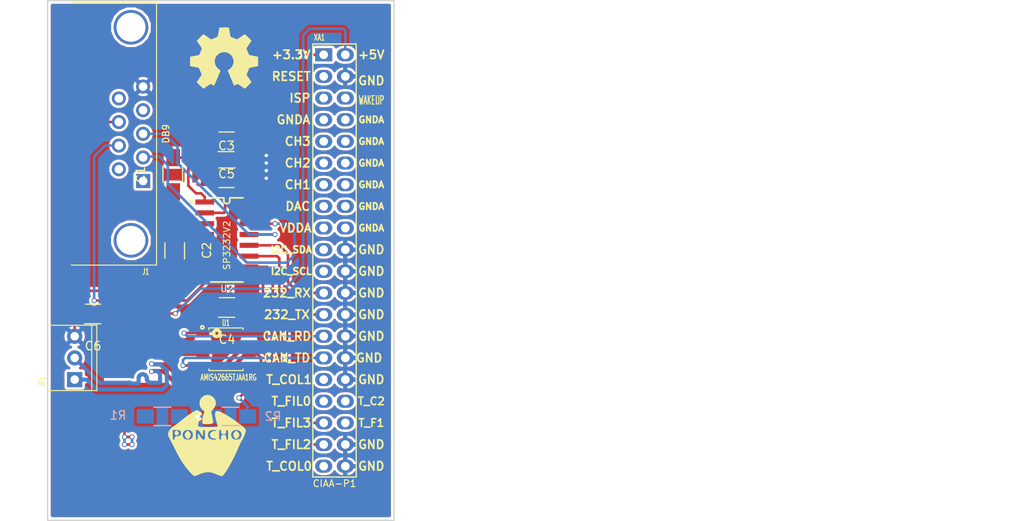
<source format=kicad_pcb>
(kicad_pcb (version 4) (host pcbnew 4.0.0-rc1-stable)

  (general
    (links 44)
    (no_connects 1)
    (area 63.430499 57.074999 109.930001 118.185001)
    (thickness 1.6)
    (drawings 5)
    (tracks 247)
    (zones 0)
    (modules 15)
    (nets 23)
  )

  (page A4)
  (layers
    (0 op mixed)
    (31 boton mixed)
    (32 B.Adhes user)
    (33 F.Adhes user)
    (34 B.Paste user)
    (35 F.Paste user)
    (36 B.SilkS user)
    (37 F.SilkS user)
    (38 B.Mask user)
    (39 F.Mask user)
    (40 Dwgs.User user)
    (41 Cmts.User user)
    (42 Eco1.User user)
    (43 Eco2.User user)
    (44 Edge.Cuts user)
    (45 Margin user)
    (46 B.CrtYd user)
    (47 F.CrtYd user)
    (48 B.Fab user)
    (49 F.Fab user)
  )

  (setup
    (last_trace_width 0.25)
    (user_trace_width 0.3048)
    (trace_clearance 0.2)
    (zone_clearance 0.3048)
    (zone_45_only no)
    (trace_min 0.2)
    (segment_width 0.2)
    (edge_width 0.15)
    (via_size 0.6)
    (via_drill 0.4)
    (via_min_size 0.4)
    (via_min_drill 0.3)
    (user_via 1.27 0.7112)
    (uvia_size 0.3)
    (uvia_drill 0.1)
    (uvias_allowed no)
    (uvia_min_size 0.2)
    (uvia_min_drill 0.1)
    (pcb_text_width 0.3)
    (pcb_text_size 1.5 1.5)
    (mod_edge_width 0.15)
    (mod_text_size 1 1)
    (mod_text_width 0.15)
    (pad_size 1.524 1.524)
    (pad_drill 0.762)
    (pad_to_mask_clearance 0.2)
    (aux_axis_origin 0 0)
    (visible_elements 7FFFFFFF)
    (pcbplotparams
      (layerselection 0x00030_80000001)
      (usegerberextensions false)
      (excludeedgelayer true)
      (linewidth 0.100000)
      (plotframeref false)
      (viasonmask false)
      (mode 1)
      (useauxorigin false)
      (hpglpennumber 1)
      (hpglpenspeed 20)
      (hpglpendiameter 15)
      (hpglpenoverlay 2)
      (psnegative false)
      (psa4output false)
      (plotreference true)
      (plotvalue true)
      (plotinvisibletext false)
      (padsonsilk false)
      (subtractmaskfromsilk false)
      (outputformat 1)
      (mirror false)
      (drillshape 1)
      (scaleselection 1)
      (outputdirectory ""))
  )

  (net 0 "")
  (net 1 "Net-(C1-Pad1)")
  (net 2 "Net-(C1-Pad2)")
  (net 3 "Net-(C2-Pad1)")
  (net 4 "Net-(C2-Pad2)")
  (net 5 GND)
  (net 6 "Net-(C3-Pad2)")
  (net 7 "Net-(C4-Pad1)")
  (net 8 +3.3V)
  (net 9 +5V)
  (net 10 "Net-(J1-Pad2)")
  (net 11 "Net-(J1-Pad3)")
  (net 12 "Net-(J1-Pad7)")
  (net 13 "Net-(J1-Pad8)")
  (net 14 "/conector y can/CAN_P")
  (net 15 "/conector y can/CAN_N")
  (net 16 "Net-(R1-Pad2)")
  (net 17 "/conector y can/CAN_TX")
  (net 18 "/conector y can/CAN_RX")
  (net 19 "/conector y can/TXD")
  (net 20 "/conector y can/RXD")
  (net 21 "/conector y can/CTS")
  (net 22 "/conector y can/RTS")

  (net_class Default "This is the default net class."
    (clearance 0.2)
    (trace_width 0.25)
    (via_dia 0.6)
    (via_drill 0.4)
    (uvia_dia 0.3)
    (uvia_drill 0.1)
    (add_net +3.3V)
    (add_net +5V)
    (add_net "/conector y can/CAN_N")
    (add_net "/conector y can/CAN_P")
    (add_net "/conector y can/CAN_RX")
    (add_net "/conector y can/CAN_TX")
    (add_net "/conector y can/CTS")
    (add_net "/conector y can/RTS")
    (add_net "/conector y can/RXD")
    (add_net "/conector y can/TXD")
    (add_net GND)
    (add_net "Net-(C1-Pad1)")
    (add_net "Net-(C1-Pad2)")
    (add_net "Net-(C2-Pad1)")
    (add_net "Net-(C2-Pad2)")
    (add_net "Net-(C3-Pad2)")
    (add_net "Net-(C4-Pad1)")
    (add_net "Net-(J1-Pad2)")
    (add_net "Net-(J1-Pad3)")
    (add_net "Net-(J1-Pad7)")
    (add_net "Net-(J1-Pad8)")
    (add_net "Net-(R1-Pad2)")
  )

  (module ej2:C_1206_HandSoldering (layer op) (tedit 565E0A6F) (tstamp 565E2235)
    (at 84.074 86.455 90)
    (path /565DDBC3/565E1970)
    (fp_text reference C2 (at 0 3.81 90) (layer F.SilkS)
      (effects (font (size 1 1) (thickness 0.15)))
    )
    (fp_text value C (at 0 -2.54 90) (layer F.Fab)
      (effects (font (size 1 1) (thickness 0.15)))
    )
    (fp_line (start -0.9 -1.1) (end 0.9 -1.1) (layer F.SilkS) (width 0.15))
    (fp_line (start 0.9 1.2) (end -1 1.2) (layer F.SilkS) (width 0.15))
    (fp_line (start -3.5 -1.3) (end -3.5 1.3) (layer F.CrtYd) (width 0.05))
    (fp_line (start -3.5 1.3) (end 3.5 1.3) (layer F.CrtYd) (width 0.05))
    (fp_line (start 3.5 1.3) (end 3.5 -1.3) (layer F.CrtYd) (width 0.05))
    (fp_line (start 3.5 -1.3) (end -3.5 -1.3) (layer F.CrtYd) (width 0.05))
    (pad 2 smd rect (at 2 0 90) (size 2 1.6) (layers op F.Paste F.Mask)
      (net 4 "Net-(C2-Pad2)"))
    (pad 1 smd rect (at -2 0 90) (size 2 1.6) (layers op F.Paste F.Mask)
      (net 3 "Net-(C2-Pad1)"))
    (model ${KIPRJMOD}/ej2.3dshapes/C_1206_HandSoldering.wrl
      (at (xyz 0 0 0))
      (scale (xyz 1 1 1))
      (rotate (xyz 0 0 0))
    )
  )

  (module ej2:SP3232ECN-SOIC16N (layer op) (tedit 5656340C) (tstamp 565E0AD7)
    (at 90.23858 85.217 270)
    (descr "SMALL OUTLINE INTEGRATED CIRCUIT")
    (tags "SMALL OUTLINE INTEGRATED CIRCUIT")
    (path /565DDBC3/565DECAD)
    (attr smd)
    (fp_text reference U2 (at 5.715 0 360) (layer F.SilkS)
      (effects (font (size 0.762 0.762) (thickness 0.1143)))
    )
    (fp_text value SP3232V2 (at 0.635 0 270) (layer F.SilkS)
      (effects (font (size 0.762 0.762) (thickness 0.1143)))
    )
    (fp_line (start -4.6 0.35) (end -4.9 0.35) (layer F.SilkS) (width 0.2032))
    (fp_line (start -4.6 -0.35) (end -4.9 -0.35) (layer F.SilkS) (width 0.2032))
    (fp_arc (start -4.6 0) (end -4.6 -0.35) (angle 180) (layer F.SilkS) (width 0.2032))
    (fp_circle (center -4.45 4.15) (end -4.35 4.05) (layer F.SilkS) (width 0.254))
    (fp_line (start -4.93776 1.89992) (end -4.93776 0.35) (layer F.SilkS) (width 0.2032))
    (fp_line (start -4.93776 -0.35) (end -4.93776 -1.89992) (layer F.SilkS) (width 0.2032))
    (fp_line (start 4.93776 -1.89992) (end 4.93776 1.39954) (layer F.SilkS) (width 0.2032))
    (fp_line (start 4.93776 1.39954) (end 4.93776 1.89992) (layer F.SilkS) (width 0.2032))
    (pad 1 smd rect (at -4.445 2.59842 270) (size 0.59944 2.19964) (layers op F.Paste F.Mask)
      (net 1 "Net-(C1-Pad1)"))
    (pad 2 smd rect (at -3.175 2.59842 270) (size 0.59944 2.19964) (layers op F.Paste F.Mask)
      (net 6 "Net-(C3-Pad2)"))
    (pad 3 smd rect (at -1.905 2.59842 270) (size 0.59944 2.19964) (layers op F.Paste F.Mask)
      (net 2 "Net-(C1-Pad2)"))
    (pad 4 smd rect (at -0.635 2.59842 270) (size 0.59944 2.19964) (layers op F.Paste F.Mask)
      (net 4 "Net-(C2-Pad2)"))
    (pad 5 smd rect (at 0.635 2.59842 270) (size 0.59944 2.19964) (layers op F.Paste F.Mask)
      (net 3 "Net-(C2-Pad1)"))
    (pad 6 smd rect (at 1.905 2.59842 270) (size 0.59944 2.19964) (layers op F.Paste F.Mask)
      (net 7 "Net-(C4-Pad1)"))
    (pad 7 smd rect (at 3.175 2.59842 270) (size 0.59944 2.19964) (layers op F.Paste F.Mask)
      (net 13 "Net-(J1-Pad8)"))
    (pad 8 smd rect (at 4.445 2.59842 270) (size 0.59944 2.19964) (layers op F.Paste F.Mask)
      (net 12 "Net-(J1-Pad7)"))
    (pad 9 smd rect (at 4.445 -2.59842 270) (size 0.59944 2.19964) (layers op F.Paste F.Mask)
      (net 22 "/conector y can/RTS"))
    (pad 10 smd rect (at 3.175 -2.59842 270) (size 0.59944 2.19964) (layers op F.Paste F.Mask)
      (net 21 "/conector y can/CTS"))
    (pad 11 smd rect (at 1.905 -2.59842 270) (size 0.59944 2.19964) (layers op F.Paste F.Mask)
      (net 20 "/conector y can/RXD"))
    (pad 12 smd rect (at 0.635 -2.59842 270) (size 0.59944 2.19964) (layers op F.Paste F.Mask)
      (net 19 "/conector y can/TXD"))
    (pad 13 smd rect (at -0.635 -2.59842 270) (size 0.59944 2.19964) (layers op F.Paste F.Mask)
      (net 11 "Net-(J1-Pad3)"))
    (pad 14 smd rect (at -1.905 -2.59842 270) (size 0.59944 2.19964) (layers op F.Paste F.Mask)
      (net 10 "Net-(J1-Pad2)"))
    (pad 15 smd rect (at -3.175 -2.59842 270) (size 0.59944 2.19964) (layers op F.Paste F.Mask)
      (net 5 GND))
    (pad 16 smd rect (at -4.445 -2.59842 270) (size 0.59944 2.19964) (layers op F.Paste F.Mask)
      (net 8 +3.3V))
    (model ${KIPRJMOD}/ej2.3dshapes/so-16.wrl
      (at (xyz 0 0 0))
      (scale (xyz 1 1 1))
      (rotate (xyz 0 0 0))
    )
  )

  (module ej2:DB9_F_TH (layer op) (tedit 565607B0) (tstamp 565E0543)
    (at 78.994 72.771 90)
    (path /565DDBC3/565E1EEC)
    (fp_text reference J1 (at -16.165 1.735 180) (layer F.SilkS)
      (effects (font (size 0.7112 0.4572) (thickness 0.1143)))
    )
    (fp_text value DB9 (at 0 4.1 90) (layer F.SilkS)
      (effects (font (size 0.762 0.762) (thickness 0.127)))
    )
    (fp_line (start 15.4 3) (end 15.4 -7) (layer F.SilkS) (width 0.127))
    (fp_line (start 15.4 -9.5) (end 15.4 -7) (layer Dwgs.User) (width 0.127))
    (fp_line (start -15.4 3) (end -15.4 -7) (layer F.SilkS) (width 0.127))
    (fp_line (start -15.4 -9.5) (end -15.4 -7) (layer Dwgs.User) (width 0.127))
    (fp_line (start -15.4 -9.1) (end 15.4 -9.1) (layer Dwgs.User) (width 0.127))
    (fp_arc (start -14.2 -14.3) (end -14.2 -14.5) (angle 90) (layer Dwgs.User) (width 0.127))
    (fp_arc (start -13.8 -14.3) (end -14 -14.3) (angle 90) (layer Dwgs.User) (width 0.127))
    (fp_arc (start -10.8 -14.3) (end -11 -14.3) (angle 90) (layer Dwgs.User) (width 0.127))
    (fp_arc (start -11.2 -14.3) (end -11.2 -14.5) (angle 90) (layer Dwgs.User) (width 0.127))
    (fp_arc (start 11.2 -14.3) (end 11 -14.3) (angle 90) (layer Dwgs.User) (width 0.127))
    (fp_arc (start 10.8 -14.3) (end 10.8 -14.5) (angle 90) (layer Dwgs.User) (width 0.127))
    (fp_arc (start 14.2 -14.3) (end 14 -14.3) (angle 90) (layer Dwgs.User) (width 0.127))
    (fp_arc (start 13.8 -14.3) (end 13.8 -14.5) (angle 90) (layer Dwgs.User) (width 0.127))
    (fp_line (start 10 -14.1) (end 10 -9.5) (layer Dwgs.User) (width 0.127))
    (fp_line (start 15 -14.1) (end 15 -9.5) (layer Dwgs.User) (width 0.127))
    (fp_line (start 10.4 -14.5) (end 14.6 -14.5) (layer Dwgs.User) (width 0.127))
    (fp_line (start -15 -14.1) (end -15 -9.5) (layer Dwgs.User) (width 0.127))
    (fp_line (start -10 -14.1) (end -10 -9.5) (layer Dwgs.User) (width 0.127))
    (fp_line (start -14.6 -14.5) (end -10.4 -14.5) (layer Dwgs.User) (width 0.127))
    (fp_arc (start -14.6 -14.1) (end -15 -14.1) (angle 90) (layer Dwgs.User) (width 0.127))
    (fp_arc (start -10.4 -14.1) (end -10.4 -14.5) (angle 90) (layer Dwgs.User) (width 0.127))
    (fp_arc (start 10.4 -14.1) (end 10 -14.1) (angle 90) (layer Dwgs.User) (width 0.127))
    (fp_arc (start 14.6 -14.1) (end 14.6 -14.5) (angle 90) (layer Dwgs.User) (width 0.127))
    (fp_line (start 14 -14.5) (end 14 -9.5) (layer Dwgs.User) (width 0.127))
    (fp_line (start 11 -14.5) (end 11 -9.5) (layer Dwgs.User) (width 0.127))
    (fp_line (start -11 -14.5) (end -11 -9.5) (layer Dwgs.User) (width 0.127))
    (fp_line (start -14 -14.5) (end -14 -9.5) (layer Dwgs.User) (width 0.127))
    (fp_line (start 7.8 -15.3) (end -7.8 -15.3) (layer Dwgs.User) (width 0.127))
    (fp_line (start 8.2 -14.9) (end 8.2 -9.5) (layer Dwgs.User) (width 0.127))
    (fp_line (start -8.2 -14.9) (end -8.2 -9.5) (layer Dwgs.User) (width 0.127))
    (fp_arc (start -7.8 -14.9) (end -8.2 -14.9) (angle 90) (layer Dwgs.User) (width 0.127))
    (fp_arc (start 7.8 -14.9) (end 7.8 -15.3) (angle 90) (layer Dwgs.User) (width 0.127))
    (fp_line (start 15.4 3) (end -15.4 3) (layer F.SilkS) (width 0.127))
    (fp_line (start -15.4 -9.5) (end 15.4 -9.5) (layer Dwgs.User) (width 0.127))
    (pad 1 thru_hole rect (at -5.5372 1.4224 90) (size 1.651 1.651) (drill 1.016) (layers *.Cu *.Mask))
    (pad 2 thru_hole circle (at -2.7686 1.4224 90) (size 1.651 1.651) (drill 1.016) (layers *.Cu *.Mask)
      (net 10 "Net-(J1-Pad2)"))
    (pad 3 thru_hole circle (at 0 1.4224 90) (size 1.651 1.651) (drill 1.016) (layers *.Cu *.Mask)
      (net 11 "Net-(J1-Pad3)"))
    (pad 4 thru_hole circle (at 2.7686 1.4224 90) (size 1.651 1.651) (drill 1.016) (layers *.Cu *.Mask))
    (pad 5 thru_hole circle (at 5.5372 1.4224 90) (size 1.651 1.651) (drill 1.016) (layers *.Cu *.Mask)
      (net 5 GND))
    (pad 6 thru_hole circle (at -4.1529 -1.4224 90) (size 1.651 1.651) (drill 1.016) (layers *.Cu *.Mask))
    (pad 7 thru_hole circle (at -1.3843 -1.4224 90) (size 1.651 1.651) (drill 1.016) (layers *.Cu *.Mask)
      (net 12 "Net-(J1-Pad7)"))
    (pad 8 thru_hole circle (at 1.3843 -1.4224 90) (size 1.651 1.651) (drill 1.016) (layers *.Cu *.Mask)
      (net 13 "Net-(J1-Pad8)"))
    (pad 9 thru_hole circle (at 4.1529 -1.4224 90) (size 1.651 1.651) (drill 1.016) (layers *.Cu *.Mask))
    (pad 10 thru_hole circle (at -12.4968 0 90) (size 4.064 4.064) (drill 3.4) (layers *.Cu *.Mask))
    (pad 11 thru_hole circle (at 12.4968 0 90) (size 4.064 4.064) (drill 3.4) (layers *.Cu *.Mask))
    (model ${KIPRJMOD}/ej2.3dshapes/db_9f.wrl
      (at (xyz 0 0.31 0))
      (scale (xyz 1 1.1 1))
      (rotate (xyz 0 0 180))
    )
  )

  (module ej2:CON_PALETA_3 (layer op) (tedit 55918D28) (tstamp 565E054F)
    (at 72.39 99.06 90)
    (path /565DDB8B/565DF302)
    (fp_text reference JP1 (at -2.8 -3.8 90) (layer F.SilkS)
      (effects (font (size 0.762 0.4572) (thickness 0.127)))
    )
    (fp_text value CONN_3 (at 0 3.3 90) (layer F.Fab)
      (effects (font (size 0.762 0.4572) (thickness 0.127)))
    )
    (fp_line (start 3.83 -3.2) (end 3.83 2.6) (layer F.SilkS) (width 0.127))
    (fp_line (start -3.83 -3.2) (end 3.83 -3.2) (layer F.SilkS) (width 0.127))
    (fp_line (start -3.83 2.6) (end -3.83 -3.2) (layer F.SilkS) (width 0.127))
    (fp_line (start 3.83 2.6) (end -3.83 2.6) (layer F.SilkS) (width 0.127))
    (fp_line (start 3.83 2) (end -3.83 2) (layer F.SilkS) (width 0.127))
    (pad 1 thru_hole rect (at -2.54 0 90) (size 1.778 1.778) (drill 1) (layers *.Cu *.Mask)
      (net 14 "/conector y can/CAN_P"))
    (pad 2 thru_hole circle (at 0 0 90) (size 1.778 1.778) (drill 1) (layers *.Cu *.Mask)
      (net 15 "/conector y can/CAN_N"))
    (pad 3 thru_hole circle (at 2.54 0 90) (size 1.778 1.778) (drill 1) (layers *.Cu *.Mask)
      (net 5 GND))
    (model ${KIPRJMOD}/ej2.3dshapes/CON_PALETA_3.wrl
      (at (xyz 0 0.012 0))
      (scale (xyz 0.395 0.395 0.395))
      (rotate (xyz 0 0 180))
    )
  )

  (module ej2:R_1206_HandSoldering (layer boton) (tedit 5418A20D) (tstamp 565E055B)
    (at 82.677 105.918)
    (descr "Resistor SMD 1206, hand soldering")
    (tags "resistor 1206")
    (path /565DDB8B/565DF1E5)
    (attr smd)
    (fp_text reference R1 (at -5.207 -0.127) (layer B.SilkS)
      (effects (font (size 1 1) (thickness 0.15)) (justify mirror))
    )
    (fp_text value 60 (at 0 -2.3) (layer B.Fab)
      (effects (font (size 1 1) (thickness 0.15)) (justify mirror))
    )
    (fp_line (start -3.3 1.2) (end 3.3 1.2) (layer B.CrtYd) (width 0.05))
    (fp_line (start -3.3 -1.2) (end 3.3 -1.2) (layer B.CrtYd) (width 0.05))
    (fp_line (start -3.3 1.2) (end -3.3 -1.2) (layer B.CrtYd) (width 0.05))
    (fp_line (start 3.3 1.2) (end 3.3 -1.2) (layer B.CrtYd) (width 0.05))
    (fp_line (start 1 -1.075) (end -1 -1.075) (layer B.SilkS) (width 0.15))
    (fp_line (start -1 1.075) (end 1 1.075) (layer B.SilkS) (width 0.15))
    (pad 1 smd rect (at -2 0) (size 2 1.7) (layers boton B.Paste B.Mask)
      (net 14 "/conector y can/CAN_P"))
    (pad 2 smd rect (at 2 0) (size 2 1.7) (layers boton B.Paste B.Mask)
      (net 16 "Net-(R1-Pad2)"))
    (model Resistors_SMD.3dshapes/R_1206_HandSoldering.wrl
      (at (xyz 0 0 0))
      (scale (xyz 1 1 1))
      (rotate (xyz 0 0 0))
    )
  )

  (module ej2:R_1206_HandSoldering (layer boton) (tedit 5418A20D) (tstamp 565E0567)
    (at 90.678 105.918)
    (descr "Resistor SMD 1206, hand soldering")
    (tags "resistor 1206")
    (path /565DDB8B/565DF26A)
    (attr smd)
    (fp_text reference R2 (at 4.985 0) (layer B.SilkS)
      (effects (font (size 1 1) (thickness 0.15)) (justify mirror))
    )
    (fp_text value 60 (at 0 -2.3) (layer B.Fab)
      (effects (font (size 1 1) (thickness 0.15)) (justify mirror))
    )
    (fp_line (start -3.3 1.2) (end 3.3 1.2) (layer B.CrtYd) (width 0.05))
    (fp_line (start -3.3 -1.2) (end 3.3 -1.2) (layer B.CrtYd) (width 0.05))
    (fp_line (start -3.3 1.2) (end -3.3 -1.2) (layer B.CrtYd) (width 0.05))
    (fp_line (start 3.3 1.2) (end 3.3 -1.2) (layer B.CrtYd) (width 0.05))
    (fp_line (start 1 -1.075) (end -1 -1.075) (layer B.SilkS) (width 0.15))
    (fp_line (start -1 1.075) (end 1 1.075) (layer B.SilkS) (width 0.15))
    (pad 1 smd rect (at -2 0) (size 2 1.7) (layers boton B.Paste B.Mask)
      (net 16 "Net-(R1-Pad2)"))
    (pad 2 smd rect (at 2 0) (size 2 1.7) (layers boton B.Paste B.Mask)
      (net 15 "/conector y can/CAN_N"))
    (model Resistors_SMD.3dshapes/R_1206_HandSoldering.wrl
      (at (xyz 0 0 0))
      (scale (xyz 1 1 1))
      (rotate (xyz 0 0 0))
    )
  )

  (module ej2:Conn_Poncho_Derecha (layer op) (tedit 565779F5) (tstamp 565E0FE3)
    (at 101.6 63.5)
    (tags "CONN Poncho")
    (path /565DDB8B/565DED6A)
    (fp_text reference XA1 (at -0.508 -2.032) (layer F.SilkS)
      (effects (font (size 0.7112 0.4572) (thickness 0.1143)))
    )
    (fp_text value Conn_Poncho2P_2x_20x2 (at -1.905 51.181) (layer F.SilkS) hide
      (effects (font (size 0.7112 0.4572) (thickness 0.1143)))
    )
    (fp_text user GND (at 5.588 48.26) (layer F.SilkS)
      (effects (font (size 1 1) (thickness 0.2)))
    )
    (fp_text user GND (at 5.588 45.72) (layer F.SilkS)
      (effects (font (size 1 1) (thickness 0.2)))
    )
    (fp_text user T_F1 (at 5.588 43.18) (layer F.SilkS)
      (effects (font (size 0.9 0.9) (thickness 0.18)))
    )
    (fp_text user T_C2 (at 5.588 40.64) (layer F.SilkS)
      (effects (font (size 0.9 0.9) (thickness 0.18)))
    )
    (fp_text user GND (at 5.588 38.1) (layer F.SilkS)
      (effects (font (size 1 1) (thickness 0.2)))
    )
    (fp_text user GND (at 5.334 35.56) (layer F.SilkS)
      (effects (font (size 1 1) (thickness 0.2)))
    )
    (fp_text user GND (at 5.588 33.02) (layer F.SilkS)
      (effects (font (size 1 1) (thickness 0.2)))
    )
    (fp_text user GND (at 5.588 30.48) (layer F.SilkS)
      (effects (font (size 1 1) (thickness 0.2)))
    )
    (fp_text user GND (at 5.588 27.94) (layer F.SilkS)
      (effects (font (size 1 1) (thickness 0.2)))
    )
    (fp_text user GND (at 5.588 25.4) (layer F.SilkS)
      (effects (font (size 1 1) (thickness 0.2)))
    )
    (fp_text user GND (at 5.588 22.86) (layer F.SilkS)
      (effects (font (size 1 1) (thickness 0.2)))
    )
    (fp_text user GNDA (at 5.588 20.32) (layer F.SilkS)
      (effects (font (size 0.76 0.76) (thickness 0.19)))
    )
    (fp_text user GNDA (at 5.588 17.78) (layer F.SilkS)
      (effects (font (size 0.76 0.76) (thickness 0.19)))
    )
    (fp_text user GNDA (at 5.588 15.24) (layer F.SilkS)
      (effects (font (size 0.76 0.76) (thickness 0.19)))
    )
    (fp_text user GNDA (at 5.588 12.7) (layer F.SilkS)
      (effects (font (size 0.76 0.76) (thickness 0.19)))
    )
    (fp_text user GNDA (at 5.588 10.16) (layer F.SilkS)
      (effects (font (size 0.76 0.76) (thickness 0.19)))
    )
    (fp_text user GNDA (at 5.588 7.62) (layer F.SilkS)
      (effects (font (size 0.76 0.76) (thickness 0.19)))
    )
    (fp_text user WAKEUP (at 5.588 5.334) (layer F.SilkS)
      (effects (font (size 1 0.5) (thickness 0.125)))
    )
    (fp_text user GND (at 5.588 3.048) (layer F.SilkS)
      (effects (font (size 1 1) (thickness 0.2)))
    )
    (fp_text user +5V (at 5.588 0) (layer F.SilkS)
      (effects (font (size 1 1) (thickness 0.2)))
    )
    (fp_text user T_COL0 (at -4.064 48.26) (layer F.SilkS)
      (effects (font (size 1 1) (thickness 0.2)))
    )
    (fp_text user T_FIL2 (at -3.81 45.72) (layer F.SilkS)
      (effects (font (size 1 1) (thickness 0.2)))
    )
    (fp_text user T_FIL3 (at -3.81 43.18) (layer F.SilkS)
      (effects (font (size 1 1) (thickness 0.2)))
    )
    (fp_text user T_FIL0 (at -3.81 40.64) (layer F.SilkS)
      (effects (font (size 1 1) (thickness 0.2)))
    )
    (fp_text user T_COL1 (at -4.064 38.1) (layer F.SilkS)
      (effects (font (size 1 1) (thickness 0.2)))
    )
    (fp_text user CAN_TD (at -4.318 35.56) (layer F.SilkS)
      (effects (font (size 1 1) (thickness 0.2)))
    )
    (fp_text user CAN_RD (at -4.318 33.02) (layer F.SilkS)
      (effects (font (size 1 1) (thickness 0.2)))
    )
    (fp_text user 232_TX (at -4.318 30.48) (layer F.SilkS)
      (effects (font (size 1 1) (thickness 0.2)))
    )
    (fp_text user 232_RX (at -4.318 27.94) (layer F.SilkS)
      (effects (font (size 1 1) (thickness 0.2)))
    )
    (fp_text user I2C_SCL (at -3.81 25.4) (layer F.SilkS)
      (effects (font (size 0.8 0.8) (thickness 0.2)))
    )
    (fp_text user I2C_SDA (at -3.81 22.86) (layer F.SilkS)
      (effects (font (size 0.8 0.8) (thickness 0.2)))
    )
    (fp_text user VDDA (at -3.302 20.32) (layer F.SilkS)
      (effects (font (size 1 1) (thickness 0.2)))
    )
    (fp_text user DAC (at -3.048 17.78) (layer F.SilkS)
      (effects (font (size 1 1) (thickness 0.2)))
    )
    (fp_text user CH1 (at -3.048 15.24) (layer F.SilkS)
      (effects (font (size 1 1) (thickness 0.2)))
    )
    (fp_text user CH2 (at -3.048 12.7) (layer F.SilkS)
      (effects (font (size 1 1) (thickness 0.2)))
    )
    (fp_text user CH3 (at -3.048 10.16) (layer F.SilkS)
      (effects (font (size 1 1) (thickness 0.2)))
    )
    (fp_text user GNDA (at -3.556 7.62) (layer F.SilkS)
      (effects (font (size 1 1) (thickness 0.2)))
    )
    (fp_text user ISP (at -2.794 5.08) (layer F.SilkS)
      (effects (font (size 1 1) (thickness 0.2)))
    )
    (fp_text user RESET (at -3.81 2.54) (layer F.SilkS)
      (effects (font (size 1 1) (thickness 0.2)))
    )
    (fp_text user CIAA-P1 (at 1.27 50.292) (layer F.SilkS)
      (effects (font (size 0.8 0.8) (thickness 0.12)))
    )
    (fp_text user +3.3V (at -3.81 0) (layer F.SilkS)
      (effects (font (size 1 1) (thickness 0.2)))
    )
    (fp_line (start -1.27 49.53) (end -1.27 -1.27) (layer F.SilkS) (width 0.15))
    (fp_line (start 3.81 49.53) (end 3.81 -1.27) (layer F.SilkS) (width 0.15))
    (fp_line (start 3.81 49.53) (end -1.27 49.53) (layer F.SilkS) (width 0.15))
    (fp_line (start 3.81 -1.27) (end -1.27 -1.27) (layer F.SilkS) (width 0.15))
    (pad 1 thru_hole rect (at 0 0 270) (size 1.524 2) (drill 1.016) (layers *.Cu *.Mask)
      (net 8 +3.3V))
    (pad 2 thru_hole oval (at 2.54 0 270) (size 1.524 2) (drill 1.016) (layers *.Cu *.Mask)
      (net 9 +5V))
    (pad 11 thru_hole oval (at 0 12.7 270) (size 1.524 2) (drill 1.016) (layers *.Cu *.Mask))
    (pad 4 thru_hole oval (at 2.54 2.54 270) (size 1.524 2) (drill 1.016) (layers *.Cu *.Mask)
      (net 5 GND))
    (pad 13 thru_hole oval (at 0 15.24 270) (size 1.524 2) (drill 1.016) (layers *.Cu *.Mask))
    (pad 6 thru_hole oval (at 2.54 5.08 270) (size 1.524 2) (drill 1.016) (layers *.Cu *.Mask))
    (pad 15 thru_hole oval (at 0 17.78 270) (size 1.524 2) (drill 1.016) (layers *.Cu *.Mask))
    (pad 8 thru_hole oval (at 2.54 7.62 270) (size 1.524 2) (drill 1.016) (layers *.Cu *.Mask))
    (pad 17 thru_hole oval (at 0 20.32 270) (size 1.524 2) (drill 1.016) (layers *.Cu *.Mask))
    (pad 10 thru_hole oval (at 2.54 10.16 270) (size 1.524 2) (drill 1.016) (layers *.Cu *.Mask))
    (pad 19 thru_hole oval (at 0 22.86 270) (size 1.524 2) (drill 1.016) (layers *.Cu *.Mask))
    (pad 12 thru_hole oval (at 2.54 12.7 270) (size 1.524 2) (drill 1.016) (layers *.Cu *.Mask))
    (pad 21 thru_hole oval (at 0 25.4 270) (size 1.524 2) (drill 1.016) (layers *.Cu *.Mask))
    (pad 14 thru_hole oval (at 2.54 15.24 270) (size 1.524 2) (drill 1.016) (layers *.Cu *.Mask))
    (pad 23 thru_hole oval (at 0 27.94 270) (size 1.524 2) (drill 1.016) (layers *.Cu *.Mask)
      (net 19 "/conector y can/TXD"))
    (pad 16 thru_hole oval (at 2.54 17.78 270) (size 1.524 2) (drill 1.016) (layers *.Cu *.Mask))
    (pad 25 thru_hole oval (at 0 30.48 270) (size 1.524 2) (drill 1.016) (layers *.Cu *.Mask)
      (net 20 "/conector y can/RXD"))
    (pad 18 thru_hole oval (at 2.54 20.32 270) (size 1.524 2) (drill 1.016) (layers *.Cu *.Mask))
    (pad 27 thru_hole oval (at 0 33.02 270) (size 1.524 2) (drill 1.016) (layers *.Cu *.Mask)
      (net 17 "/conector y can/CAN_TX"))
    (pad 20 thru_hole oval (at 2.54 22.86 270) (size 1.524 2) (drill 1.016) (layers *.Cu *.Mask)
      (net 5 GND))
    (pad 29 thru_hole oval (at 0 35.56 270) (size 1.524 2) (drill 1.016) (layers *.Cu *.Mask)
      (net 18 "/conector y can/CAN_RX"))
    (pad 22 thru_hole oval (at 2.54 25.4 270) (size 1.524 2) (drill 1.016) (layers *.Cu *.Mask)
      (net 5 GND))
    (pad 31 thru_hole oval (at 0 38.1 270) (size 1.524 2) (drill 1.016) (layers *.Cu *.Mask))
    (pad 24 thru_hole oval (at 2.54 27.94 270) (size 1.524 2) (drill 1.016) (layers *.Cu *.Mask)
      (net 5 GND))
    (pad 26 thru_hole oval (at 2.54 30.48 270) (size 1.524 2) (drill 1.016) (layers *.Cu *.Mask)
      (net 5 GND))
    (pad 33 thru_hole oval (at 0 40.64 270) (size 1.524 2) (drill 1.016) (layers *.Cu *.Mask))
    (pad 28 thru_hole oval (at 2.54 33.02 270) (size 1.524 2) (drill 1.016) (layers *.Cu *.Mask)
      (net 5 GND))
    (pad 32 thru_hole oval (at 2.54 38.1 270) (size 1.524 2) (drill 1.016) (layers *.Cu *.Mask)
      (net 5 GND))
    (pad 34 thru_hole oval (at 2.54 40.64 270) (size 1.524 2) (drill 1.016) (layers *.Cu *.Mask))
    (pad 36 thru_hole oval (at 2.54 43.18 270) (size 1.524 2) (drill 1.016) (layers *.Cu *.Mask))
    (pad 38 thru_hole oval (at 2.54 45.72 270) (size 1.524 2) (drill 1.016) (layers *.Cu *.Mask)
      (net 5 GND))
    (pad 35 thru_hole oval (at 0 43.18 270) (size 1.524 2) (drill 1.016) (layers *.Cu *.Mask)
      (net 21 "/conector y can/CTS"))
    (pad 37 thru_hole oval (at 0 45.72 270) (size 1.524 2) (drill 1.016) (layers *.Cu *.Mask)
      (net 22 "/conector y can/RTS"))
    (pad 3 thru_hole oval (at 0 2.54 270) (size 1.524 2) (drill 1.016) (layers *.Cu *.Mask))
    (pad 5 thru_hole oval (at 0 5.08 270) (size 1.524 2) (drill 1.016) (layers *.Cu *.Mask))
    (pad 7 thru_hole oval (at 0 7.62 270) (size 1.524 2) (drill 1.016) (layers *.Cu *.Mask))
    (pad 9 thru_hole oval (at 0 10.16 270) (size 1.524 2) (drill 1.016) (layers *.Cu *.Mask))
    (pad 39 thru_hole oval (at 0 48.26 270) (size 1.524 2) (drill 1.016) (layers *.Cu *.Mask))
    (pad 40 thru_hole oval (at 2.54 48.26 270) (size 1.524 2) (drill 1.016) (layers *.Cu *.Mask)
      (net 5 GND))
    (pad 30 thru_hole oval (at 2.54 35.56 270) (size 1.524 2) (drill 1.016) (layers *.Cu *.Mask)
      (net 5 GND))
    (model ${KIPRJMOD}/ej2.3dshapes/pin_strip_20x2.wrl
      (at (xyz 0.05 -0.95 -0.063))
      (scale (xyz 1 1 1))
      (rotate (xyz 180 0 90))
    )
  )

  (module ej2:C_1206_HandSoldering (layer op) (tedit 565E0A6F) (tstamp 565E222A)
    (at 83.947 77.565 270)
    (path /565DDBC3/565E181B)
    (fp_text reference C1 (at 0 3.81 270) (layer F.SilkS)
      (effects (font (size 1 1) (thickness 0.15)))
    )
    (fp_text value C (at 0 -2.54 270) (layer F.Fab)
      (effects (font (size 1 1) (thickness 0.15)))
    )
    (fp_line (start -0.9 -1.1) (end 0.9 -1.1) (layer F.SilkS) (width 0.15))
    (fp_line (start 0.9 1.2) (end -1 1.2) (layer F.SilkS) (width 0.15))
    (fp_line (start -3.5 -1.3) (end -3.5 1.3) (layer F.CrtYd) (width 0.05))
    (fp_line (start -3.5 1.3) (end 3.5 1.3) (layer F.CrtYd) (width 0.05))
    (fp_line (start 3.5 1.3) (end 3.5 -1.3) (layer F.CrtYd) (width 0.05))
    (fp_line (start 3.5 -1.3) (end -3.5 -1.3) (layer F.CrtYd) (width 0.05))
    (pad 2 smd rect (at 2 0 270) (size 2 1.6) (layers op F.Paste F.Mask)
      (net 2 "Net-(C1-Pad2)"))
    (pad 1 smd rect (at -2 0 270) (size 2 1.6) (layers op F.Paste F.Mask)
      (net 1 "Net-(C1-Pad1)"))
    (model ${KIPRJMOD}/ej2.3dshapes/C_1206_HandSoldering.wrl
      (at (xyz 0 0 0))
      (scale (xyz 1 1 1))
      (rotate (xyz 0 0 0))
    )
  )

  (module ej2:C_1206_HandSoldering (layer op) (tedit 565E0A6F) (tstamp 565E2240)
    (at 90.202 77.978 180)
    (path /565DDBC3/565E1A37)
    (fp_text reference C3 (at 0 3.81 180) (layer F.SilkS)
      (effects (font (size 1 1) (thickness 0.15)))
    )
    (fp_text value C (at 0 -2.54 180) (layer F.Fab)
      (effects (font (size 1 1) (thickness 0.15)))
    )
    (fp_line (start -0.9 -1.1) (end 0.9 -1.1) (layer F.SilkS) (width 0.15))
    (fp_line (start 0.9 1.2) (end -1 1.2) (layer F.SilkS) (width 0.15))
    (fp_line (start -3.5 -1.3) (end -3.5 1.3) (layer F.CrtYd) (width 0.05))
    (fp_line (start -3.5 1.3) (end 3.5 1.3) (layer F.CrtYd) (width 0.05))
    (fp_line (start 3.5 1.3) (end 3.5 -1.3) (layer F.CrtYd) (width 0.05))
    (fp_line (start 3.5 -1.3) (end -3.5 -1.3) (layer F.CrtYd) (width 0.05))
    (pad 2 smd rect (at 2 0 180) (size 2 1.6) (layers op F.Paste F.Mask)
      (net 6 "Net-(C3-Pad2)"))
    (pad 1 smd rect (at -2 0 180) (size 2 1.6) (layers op F.Paste F.Mask)
      (net 5 GND))
    (model ${KIPRJMOD}/ej2.3dshapes/C_1206_HandSoldering.wrl
      (at (xyz 0 0 0))
      (scale (xyz 1 1 1))
      (rotate (xyz 0 0 0))
    )
  )

  (module ej2:C_1206_HandSoldering (layer op) (tedit 565E0A6F) (tstamp 565E224B)
    (at 90.265 93.091)
    (path /565DDBC3/565E1BFF)
    (fp_text reference C4 (at 0 3.81) (layer F.SilkS)
      (effects (font (size 1 1) (thickness 0.15)))
    )
    (fp_text value C (at 0 -2.54) (layer F.Fab)
      (effects (font (size 1 1) (thickness 0.15)))
    )
    (fp_line (start -0.9 -1.1) (end 0.9 -1.1) (layer F.SilkS) (width 0.15))
    (fp_line (start 0.9 1.2) (end -1 1.2) (layer F.SilkS) (width 0.15))
    (fp_line (start -3.5 -1.3) (end -3.5 1.3) (layer F.CrtYd) (width 0.05))
    (fp_line (start -3.5 1.3) (end 3.5 1.3) (layer F.CrtYd) (width 0.05))
    (fp_line (start 3.5 1.3) (end 3.5 -1.3) (layer F.CrtYd) (width 0.05))
    (fp_line (start 3.5 -1.3) (end -3.5 -1.3) (layer F.CrtYd) (width 0.05))
    (pad 2 smd rect (at 2 0) (size 2 1.6) (layers op F.Paste F.Mask)
      (net 5 GND))
    (pad 1 smd rect (at -2 0) (size 2 1.6) (layers op F.Paste F.Mask)
      (net 7 "Net-(C4-Pad1)"))
    (model ${KIPRJMOD}/ej2.3dshapes/C_1206_HandSoldering.wrl
      (at (xyz 0 0 0))
      (scale (xyz 1 1 1))
      (rotate (xyz 0 0 0))
    )
  )

  (module ej2:C_1206_HandSoldering (layer op) (tedit 565E0A6F) (tstamp 565E2256)
    (at 90.202 73.66)
    (path /565DDBC3/565E243B)
    (fp_text reference C5 (at 0 3.81 180) (layer F.SilkS)
      (effects (font (size 1 1) (thickness 0.15)))
    )
    (fp_text value C (at 0 -2.54) (layer F.Fab)
      (effects (font (size 1 1) (thickness 0.15)))
    )
    (fp_line (start -0.9 -1.1) (end 0.9 -1.1) (layer F.SilkS) (width 0.15))
    (fp_line (start 0.9 1.2) (end -1 1.2) (layer F.SilkS) (width 0.15))
    (fp_line (start -3.5 -1.3) (end -3.5 1.3) (layer F.CrtYd) (width 0.05))
    (fp_line (start -3.5 1.3) (end 3.5 1.3) (layer F.CrtYd) (width 0.05))
    (fp_line (start 3.5 1.3) (end 3.5 -1.3) (layer F.CrtYd) (width 0.05))
    (fp_line (start 3.5 -1.3) (end -3.5 -1.3) (layer F.CrtYd) (width 0.05))
    (pad 2 smd rect (at 2 0) (size 2 1.6) (layers op F.Paste F.Mask)
      (net 5 GND))
    (pad 1 smd rect (at -2 0) (size 2 1.6) (layers op F.Paste F.Mask)
      (net 8 +3.3V))
    (model ${KIPRJMOD}/ej2.3dshapes/R_1206_HandSoldering.wrl
      (at (xyz 0 0 0))
      (scale (xyz 1 1 1))
      (rotate (xyz 0 0 0))
    )
  )

  (module ej2:C_1206_HandSoldering (layer op) (tedit 565E0A6F) (tstamp 565E2261)
    (at 74.549 93.853)
    (path /565DDB8B/565DFBAA)
    (fp_text reference C6 (at 0 3.81) (layer F.SilkS)
      (effects (font (size 1 1) (thickness 0.15)))
    )
    (fp_text value 100uF (at 0 -2.54 180) (layer F.Fab)
      (effects (font (size 1 1) (thickness 0.15)))
    )
    (fp_line (start -0.9 -1.1) (end 0.9 -1.1) (layer F.SilkS) (width 0.15))
    (fp_line (start 0.9 1.2) (end -1 1.2) (layer F.SilkS) (width 0.15))
    (fp_line (start -3.5 -1.3) (end -3.5 1.3) (layer F.CrtYd) (width 0.05))
    (fp_line (start -3.5 1.3) (end 3.5 1.3) (layer F.CrtYd) (width 0.05))
    (fp_line (start 3.5 1.3) (end 3.5 -1.3) (layer F.CrtYd) (width 0.05))
    (fp_line (start 3.5 -1.3) (end -3.5 -1.3) (layer F.CrtYd) (width 0.05))
    (pad 2 smd rect (at 2 0) (size 2 1.6) (layers op F.Paste F.Mask)
      (net 9 +5V))
    (pad 1 smd rect (at -2 0) (size 2 1.6) (layers op F.Paste F.Mask)
      (net 5 GND))
    (model ${KIPRJMOD}/ej2.3dshapes/C_1206_HandSoldering.wrl
      (at (xyz 0 0 0))
      (scale (xyz 1 1 1))
      (rotate (xyz 0 0 0))
    )
  )

  (module ej2:SOIC-8 (layer op) (tedit 53B412FC) (tstamp 565E2732)
    (at 90.137 98.044)
    (descr SO-8)
    (path /565DDB8B/565DF7F6)
    (fp_text reference U1 (at 0 -3.1) (layer F.SilkS)
      (effects (font (size 0.7112 0.4572) (thickness 0.1143)))
    )
    (fp_text value AMIS42665TJAA1RG (at 0.3 3.3) (layer F.SilkS)
      (effects (font (size 0.7112 0.4572) (thickness 0.1143)))
    )
    (fp_line (start -2 -2.5) (end -2 -2.3) (layer F.SilkS) (width 0.127))
    (fp_line (start -2 2.5) (end -2 2.3) (layer F.SilkS) (width 0.127))
    (fp_line (start 2 2.5) (end 2 2.3) (layer F.SilkS) (width 0.127))
    (fp_line (start 2 -2.5) (end 2 -2.3) (layer F.SilkS) (width 0.127))
    (fp_circle (center -2.7746 -2.5764) (end -2.8 -2.5) (layer F.SilkS) (width 0.2032))
    (fp_line (start 2 -2.5) (end -2 -2.5) (layer F.SilkS) (width 0.127))
    (fp_line (start -2 2.5) (end 2 2.5) (layer F.SilkS) (width 0.127))
    (fp_circle (center -1.0746 -1.8764) (end -1.1 -1.7) (layer F.SilkS) (width 0.4))
    (pad 1 smd rect (at -2.7 -1.905 270) (size 0.6 1.52) (layers op F.Paste F.Mask)
      (net 17 "/conector y can/CAN_TX"))
    (pad 2 smd rect (at -2.7 -0.635 270) (size 0.6 1.52) (layers op F.Paste F.Mask)
      (net 5 GND))
    (pad 3 smd rect (at -2.7 0.635 270) (size 0.6 1.52) (layers op F.Paste F.Mask)
      (net 9 +5V))
    (pad 4 smd rect (at -2.7 1.905 270) (size 0.6 1.52) (layers op F.Paste F.Mask)
      (net 18 "/conector y can/CAN_RX"))
    (pad 5 smd rect (at 2.7 1.905 270) (size 0.6 1.52) (layers op F.Paste F.Mask)
      (net 16 "Net-(R1-Pad2)"))
    (pad 6 smd rect (at 2.7 0.635 270) (size 0.6 1.52) (layers op F.Paste F.Mask)
      (net 15 "/conector y can/CAN_N"))
    (pad 7 smd rect (at 2.7 -0.635 270) (size 0.6 1.52) (layers op F.Paste F.Mask)
      (net 14 "/conector y can/CAN_P"))
    (pad 8 smd rect (at 2.7 -1.905 270) (size 0.6 1.52) (layers op F.Paste F.Mask)
      (net 5 GND))
    (model ${KIPRJMOD}/ej2.3dshapes/so-8.wrl
      (at (xyz 0 0 0))
      (scale (xyz 1 1 1))
      (rotate (xyz 0 0 90))
    )
  )

  (module ej2:Logo_OSHWA (layer op) (tedit 560D8B85) (tstamp 565EEE45)
    (at 89.916 63.881)
    (fp_text reference G101 (at 0 4.2418) (layer F.SilkS) hide
      (effects (font (size 0.7112 0.4572) (thickness 0.1143)))
    )
    (fp_text value Logo_OSHWA (at 0 -4.2418) (layer F.SilkS) hide
      (effects (font (size 0.36322 0.36322) (thickness 0.07112)))
    )
    (fp_poly (pts (xy -2.42316 3.59156) (xy -2.38252 3.57124) (xy -2.28854 3.51282) (xy -2.15392 3.42392)
      (xy -1.99644 3.31978) (xy -1.83896 3.21056) (xy -1.70942 3.1242) (xy -1.61798 3.06578)
      (xy -1.57988 3.04546) (xy -1.55956 3.05054) (xy -1.48336 3.08864) (xy -1.37414 3.14452)
      (xy -1.31064 3.17754) (xy -1.21158 3.22072) (xy -1.16078 3.23088) (xy -1.15316 3.21564)
      (xy -1.11506 3.13944) (xy -1.05918 3.00736) (xy -0.98298 2.83464) (xy -0.89662 2.63144)
      (xy -0.80264 2.413) (xy -0.7112 2.18948) (xy -0.6223 1.97612) (xy -0.54356 1.78562)
      (xy -0.48006 1.63068) (xy -0.43942 1.52146) (xy -0.42418 1.47574) (xy -0.42926 1.46558)
      (xy -0.48006 1.41732) (xy -0.56642 1.35128) (xy -0.75692 1.19634) (xy -0.94234 0.96266)
      (xy -1.05664 0.6985) (xy -1.09474 0.40386) (xy -1.06172 0.13208) (xy -0.95504 -0.12954)
      (xy -0.77216 -0.36576) (xy -0.55118 -0.54102) (xy -0.2921 -0.65278) (xy 0 -0.68834)
      (xy 0.2794 -0.65786) (xy 0.5461 -0.55118) (xy 0.78232 -0.37084) (xy 0.88138 -0.25654)
      (xy 1.01854 -0.01778) (xy 1.09728 0.23876) (xy 1.1049 0.30226) (xy 1.09474 0.5842)
      (xy 1.01092 0.85344) (xy 0.8636 1.09474) (xy 0.65786 1.29032) (xy 0.62992 1.31064)
      (xy 0.53594 1.38176) (xy 0.47244 1.43002) (xy 0.42164 1.47066) (xy 0.77978 2.33172)
      (xy 0.83566 2.46888) (xy 0.93472 2.7051) (xy 1.02108 2.9083) (xy 1.08966 3.06832)
      (xy 1.13792 3.17754) (xy 1.15824 3.22072) (xy 1.16078 3.22326) (xy 1.19126 3.22834)
      (xy 1.2573 3.20294) (xy 1.37668 3.14452) (xy 1.45796 3.10388) (xy 1.5494 3.0607)
      (xy 1.59004 3.04546) (xy 1.6256 3.06324) (xy 1.71196 3.12166) (xy 1.8415 3.20548)
      (xy 1.9939 3.30962) (xy 2.14122 3.41122) (xy 2.27584 3.50012) (xy 2.3749 3.56108)
      (xy 2.42316 3.58902) (xy 2.43078 3.58902) (xy 2.47142 3.56362) (xy 2.55016 3.50012)
      (xy 2.667 3.38836) (xy 2.8321 3.2258) (xy 2.8575 3.2004) (xy 2.99466 3.0607)
      (xy 3.10642 2.94386) (xy 3.18008 2.86258) (xy 3.20548 2.82448) (xy 3.20548 2.82448)
      (xy 3.18262 2.77622) (xy 3.11912 2.6797) (xy 3.03022 2.54254) (xy 2.921 2.38252)
      (xy 2.63652 1.9685) (xy 2.794 1.57734) (xy 2.84226 1.45796) (xy 2.90322 1.31318)
      (xy 2.9464 1.20904) (xy 2.9718 1.16332) (xy 3.01244 1.14808) (xy 3.12166 1.12268)
      (xy 3.2766 1.08966) (xy 3.45948 1.05664) (xy 3.63728 1.02362) (xy 3.7973 0.99314)
      (xy 3.9116 0.97028) (xy 3.9624 0.96012) (xy 3.9751 0.9525) (xy 3.98526 0.9271)
      (xy 3.99288 0.87376) (xy 3.99542 0.77724) (xy 3.99796 0.62484) (xy 3.99796 0.40386)
      (xy 3.99796 0.381) (xy 3.99542 0.17018) (xy 3.99288 0.00254) (xy 3.9878 -0.10668)
      (xy 3.98018 -0.14986) (xy 3.98018 -0.14986) (xy 3.92938 -0.16256) (xy 3.81762 -0.18542)
      (xy 3.6576 -0.21844) (xy 3.4671 -0.254) (xy 3.45694 -0.25654) (xy 3.26644 -0.2921)
      (xy 3.10896 -0.32512) (xy 2.9972 -0.35052) (xy 2.95148 -0.36576) (xy 2.94132 -0.37846)
      (xy 2.90322 -0.45212) (xy 2.84734 -0.56896) (xy 2.78638 -0.71374) (xy 2.72288 -0.86106)
      (xy 2.66954 -0.99568) (xy 2.63398 -1.09474) (xy 2.62382 -1.14046) (xy 2.62382 -1.14046)
      (xy 2.65176 -1.18618) (xy 2.7178 -1.28524) (xy 2.80924 -1.41986) (xy 2.921 -1.58242)
      (xy 2.92862 -1.59512) (xy 3.03784 -1.75514) (xy 3.12674 -1.88976) (xy 3.18516 -1.98628)
      (xy 3.20548 -2.02946) (xy 3.20548 -2.032) (xy 3.16992 -2.08026) (xy 3.08864 -2.16916)
      (xy 2.9718 -2.29108) (xy 2.8321 -2.43332) (xy 2.78638 -2.4765) (xy 2.63144 -2.6289)
      (xy 2.52476 -2.72796) (xy 2.45618 -2.7813) (xy 2.42316 -2.794) (xy 2.42316 -2.79146)
      (xy 2.3749 -2.76352) (xy 2.2733 -2.69748) (xy 2.13614 -2.6035) (xy 1.97358 -2.49428)
      (xy 1.96342 -2.48666) (xy 1.8034 -2.37744) (xy 1.67132 -2.28854) (xy 1.5748 -2.22504)
      (xy 1.53416 -2.19964) (xy 1.52654 -2.19964) (xy 1.46304 -2.21996) (xy 1.34874 -2.25806)
      (xy 1.20904 -2.31394) (xy 1.06172 -2.37236) (xy 0.9271 -2.42824) (xy 0.8255 -2.4765)
      (xy 0.77724 -2.5019) (xy 0.77724 -2.50444) (xy 0.75946 -2.56286) (xy 0.73152 -2.68224)
      (xy 0.6985 -2.84734) (xy 0.6604 -3.04292) (xy 0.65532 -3.0734) (xy 0.61976 -3.2639)
      (xy 0.58928 -3.42138) (xy 0.56642 -3.5306) (xy 0.55372 -3.57632) (xy 0.52832 -3.5814)
      (xy 0.43434 -3.58902) (xy 0.2921 -3.59156) (xy 0.11938 -3.5941) (xy -0.06096 -3.59156)
      (xy -0.23622 -3.58902) (xy -0.38862 -3.58394) (xy -0.4953 -3.57632) (xy -0.54102 -3.56616)
      (xy -0.54356 -3.56362) (xy -0.5588 -3.5052) (xy -0.5842 -3.38582) (xy -0.61976 -3.22072)
      (xy -0.65786 -3.0226) (xy -0.66294 -2.98958) (xy -0.6985 -2.79908) (xy -0.73152 -2.64414)
      (xy -0.75438 -2.53492) (xy -0.76708 -2.49428) (xy -0.78232 -2.48412) (xy -0.86106 -2.4511)
      (xy -0.98806 -2.39776) (xy -1.14808 -2.33426) (xy -1.51384 -2.1844) (xy -1.96088 -2.49428)
      (xy -2.00406 -2.52222) (xy -2.16408 -2.63144) (xy -2.2987 -2.72034) (xy -2.39014 -2.77876)
      (xy -2.42824 -2.80162) (xy -2.43078 -2.79908) (xy -2.4765 -2.76098) (xy -2.5654 -2.67716)
      (xy -2.68732 -2.55778) (xy -2.82702 -2.41808) (xy -2.93116 -2.31394) (xy -3.05562 -2.18694)
      (xy -3.13436 -2.10312) (xy -3.17754 -2.04724) (xy -3.19278 -2.01422) (xy -3.1877 -1.9939)
      (xy -3.15976 -1.94818) (xy -3.09372 -1.84912) (xy -3.00228 -1.71196) (xy -2.89306 -1.55448)
      (xy -2.80162 -1.41986) (xy -2.7051 -1.27) (xy -2.6416 -1.16332) (xy -2.61874 -1.10998)
      (xy -2.62382 -1.08712) (xy -2.65684 -1.00076) (xy -2.71018 -0.86614) (xy -2.77622 -0.70866)
      (xy -2.9337 -0.35306) (xy -3.16738 -0.30988) (xy -3.30708 -0.28194) (xy -3.5052 -0.24384)
      (xy -3.69316 -0.20828) (xy -3.9878 -0.14986) (xy -3.99796 0.93218) (xy -3.95224 0.9525)
      (xy -3.90906 0.9652) (xy -3.79984 0.98806) (xy -3.6449 1.01854) (xy -3.45948 1.0541)
      (xy -3.30454 1.08458) (xy -3.14452 1.11252) (xy -3.03276 1.13538) (xy -2.98196 1.14554)
      (xy -2.96926 1.16332) (xy -2.92862 1.23952) (xy -2.87274 1.36144) (xy -2.81178 1.50876)
      (xy -2.74828 1.65862) (xy -2.6924 1.79832) (xy -2.65176 1.905) (xy -2.63906 1.96088)
      (xy -2.65938 2.00406) (xy -2.72034 2.0955) (xy -2.8067 2.22758) (xy -2.91338 2.38506)
      (xy -3.0226 2.54254) (xy -3.1115 2.67716) (xy -3.175 2.77368) (xy -3.2004 2.81686)
      (xy -3.1877 2.84734) (xy -3.12674 2.92354) (xy -3.00736 3.04546) (xy -2.8321 3.22072)
      (xy -2.80162 3.24866) (xy -2.66192 3.38328) (xy -2.54254 3.4925) (xy -2.46126 3.56616)
      (xy -2.42316 3.59156)) (layer F.SilkS) (width 0.00254))
  )

  (module ej2:Logo_Poncho (layer op) (tedit 560DAFF4) (tstamp 565EF008)
    (at 87.884 108.204)
    (fp_text reference G*** (at 0.127 5.588) (layer F.SilkS) hide
      (effects (font (thickness 0.3)))
    )
    (fp_text value LOGO (at 0.762 7.493) (layer F.SilkS) hide
      (effects (font (thickness 0.3)))
    )
    (fp_poly (pts (xy 4.535714 -0.627021) (xy 4.498746 -0.420109) (xy 4.405012 -0.1352) (xy 4.280272 0.162897)
      (xy 4.150281 0.409374) (xy 4.123376 0.447413) (xy 4.123376 -0.123701) (xy 4.058326 -0.436938)
      (xy 3.869112 -0.644378) (xy 3.564639 -0.737671) (xy 3.463636 -0.742208) (xy 3.129516 -0.681223)
      (xy 2.908248 -0.503835) (xy 2.808734 -0.218392) (xy 2.803896 -0.123701) (xy 2.868946 0.189536)
      (xy 3.058159 0.396975) (xy 3.362633 0.490269) (xy 3.463636 0.494805) (xy 3.797606 0.436492)
      (xy 3.958441 0.32987) (xy 4.092315 0.09203) (xy 4.123376 -0.123701) (xy 4.123376 0.447413)
      (xy 4.089856 0.494805) (xy 4.013749 0.621925) (xy 3.89522 0.861365) (xy 3.753792 1.172585)
      (xy 3.672876 1.360714) (xy 3.421635 1.929272) (xy 3.149718 2.496808) (xy 2.869494 3.041693)
      (xy 2.593334 3.542296) (xy 2.556493 3.603955) (xy 2.556493 -0.123701) (xy 2.552598 -0.439936)
      (xy 2.534834 -0.625484) (xy 2.494089 -0.714524) (xy 2.421247 -0.741238) (xy 2.391558 -0.742208)
      (xy 2.270831 -0.703329) (xy 2.228325 -0.558669) (xy 2.226623 -0.494805) (xy 2.206189 -0.31957)
      (xy 2.109798 -0.254982) (xy 1.97922 -0.247402) (xy 1.803985 -0.267837) (xy 1.739397 -0.364227)
      (xy 1.731818 -0.494805) (xy 1.705898 -0.675896) (xy 1.609459 -0.739655) (xy 1.566883 -0.742208)
      (xy 1.482553 -0.727599) (xy 1.433074 -0.660988) (xy 1.40933 -0.508193) (xy 1.402206 -0.235036)
      (xy 1.401948 -0.123701) (xy 1.405843 0.192533) (xy 1.423606 0.378081) (xy 1.464351 0.467122)
      (xy 1.537193 0.493835) (xy 1.566883 0.494805) (xy 1.680559 0.462518) (xy 1.726426 0.336472)
      (xy 1.731818 0.206169) (xy 1.745609 0.012245) (xy 1.815564 -0.067294) (xy 1.97922 -0.082467)
      (xy 2.145441 -0.066377) (xy 2.213617 0.015237) (xy 2.226623 0.206169) (xy 2.245073 0.405103)
      (xy 2.317099 0.48537) (xy 2.391558 0.494805) (xy 2.475887 0.480197) (xy 2.525367 0.413586)
      (xy 2.549111 0.260791) (xy 2.556234 -0.012366) (xy 2.556493 -0.123701) (xy 2.556493 3.603955)
      (xy 2.33361 3.976986) (xy 2.102692 4.324132) (xy 1.912952 4.562103) (xy 1.781691 4.667512)
      (xy 1.660102 4.654002) (xy 1.438445 4.580892) (xy 1.163465 4.463746) (xy 1.154545 4.459546)
      (xy 1.154545 0.36149) (xy 1.110706 0.268405) (xy 0.956623 0.266159) (xy 0.938776 0.269422)
      (xy 0.717011 0.243945) (xy 0.523128 0.11531) (xy 0.417755 -0.07121) (xy 0.412337 -0.123701)
      (xy 0.484303 -0.318602) (xy 0.658393 -0.472009) (xy 0.871896 -0.536691) (xy 0.949632 -0.528355)
      (xy 1.105982 -0.515384) (xy 1.154279 -0.597467) (xy 1.154545 -0.609566) (xy 1.114247 -0.69528)
      (xy 0.970303 -0.735064) (xy 0.783441 -0.742208) (xy 0.429195 -0.687347) (xy 0.198088 -0.523118)
      (xy 0.090717 -0.250044) (xy 0.082467 -0.123701) (xy 0.144642 0.188869) (xy 0.330769 0.392787)
      (xy 0.640252 0.487526) (xy 0.783441 0.494805) (xy 1.022962 0.480515) (xy 1.134243 0.429291)
      (xy 1.154545 0.36149) (xy 1.154545 4.459546) (xy 1.148315 4.456614) (xy 0.592041 4.256938)
      (xy 0.061238 4.207886) (xy -0.164935 4.249843) (xy -0.164935 -0.123701) (xy -0.168831 -0.439936)
      (xy -0.186594 -0.625484) (xy -0.227339 -0.714524) (xy -0.300181 -0.741238) (xy -0.329871 -0.742208)
      (xy -0.435349 -0.716231) (xy -0.483875 -0.609894) (xy -0.495586 -0.391721) (xy -0.496366 -0.041234)
      (xy -0.706429 -0.391721) (xy -0.874005 -0.625569) (xy -1.029731 -0.729733) (xy -1.117986 -0.742208)
      (xy -1.220495 -0.733937) (xy -1.280586 -0.685976) (xy -1.309571 -0.563603) (xy -1.318762 -0.332094)
      (xy -1.319481 -0.123701) (xy -1.315585 0.192533) (xy -1.297822 0.378081) (xy -1.257077 0.467122)
      (xy -1.184235 0.493835) (xy -1.154546 0.494805) (xy -1.049068 0.468829) (xy -1.000541 0.362492)
      (xy -0.988831 0.144318) (xy -0.98805 -0.206169) (xy -0.777988 0.144318) (xy -0.610412 0.378167)
      (xy -0.454685 0.48233) (xy -0.36643 0.494805) (xy -0.263922 0.486535) (xy -0.203831 0.438574)
      (xy -0.174846 0.3162) (xy -0.165655 0.084692) (xy -0.164935 -0.123701) (xy -0.164935 4.249843)
      (xy -0.48241 4.308738) (xy -0.783442 4.420415) (xy -1.059466 4.535832) (xy -1.285963 4.626797)
      (xy -1.401948 4.669513) (xy -1.518876 4.625399) (xy -1.566884 4.584033) (xy -1.566884 -0.123701)
      (xy -1.631934 -0.436938) (xy -1.821147 -0.644378) (xy -2.12562 -0.737671) (xy -2.226624 -0.742208)
      (xy -2.560743 -0.681223) (xy -2.782012 -0.503835) (xy -2.881525 -0.218392) (xy -2.886364 -0.123701)
      (xy -2.821314 0.189536) (xy -2.6321 0.396975) (xy -2.327627 0.490269) (xy -2.226624 0.494805)
      (xy -1.892653 0.436492) (xy -1.731819 0.32987) (xy -1.597945 0.09203) (xy -1.566884 -0.123701)
      (xy -1.566884 4.584033) (xy -1.717176 4.454536) (xy -1.98582 4.166799) (xy -2.061689 4.078924)
      (xy -2.369861 3.70727) (xy -2.632201 3.363429) (xy -2.870341 3.013116) (xy -2.968832 2.849614)
      (xy -2.968832 -0.32987) (xy -3.007485 -0.54598) (xy -3.140146 -0.67528) (xy -3.391869 -0.734039)
      (xy -3.603832 -0.742208) (xy -4.04091 -0.742208) (xy -4.04091 -0.123701) (xy -4.037014 0.192533)
      (xy -4.019251 0.378081) (xy -3.978506 0.467122) (xy -3.905664 0.493835) (xy -3.875974 0.494805)
      (xy -3.746639 0.446485) (xy -3.711039 0.288637) (xy -3.687673 0.146227) (xy -3.584731 0.090232)
      (xy -3.438897 0.082468) (xy -3.16065 0.034793) (xy -3.008068 -0.114765) (xy -2.968832 -0.32987)
      (xy -2.968832 2.849614) (xy -3.105916 2.622046) (xy -3.360558 2.155935) (xy -3.6559 1.580499)
      (xy -3.724805 1.443182) (xy -3.927446 1.040996) (xy -4.107468 0.68891) (xy -4.250627 0.414385)
      (xy -4.342678 0.24488) (xy -4.366512 0.206169) (xy -4.479713 -0.061738) (xy -4.470402 -0.368299)
      (xy -4.39208 -0.562072) (xy -4.211754 -0.794239) (xy -3.970771 -1.027175) (xy -3.729883 -1.205582)
      (xy -3.628572 -1.257014) (xy -3.515586 -1.328258) (xy -3.31072 -1.481511) (xy -3.047204 -1.691308)
      (xy -2.861153 -1.845142) (xy -2.478394 -2.151727) (xy -2.09396 -2.434151) (xy -1.735885 -2.674156)
      (xy -1.432202 -2.853482) (xy -1.210945 -2.953871) (xy -1.135923 -2.968831) (xy -0.992755 -2.911987)
      (xy -0.868796 -2.807085) (xy -0.798823 -2.718089) (xy -0.768465 -2.621372) (xy -0.779148 -2.476306)
      (xy -0.832302 -2.242261) (xy -0.897248 -1.997411) (xy -1.002077 -1.614541) (xy -1.0637 -1.342913)
      (xy -1.062894 -1.163551) (xy -0.980436 -1.05748) (xy -0.797105 -1.005726) (xy -0.493678 -0.989314)
      (xy -0.050932 -0.989267) (xy 0.123701 -0.98961) (xy 0.616616 -0.993152) (xy 0.963601 -1.004879)
      (xy 1.183529 -1.026446) (xy 1.295275 -1.059505) (xy 1.31948 -1.094352) (xy 1.298521 -1.22034)
      (xy 1.243133 -1.457326) (xy 1.164548 -1.757819) (xy 1.150407 -1.809213) (xy 1.043088 -2.255847)
      (xy 1.008894 -2.569631) (xy 1.048676 -2.765972) (xy 1.163285 -2.860279) (xy 1.208992 -2.870512)
      (xy 1.420553 -2.83991) (xy 1.739874 -2.711189) (xy 2.149801 -2.493929) (xy 2.633175 -2.197713)
      (xy 3.172841 -1.832122) (xy 3.525487 -1.576813) (xy 3.929546 -1.272303) (xy 4.214754 -1.04349)
      (xy 4.398878 -0.873667) (xy 4.499689 -0.746128) (xy 4.534955 -0.644167) (xy 4.535714 -0.627021)
      (xy 4.535714 -0.627021)) (layer F.SilkS) (width 0.1))
    (fp_poly (pts (xy 1.023542 -3.736319) (xy 0.895402 -3.389445) (xy 0.679417 -3.11223) (xy 0.563302 -2.982356)
      (xy 0.508034 -2.869698) (xy 0.506066 -2.720981) (xy 0.549854 -2.48293) (xy 0.574294 -2.370022)
      (xy 0.658312 -1.973188) (xy 0.69611 -1.709422) (xy 0.675383 -1.550382) (xy 0.583822 -1.467723)
      (xy 0.409122 -1.433104) (xy 0.16144 -1.419187) (xy -0.12355 -1.415195) (xy -0.339882 -1.428263)
      (xy -0.43645 -1.453549) (xy -0.490308 -1.618268) (xy -0.466441 -1.923684) (xy -0.365224 -2.365222)
      (xy -0.360015 -2.384058) (xy -0.225225 -2.868872) (xy -0.488808 -3.104404) (xy -0.714353 -3.402585)
      (xy -0.808424 -3.746824) (xy -0.77552 -4.096523) (xy -0.620138 -4.411085) (xy -0.346777 -4.649915)
      (xy -0.31571 -4.666738) (xy 0.033719 -4.763905) (xy 0.380075 -4.71573) (xy 0.68714 -4.538441)
      (xy 0.918691 -4.248265) (xy 0.989692 -4.081895) (xy 1.023542 -3.736319) (xy 1.023542 -3.736319)) (layer F.SilkS) (width 0.1))
    (fp_poly (pts (xy -3.320079 -0.321578) (xy -3.381169 -0.206169) (xy -3.537606 -0.087441) (xy -3.656944 -0.12265)
      (xy -3.710414 -0.301007) (xy -3.711039 -0.32987) (xy -3.666881 -0.523821) (xy -3.553583 -0.57585)
      (xy -3.399915 -0.47517) (xy -3.381169 -0.453571) (xy -3.320079 -0.321578) (xy -3.320079 -0.321578)) (layer F.SilkS) (width 0.1))
    (fp_poly (pts (xy -1.911824 -0.1467) (xy -1.935194 -0.006732) (xy -2.006645 0.114199) (xy -2.128505 0.265484)
      (xy -2.225472 0.329848) (xy -2.226624 0.32987) (xy -2.322643 0.267542) (xy -2.444552 0.117317)
      (xy -2.446603 0.114199) (xy -2.537406 -0.05684) (xy -2.52656 -0.197017) (xy -2.465958 -0.318756)
      (xy -2.343482 -0.473895) (xy -2.226624 -0.536039) (xy -2.106037 -0.47051) (xy -1.987289 -0.318756)
      (xy -1.911824 -0.1467) (xy -1.911824 -0.1467)) (layer F.SilkS) (width 0.1))
    (fp_poly (pts (xy 3.778435 -0.1467) (xy 3.755065 -0.006732) (xy 3.683615 0.114199) (xy 3.561755 0.265484)
      (xy 3.464788 0.329848) (xy 3.463636 0.32987) (xy 3.367616 0.267542) (xy 3.245708 0.117317)
      (xy 3.243657 0.114199) (xy 3.152854 -0.05684) (xy 3.163699 -0.197017) (xy 3.224301 -0.318756)
      (xy 3.346778 -0.473895) (xy 3.463636 -0.536039) (xy 3.584223 -0.47051) (xy 3.702971 -0.318756)
      (xy 3.778435 -0.1467) (xy 3.778435 -0.1467)) (layer F.SilkS) (width 0.1))
  )

  (gr_text "                                Stack - UP:\n\n1  Oz ______   ______   ______   ______   L1 Top (Mixer)\n\nDIELECTRICO           1,6mm\n\n1  Oz ______   ______   ______   ______  L1 Bot (Mixer)\n\n                    Terminacion superficial: HASL\n                     Espesor final aproximado: 1,6mm\n\n" (at 150.749 76.454) (layer Dwgs.User)
    (effects (font (size 1.5 1.5) (thickness 0.3)))
  )
  (gr_line (start 69.215 118.11) (end 69.215 57.15) (angle 90) (layer Edge.Cuts) (width 0.15))
  (gr_line (start 109.855 118.11) (end 69.215 118.11) (angle 90) (layer Edge.Cuts) (width 0.15))
  (gr_line (start 109.855 57.15) (end 109.855 118.11) (angle 90) (layer Edge.Cuts) (width 0.15))
  (gr_line (start 69.215 57.15) (end 109.855 57.15) (angle 90) (layer Edge.Cuts) (width 0.15))

  (segment (start 79.121 108.331) (end 78.232 108.331) (width 0.3048) (layer op) (net 0))
  (segment (start 79.121 109.22) (end 79.121 108.331) (width 0.3048) (layer boton) (net 0))
  (via (at 79.121 108.331) (size 0.6) (drill 0.4) (layers op boton) (net 0))
  (segment (start 78.232 109.22) (end 79.121 109.22) (width 0.3048) (layer op) (net 0))
  (via (at 79.121 109.22) (size 0.6) (drill 0.4) (layers op boton) (net 0))
  (segment (start 78.232 108.331) (end 78.232 109.22) (width 0.3048) (layer boton) (net 0))
  (via (at 78.232 109.22) (size 0.6) (drill 0.4) (layers op boton) (net 0))
  (segment (start 78.232 106.8958) (end 78.232 108.331) (width 0.3048) (layer op) (net 0))
  (via (at 78.232 108.331) (size 0.6) (drill 0.4) (layers op boton) (net 0))
  (segment (start 87.64016 80.772) (end 87.64016 80.16748) (width 0.3048) (layer op) (net 1))
  (segment (start 86.614 79.756) (end 85.725 78.867) (width 0.3048) (layer op) (net 1))
  (segment (start 87.64016 80.16748) (end 87.22868 79.756) (width 0.3048) (layer op) (net 1))
  (segment (start 87.22868 79.756) (end 86.614 79.756) (width 0.3048) (layer op) (net 1))
  (segment (start 85.725 78.867) (end 85.725 76.2382) (width 0.3048) (layer op) (net 1))
  (segment (start 85.725 76.2382) (end 85.0518 75.565) (width 0.3048) (layer op) (net 1))
  (segment (start 85.0518 75.565) (end 83.947 75.565) (width 0.3048) (layer op) (net 1))
  (segment (start 87.64016 80.772) (end 86.995 80.772) (width 0.3048) (layer op) (net 1))
  (segment (start 85.852 82.804) (end 85.852 82.92846) (width 0.3048) (layer op) (net 2))
  (segment (start 85.852 82.92846) (end 86.23554 83.312) (width 0.3048) (layer op) (net 2))
  (segment (start 86.23554 83.312) (end 87.64016 83.312) (width 0.3048) (layer op) (net 2))
  (segment (start 85.1192 82.0712) (end 85.852 82.804) (width 0.3048) (layer op) (net 2))
  (segment (start 85.1192 82.042) (end 85.1192 82.0712) (width 0.3048) (layer op) (net 2))
  (segment (start 83.947 79.565) (end 83.947 80.8698) (width 0.3048) (layer op) (net 2))
  (segment (start 83.947 80.8698) (end 85.1192 82.042) (width 0.3048) (layer op) (net 2))
  (segment (start 85.598 86.36) (end 86.106 85.852) (width 0.3048) (layer op) (net 3))
  (segment (start 86.106 85.852) (end 87.64016 85.852) (width 0.3048) (layer op) (net 3))
  (segment (start 85.598 86.731) (end 85.598 86.36) (width 0.3048) (layer op) (net 3))
  (segment (start 84.074 88.455) (end 84.074 88.255) (width 0.3048) (layer op) (net 3))
  (segment (start 84.074 88.255) (end 85.598 86.731) (width 0.3048) (layer op) (net 3))
  (segment (start 87.64016 84.582) (end 84.201 84.582) (width 0.3048) (layer op) (net 4))
  (segment (start 84.201 84.582) (end 84.074 84.455) (width 0.3048) (layer op) (net 4))
  (segment (start 87.64016 84.582) (end 86.487 84.582) (width 0.3048) (layer op) (net 4))
  (segment (start 72.39 96.52) (end 72.39 94.012) (width 0.3048) (layer op) (net 5))
  (segment (start 72.39 94.012) (end 72.549 93.853) (width 0.3048) (layer op) (net 5) (tstamp 565F03C2))
  (segment (start 94.869 75.311) (end 94.869 74.886736) (width 0.3048) (layer op) (net 5))
  (segment (start 94.869 74.886736) (end 93.642264 73.66) (width 0.3048) (layer op) (net 5))
  (segment (start 93.642264 73.66) (end 93.5068 73.66) (width 0.3048) (layer op) (net 5))
  (segment (start 93.5068 73.66) (end 92.202 73.66) (width 0.3048) (layer op) (net 5))
  (segment (start 94.869 76.2) (end 94.869 75.311) (width 0.3048) (layer boton) (net 5))
  (via (at 94.869 75.311) (size 0.6) (drill 0.4) (layers op boton) (net 5))
  (via (at 94.869 76.2) (size 0.6) (drill 0.4) (layers op boton) (net 5))
  (segment (start 94.869 77.089) (end 94.869 76.2) (width 0.3048) (layer boton) (net 5))
  (segment (start 94.869 77.978) (end 94.869 77.089) (width 0.3048) (layer op) (net 5))
  (via (at 94.869 77.089) (size 0.6) (drill 0.4) (layers op boton) (net 5))
  (via (at 94.869 77.978) (size 0.6) (drill 0.4) (layers op boton) (net 5))
  (segment (start 93.5068 77.978) (end 94.869 77.978) (width 0.3048) (layer op) (net 5))
  (segment (start 92.202 77.978) (end 93.5068 77.978) (width 0.3048) (layer op) (net 5))
  (segment (start 88.202 77.978) (end 88.265 77.978) (width 0.3048) (layer op) (net 6))
  (segment (start 88.265 77.978) (end 90.043 79.756) (width 0.3048) (layer op) (net 6) (tstamp 565E2A4B))
  (segment (start 90.043 79.756) (end 90.043 81.915) (width 0.3048) (layer op) (net 6) (tstamp 565E2A4C))
  (segment (start 90.043 81.915) (end 89.916 82.042) (width 0.3048) (layer op) (net 6) (tstamp 565E2A4E))
  (segment (start 89.916 82.042) (end 87.64016 82.042) (width 0.3048) (layer op) (net 6) (tstamp 565E2A4F))
  (segment (start 90.678 87.503) (end 90.297 87.122) (width 0.3048) (layer op) (net 7))
  (segment (start 90.297 87.122) (end 87.64016 87.122) (width 0.3048) (layer op) (net 7))
  (segment (start 90.678 91.9828) (end 90.678 87.503) (width 0.3048) (layer op) (net 7))
  (segment (start 88.265 93.091) (end 89.5698 93.091) (width 0.3048) (layer op) (net 7))
  (segment (start 89.5698 93.091) (end 90.678 91.9828) (width 0.3048) (layer op) (net 7))
  (segment (start 92.837 80.772) (end 92.075 80.772) (width 0.3048) (layer op) (net 8))
  (segment (start 92.075 80.772) (end 90.043 78.74) (width 0.3048) (layer op) (net 8) (tstamp 565E2A52))
  (segment (start 90.043 78.74) (end 86.804 78.74) (width 0.3048) (layer op) (net 8) (tstamp 565E2A53))
  (segment (start 90.043 75.501) (end 88.202 73.66) (width 0.3048) (layer op) (net 8) (tstamp 565E2A55))
  (segment (start 101.6 63.5) (end 91.186 63.5) (width 0.3048) (layer op) (net 8))
  (segment (start 88.202 66.484) (end 88.202 73.66) (width 0.3048) (layer op) (net 8) (tstamp 565E2A47))
  (segment (start 91.186 63.5) (end 88.202 66.484) (width 0.3048) (layer op) (net 8) (tstamp 565E2A45))
  (segment (start 78.74 93.853) (end 84.201 93.853) (width 0.3048) (layer op) (net 9))
  (segment (start 104.14 60.706) (end 104.14 63.5) (width 0.3048) (layer boton) (net 9) (tstamp 565F03EE))
  (segment (start 103.886 60.452) (end 104.14 60.706) (width 0.3048) (layer boton) (net 9) (tstamp 565F03EC))
  (segment (start 99.949 60.452) (end 103.886 60.452) (width 0.3048) (layer boton) (net 9) (tstamp 565F03EB))
  (segment (start 99.187 61.214) (end 99.949 60.452) (width 0.3048) (layer boton) (net 9) (tstamp 565F03EA))
  (segment (start 99.187 88.773) (end 99.187 61.214) (width 0.3048) (layer boton) (net 9) (tstamp 565F03E7))
  (segment (start 97.028 90.932) (end 99.187 88.773) (width 0.3048) (layer boton) (net 9) (tstamp 565F03E5))
  (segment (start 87.122 90.932) (end 97.028 90.932) (width 0.3048) (layer boton) (net 9) (tstamp 565F03E1))
  (segment (start 84.201 93.853) (end 87.122 90.932) (width 0.3048) (layer boton) (net 9) (tstamp 565F03E0))
  (via (at 84.201 93.853) (size 0.6) (drill 0.4) (layers op boton) (net 9))
  (segment (start 76.549 93.853) (end 78.74 93.853) (width 0.3048) (layer op) (net 9))
  (segment (start 78.74 93.853) (end 80.137 93.853) (width 0.3048) (layer op) (net 9) (tstamp 565F03DC))
  (segment (start 84.963 98.679) (end 87.437 98.679) (width 0.3048) (layer op) (net 9) (tstamp 565F03D3))
  (segment (start 80.137 93.853) (end 84.963 98.679) (width 0.3048) (layer op) (net 9) (tstamp 565F03CD))
  (segment (start 95.885 83.312) (end 97.028 83.312) (width 0.3048) (layer boton) (net 10))
  (segment (start 97.028 83.312) (end 98.171 84.455) (width 0.3048) (layer boton) (net 10))
  (segment (start 98.171 84.455) (end 98.171 86.995) (width 0.3048) (layer boton) (net 10))
  (segment (start 98.171 86.995) (end 97.282 87.884) (width 0.3048) (layer boton) (net 10))
  (segment (start 97.282 87.884) (end 92.583 87.884) (width 0.3048) (layer boton) (net 10))
  (segment (start 92.583 87.884) (end 83.312 78.613) (width 0.3048) (layer boton) (net 10))
  (segment (start 82.296 75.438) (end 80.518 75.438) (width 0.3048) (layer boton) (net 10))
  (segment (start 83.312 78.613) (end 83.312 76.454) (width 0.3048) (layer boton) (net 10))
  (segment (start 83.312 76.454) (end 82.296 75.438) (width 0.3048) (layer boton) (net 10))
  (segment (start 92.837 83.312) (end 95.885 83.312) (width 0.3048) (layer op) (net 10))
  (via (at 95.885 83.312) (size 0.6) (drill 0.4) (layers op boton) (net 10))
  (segment (start 92.837 84.582) (end 84.455 76.2) (width 0.3048) (layer boton) (net 11))
  (segment (start 95.885 84.582) (end 92.837 84.582) (width 0.3048) (layer boton) (net 11))
  (segment (start 84.455 76.2) (end 84.455 74.295) (width 0.3048) (layer boton) (net 11))
  (segment (start 82.804 72.644) (end 82.677 72.771) (width 0.3048) (layer boton) (net 11))
  (segment (start 82.677 72.771) (end 80.4164 72.771) (width 0.3048) (layer boton) (net 11))
  (segment (start 84.455 74.295) (end 82.804 72.644) (width 0.3048) (layer boton) (net 11))
  (segment (start 92.837 84.582) (end 95.885 84.582) (width 0.3048) (layer op) (net 11))
  (via (at 95.885 84.582) (size 0.6) (drill 0.4) (layers op boton) (net 11))
  (segment (start 74.676 92.329) (end 74.676 75.438) (width 0.3048) (layer boton) (net 12))
  (segment (start 74.676 75.438) (end 75.9587 74.1553) (width 0.3048) (layer boton) (net 12))
  (segment (start 75.9587 74.1553) (end 77.5716 74.1553) (width 0.3048) (layer boton) (net 12))
  (segment (start 85.57768 92.329) (end 74.676 92.329) (width 0.3048) (layer op) (net 12))
  (via (at 74.676 92.329) (size 0.6) (drill 0.4) (layers op boton) (net 12))
  (segment (start 87.64016 89.662) (end 87.64016 90.26652) (width 0.3048) (layer op) (net 12))
  (segment (start 87.64016 90.26652) (end 85.57768 92.329) (width 0.3048) (layer op) (net 12))
  (segment (start 87.64016 89.662) (end 87.122 89.662) (width 0.3048) (layer op) (net 12))
  (segment (start 84.836 91.186) (end 72.771 91.186) (width 0.3048) (layer op) (net 13))
  (segment (start 72.771 91.186) (end 72.517 90.932) (width 0.3048) (layer op) (net 13))
  (segment (start 85.725 90.297) (end 84.836 91.186) (width 0.3048) (layer op) (net 13))
  (segment (start 85.725 88.773) (end 85.725 90.297) (width 0.3048) (layer op) (net 13))
  (segment (start 86.106 88.392) (end 85.725 88.773) (width 0.3048) (layer op) (net 13))
  (segment (start 87.64016 88.392) (end 86.106 88.392) (width 0.3048) (layer op) (net 13))
  (segment (start 77.5716 71.3867) (end 75.2983 71.3867) (width 0.3048) (layer op) (net 13))
  (segment (start 72.517 74.168) (end 72.517 90.932) (width 0.3048) (layer op) (net 13) (tstamp 565E2A79))
  (segment (start 75.2983 71.3867) (end 72.517 74.168) (width 0.3048) (layer op) (net 13) (tstamp 565E2A77))
  (segment (start 72.39 101.6) (end 73.816449 101.6) (width 0.4826) (layer boton) (net 14))
  (segment (start 74.972149 102.7557) (end 82.713074 102.7557) (width 0.4826) (layer boton) (net 14))
  (segment (start 73.816449 101.6) (end 74.972149 102.7557) (width 0.4826) (layer boton) (net 14))
  (segment (start 82.713074 102.7557) (end 83.1977 102.271074) (width 0.4826) (layer boton) (net 14))
  (segment (start 83.1977 102.271074) (end 83.1977 100.590826) (width 0.4826) (layer boton) (net 14))
  (segment (start 83.1977 100.590826) (end 82.416175 99.809301) (width 0.4826) (layer boton) (net 14))
  (segment (start 82.416175 99.809301) (end 81.465701 99.809301) (width 0.4826) (layer boton) (net 14))
  (segment (start 81.465701 99.809301) (end 81.407 99.7506) (width 0.4826) (layer boton) (net 14))
  (via (at 81.407 99.7506) (size 0.6) (drill 0.4) (layers op boton) (net 14))
  (segment (start 84.872074 101.5873) (end 83.094075 99.809301) (width 0.4826) (layer op) (net 14))
  (segment (start 83.094075 99.809301) (end 81.465701 99.809301) (width 0.4826) (layer op) (net 14))
  (segment (start 81.465701 99.809301) (end 81.407 99.7506) (width 0.4826) (layer op) (net 14))
  (segment (start 88.355926 101.5873) (end 84.872074 101.5873) (width 0.4826) (layer op) (net 14))
  (segment (start 91.635699 98.307527) (end 88.355926 101.5873) (width 0.4826) (layer op) (net 14))
  (segment (start 92.837 97.409) (end 92.837 97.6503) (width 0.4826) (layer op) (net 14))
  (segment (start 92.837 97.6503) (end 92.011358 97.6503) (width 0.4826) (layer op) (net 14))
  (segment (start 91.635699 98.025959) (end 91.635699 98.307527) (width 0.4826) (layer op) (net 14))
  (segment (start 92.011358 97.6503) (end 91.635699 98.025959) (width 0.4826) (layer op) (net 14))
  (segment (start 92.837 97.409) (end 92.595699 97.650301) (width 0.4826) (layer op) (net 14))
  (segment (start 92.595699 97.650301) (end 92.165925 97.650301) (width 0.4826) (layer op) (net 14))
  (segment (start 72.39 101.6) (end 73.5838 101.6) (width 0.3048) (layer op) (net 14))
  (segment (start 72.39 99.06) (end 75.2983 101.9683) (width 0.4826) (layer boton) (net 15))
  (segment (start 75.2983 101.9683) (end 78.871684 101.9683) (width 0.4826) (layer boton) (net 15))
  (segment (start 79.88563 102.029426) (end 79.886884 102.0183) (width 0.4826) (layer boton) (net 15))
  (segment (start 80.67038 101.073589) (end 80.746795 101.150004) (width 0.4826) (layer boton) (net 15))
  (segment (start 80.957372 101.786597) (end 81.033787 101.863012) (width 0.4826) (layer boton) (net 15))
  (segment (start 82.4103 101.944926) (end 82.4103 100.916974) (width 0.4826) (layer boton) (net 15))
  (segment (start 78.871684 101.9683) (end 78.88281 101.969553) (width 0.4826) (layer boton) (net 15))
  (segment (start 80.476872 100.9804) (end 80.578876 101.016093) (width 0.4826) (layer boton) (net 15))
  (segment (start 78.88281 101.969553) (end 78.893378 101.973251) (width 0.4826) (layer boton) (net 15))
  (segment (start 81.334684 101.9683) (end 82.386926 101.9683) (width 0.4826) (layer boton) (net 15))
  (segment (start 78.916732 101.996605) (end 78.92043 102.007173) (width 0.4826) (layer boton) (net 15))
  (segment (start 78.893378 101.973251) (end 78.902858 101.979208) (width 0.4826) (layer boton) (net 15))
  (segment (start 80.369484 100.9683) (end 80.476872 100.9804) (width 0.4826) (layer boton) (net 15))
  (segment (start 78.922937 102.029426) (end 78.926635 102.039994) (width 0.4826) (layer boton) (net 15))
  (segment (start 80.839984 101.343512) (end 80.852084 101.4509) (width 0.4826) (layer boton) (net 15))
  (segment (start 79.886884 102.0183) (end 79.886884 101.4509) (width 0.4826) (layer boton) (net 15))
  (segment (start 78.902858 101.979208) (end 78.910775 101.987125) (width 0.4826) (layer boton) (net 15))
  (segment (start 79.934676 101.241508) (end 79.992172 101.150004) (width 0.4826) (layer boton) (net 15))
  (segment (start 80.864183 101.593089) (end 80.899876 101.695093) (width 0.4826) (layer boton) (net 15))
  (segment (start 78.910775 101.987125) (end 78.916732 101.996605) (width 0.4826) (layer boton) (net 15))
  (segment (start 78.971684 102.0683) (end 79.836884 102.0683) (width 0.4826) (layer boton) (net 15))
  (segment (start 78.92043 102.007173) (end 78.922937 102.029426) (width 0.4826) (layer boton) (net 15))
  (segment (start 80.852084 101.4509) (end 80.852084 101.4857) (width 0.4826) (layer boton) (net 15))
  (segment (start 78.926635 102.039994) (end 78.932592 102.049474) (width 0.4826) (layer boton) (net 15))
  (segment (start 79.868058 102.057391) (end 79.875975 102.049474) (width 0.4826) (layer boton) (net 15))
  (segment (start 78.932592 102.049474) (end 78.940509 102.057391) (width 0.4826) (layer boton) (net 15))
  (segment (start 78.940509 102.057391) (end 78.949989 102.063348) (width 0.4826) (layer boton) (net 15))
  (segment (start 78.949989 102.063348) (end 78.960557 102.067046) (width 0.4826) (layer boton) (net 15))
  (segment (start 80.578876 101.016093) (end 80.67038 101.073589) (width 0.4826) (layer boton) (net 15))
  (segment (start 80.262095 100.9804) (end 80.369484 100.9683) (width 0.4826) (layer boton) (net 15))
  (segment (start 78.960557 102.067046) (end 78.971684 102.0683) (width 0.4826) (layer boton) (net 15))
  (segment (start 79.836884 102.0683) (end 79.84801 102.067046) (width 0.4826) (layer boton) (net 15))
  (segment (start 79.84801 102.067046) (end 79.858578 102.063348) (width 0.4826) (layer boton) (net 15))
  (segment (start 79.858578 102.063348) (end 79.868058 102.057391) (width 0.4826) (layer boton) (net 15))
  (segment (start 79.875975 102.049474) (end 79.881932 102.039994) (width 0.4826) (layer boton) (net 15))
  (segment (start 79.881932 102.039994) (end 79.88563 102.029426) (width 0.4826) (layer boton) (net 15))
  (segment (start 79.886884 101.4509) (end 79.898983 101.343512) (width 0.4826) (layer boton) (net 15))
  (segment (start 81.227295 101.956201) (end 81.334684 101.9683) (width 0.4826) (layer boton) (net 15))
  (segment (start 79.898983 101.343512) (end 79.934676 101.241508) (width 0.4826) (layer boton) (net 15))
  (segment (start 79.992172 101.150004) (end 80.068587 101.073589) (width 0.4826) (layer boton) (net 15))
  (segment (start 80.068587 101.073589) (end 80.160091 101.016093) (width 0.4826) (layer boton) (net 15))
  (segment (start 80.160091 101.016093) (end 80.262095 100.9804) (width 0.4826) (layer boton) (net 15))
  (segment (start 80.746795 101.150004) (end 80.804291 101.241508) (width 0.4826) (layer boton) (net 15))
  (segment (start 80.804291 101.241508) (end 80.839984 101.343512) (width 0.4826) (layer boton) (net 15))
  (segment (start 81.125291 101.920508) (end 81.227295 101.956201) (width 0.4826) (layer boton) (net 15))
  (segment (start 80.852084 101.4857) (end 80.864183 101.593089) (width 0.4826) (layer boton) (net 15))
  (segment (start 80.899876 101.695093) (end 80.957372 101.786597) (width 0.4826) (layer boton) (net 15))
  (segment (start 81.033787 101.863012) (end 81.125291 101.920508) (width 0.4826) (layer boton) (net 15))
  (segment (start 82.386926 101.9683) (end 82.4103 101.944926) (width 0.4826) (layer boton) (net 15))
  (segment (start 82.4103 100.916974) (end 82.090025 100.596699) (width 0.4826) (layer boton) (net 15))
  (segment (start 82.090025 100.596699) (end 81.465701 100.596699) (width 0.4826) (layer boton) (net 15))
  (segment (start 81.465701 100.596699) (end 81.407 100.6554) (width 0.4826) (layer boton) (net 15))
  (segment (start 84.545926 102.3747) (end 82.767925 100.596699) (width 0.4826) (layer op) (net 15))
  (via (at 81.407 100.6554) (size 0.6) (drill 0.4) (layers op boton) (net 15))
  (segment (start 82.767925 100.596699) (end 81.465701 100.596699) (width 0.4826) (layer op) (net 15))
  (segment (start 81.465701 100.596699) (end 81.407 100.6554) (width 0.4826) (layer op) (net 15))
  (segment (start 88.682074 102.3747) (end 84.545926 102.3747) (width 0.4826) (layer op) (net 15))
  (segment (start 92.619074 98.4377) (end 88.682074 102.3747) (width 0.4826) (layer op) (net 15))
  (segment (start 92.837 98.679) (end 92.837 98.4377) (width 0.4826) (layer op) (net 15))
  (segment (start 92.837 98.4377) (end 92.619074 98.4377) (width 0.4826) (layer op) (net 15))
  (via (at 91.66657 103.75177) (size 0.6) (drill 0.4) (layers op boton) (net 15))
  (segment (start 92.595699 98.437699) (end 92.492075 98.437699) (width 0.4826) (layer op) (net 15))
  (segment (start 92.837 98.679) (end 92.595699 98.437699) (width 0.4826) (layer op) (net 15))
  (segment (start 92.678 104.7632) (end 91.66657 103.75177) (width 0.3048) (layer boton) (net 15))
  (segment (start 94.234 99.0112) (end 94.234 101.18434) (width 0.3048) (layer op) (net 15))
  (segment (start 94.234 101.18434) (end 91.66657 103.75177) (width 0.3048) (layer op) (net 15))
  (segment (start 92.837 98.679) (end 93.9018 98.679) (width 0.3048) (layer op) (net 15))
  (segment (start 93.9018 98.679) (end 94.234 99.0112) (width 0.3048) (layer op) (net 15))
  (segment (start 92.678 105.918) (end 92.678 104.7632) (width 0.3048) (layer boton) (net 15))
  (segment (start 85.9818 105.918) (end 86.774807 105.918) (width 0.3048) (layer boton) (net 16))
  (segment (start 86.774807 105.918) (end 88.678 105.918) (width 0.3048) (layer boton) (net 16))
  (segment (start 87.376 104.267) (end 86.774807 104.868193) (width 0.3048) (layer op) (net 16))
  (segment (start 86.774807 104.868193) (end 86.774807 105.918) (width 0.3048) (layer op) (net 16))
  (via (at 86.774807 105.918) (size 0.6) (drill 0.4) (layers op boton) (net 16))
  (segment (start 89.1238 104.267) (end 87.376 104.267) (width 0.3048) (layer op) (net 16))
  (segment (start 92.837 99.949) (end 92.837 100.5538) (width 0.3048) (layer op) (net 16))
  (segment (start 92.837 100.5538) (end 89.1238 104.267) (width 0.3048) (layer op) (net 16))
  (segment (start 84.677 105.918) (end 85.9818 105.918) (width 0.3048) (layer boton) (net 16))
  (segment (start 85.217 96.139) (end 87.437 96.139) (width 0.3048) (layer op) (net 17))
  (segment (start 101.6 96.52) (end 85.598 96.52) (width 0.3048) (layer boton) (net 17))
  (segment (start 85.598 96.52) (end 85.217 96.139) (width 0.3048) (layer boton) (net 17))
  (via (at 85.217 96.139) (size 0.6) (drill 0.4) (layers op boton) (net 17))
  (segment (start 85.09 99.949) (end 87.437 99.949) (width 0.3048) (layer op) (net 18))
  (segment (start 85.09 99.314) (end 85.09 99.949) (width 0.3048) (layer boton) (net 18))
  (via (at 85.09 99.949) (size 0.6) (drill 0.4) (layers op boton) (net 18))
  (segment (start 85.344 99.06) (end 85.09 99.314) (width 0.3048) (layer boton) (net 18))
  (segment (start 101.6 99.06) (end 85.344 99.06) (width 0.3048) (layer boton) (net 18))
  (segment (start 92.837 85.852) (end 95.377 85.852) (width 0.3048) (layer op) (net 19))
  (segment (start 98.679 91.44) (end 101.6 91.44) (width 0.3048) (layer op) (net 19) (tstamp 565EE369))
  (segment (start 97.409 90.17) (end 98.679 91.44) (width 0.3048) (layer op) (net 19) (tstamp 565EE364))
  (segment (start 97.409 86.868) (end 97.409 90.17) (width 0.3048) (layer op) (net 19) (tstamp 565EE360))
  (segment (start 96.393 85.852) (end 97.409 86.868) (width 0.3048) (layer op) (net 19) (tstamp 565EE35A))
  (segment (start 95.377 85.852) (end 96.393 85.852) (width 0.3048) (layer op) (net 19) (tstamp 565EE358))
  (segment (start 92.837 87.122) (end 96.139 87.122) (width 0.3048) (layer op) (net 20))
  (segment (start 98.933 93.98) (end 101.6 93.98) (width 0.3048) (layer op) (net 20) (tstamp 565EE388))
  (segment (start 96.393 91.44) (end 98.933 93.98) (width 0.3048) (layer op) (net 20) (tstamp 565EE376))
  (segment (start 96.393 87.376) (end 96.393 91.44) (width 0.3048) (layer op) (net 20) (tstamp 565EE374))
  (segment (start 96.139 87.122) (end 96.393 87.376) (width 0.3048) (layer op) (net 20) (tstamp 565EE372))
  (segment (start 92.837 88.392) (end 94.996 88.392) (width 0.3048) (layer op) (net 21))
  (segment (start 98.933 106.68) (end 101.6 106.68) (width 0.3048) (layer op) (net 21) (tstamp 565EE3A3))
  (segment (start 97.282 105.029) (end 98.933 106.68) (width 0.3048) (layer op) (net 21) (tstamp 565EE3A0))
  (segment (start 97.282 93.726) (end 97.282 105.029) (width 0.3048) (layer op) (net 21) (tstamp 565EE395))
  (segment (start 95.631 92.075) (end 97.282 93.726) (width 0.3048) (layer op) (net 21) (tstamp 565EE392))
  (segment (start 95.631 89.027) (end 95.631 92.075) (width 0.3048) (layer op) (net 21) (tstamp 565EE38F))
  (segment (start 94.996 88.392) (end 95.631 89.027) (width 0.3048) (layer op) (net 21) (tstamp 565EE38C))
  (segment (start 101.6 109.22) (end 98.552 109.22) (width 0.3048) (layer op) (net 22))
  (segment (start 94.361 89.662) (end 92.837 89.662) (width 0.3048) (layer op) (net 22) (tstamp 565EE3C2))
  (segment (start 94.488 89.789) (end 94.361 89.662) (width 0.3048) (layer op) (net 22) (tstamp 565EE3C0))
  (segment (start 94.488 92.71) (end 94.488 89.789) (width 0.3048) (layer op) (net 22) (tstamp 565EE3B9))
  (segment (start 95.504 93.726) (end 94.488 92.71) (width 0.3048) (layer op) (net 22) (tstamp 565EE3B1))
  (segment (start 95.504 106.172) (end 95.504 93.726) (width 0.3048) (layer op) (net 22) (tstamp 565EE3AC))
  (segment (start 98.552 109.22) (end 95.504 106.172) (width 0.3048) (layer op) (net 22) (tstamp 565EE3A8))

  (zone (net 5) (net_name GND) (layer op) (tstamp 565F0482) (hatch edge 0.508)
    (connect_pads (clearance 0.3048))
    (min_thickness 0.3048)
    (fill yes (arc_segments 16) (thermal_gap 0.3048) (thermal_bridge_width 0.508))
    (polygon
      (pts
        (xy 109.728 117.983) (xy 69.342 117.983) (xy 69.342 57.277) (xy 109.728 57.277) (xy 109.728 117.983)
      )
    )
    (filled_polygon
      (pts
        (xy 109.3228 117.5778) (xy 69.7472 117.5778) (xy 69.7472 111.76) (xy 100.114252 111.76) (xy 100.207058 112.226568)
        (xy 100.471347 112.622105) (xy 100.866884 112.886394) (xy 101.333452 112.9792) (xy 101.866548 112.9792) (xy 102.333116 112.886394)
        (xy 102.728653 112.622105) (xy 102.881295 112.393659) (xy 102.968053 112.550262) (xy 103.341566 112.847513) (xy 103.8004 112.9792)
        (xy 104.0384 112.9792) (xy 104.0384 111.8616) (xy 104.2416 111.8616) (xy 104.2416 112.9792) (xy 104.4796 112.9792)
        (xy 104.938434 112.847513) (xy 105.311947 112.550262) (xy 105.543275 112.132701) (xy 105.562107 112.050411) (xy 105.478219 111.8616)
        (xy 104.2416 111.8616) (xy 104.0384 111.8616) (xy 104.0184 111.8616) (xy 104.0184 111.6584) (xy 104.0384 111.6584)
        (xy 104.0384 110.5408) (xy 104.2416 110.5408) (xy 104.2416 111.6584) (xy 105.478219 111.6584) (xy 105.562107 111.469589)
        (xy 105.543275 111.387299) (xy 105.311947 110.969738) (xy 104.938434 110.672487) (xy 104.4796 110.5408) (xy 104.2416 110.5408)
        (xy 104.0384 110.5408) (xy 103.8004 110.5408) (xy 103.341566 110.672487) (xy 102.968053 110.969738) (xy 102.881295 111.126341)
        (xy 102.728653 110.897895) (xy 102.333116 110.633606) (xy 101.866548 110.5408) (xy 101.333452 110.5408) (xy 100.866884 110.633606)
        (xy 100.471347 110.897895) (xy 100.207058 111.293432) (xy 100.114252 111.76) (xy 69.7472 111.76) (xy 69.7472 108.480956)
        (xy 77.474669 108.480956) (xy 77.589703 108.759359) (xy 77.605658 108.775342) (xy 77.590452 108.790521) (xy 77.474932 109.068723)
        (xy 77.474669 109.369956) (xy 77.589703 109.648359) (xy 77.802521 109.861548) (xy 78.080723 109.977068) (xy 78.381956 109.977331)
        (xy 78.660359 109.862297) (xy 78.676342 109.846342) (xy 78.691521 109.861548) (xy 78.969723 109.977068) (xy 79.270956 109.977331)
        (xy 79.549359 109.862297) (xy 79.762548 109.649479) (xy 79.878068 109.371277) (xy 79.878331 109.070044) (xy 79.763297 108.791641)
        (xy 79.747342 108.775658) (xy 79.762548 108.760479) (xy 79.878068 108.482277) (xy 79.878331 108.181044) (xy 79.763297 107.902641)
        (xy 79.550479 107.689452) (xy 79.272277 107.573932) (xy 78.971044 107.573669) (xy 78.8416 107.627154) (xy 78.8416 106.8958)
        (xy 78.795197 106.662516) (xy 78.663052 106.464748) (xy 78.465284 106.332603) (xy 78.232 106.2862) (xy 77.998716 106.332603)
        (xy 77.800948 106.464748) (xy 77.668803 106.662516) (xy 77.6224 106.8958) (xy 77.6224 107.869629) (xy 77.590452 107.901521)
        (xy 77.474932 108.179723) (xy 77.474669 108.480956) (xy 69.7472 108.480956) (xy 69.7472 100.711) (xy 71.034843 100.711)
        (xy 71.034843 102.489) (xy 71.066723 102.658428) (xy 71.166855 102.814038) (xy 71.319639 102.91843) (xy 71.501 102.955157)
        (xy 73.279 102.955157) (xy 73.448428 102.923277) (xy 73.604038 102.823145) (xy 73.70843 102.670361) (xy 73.745157 102.489)
        (xy 73.745157 102.177504) (xy 73.817084 102.163197) (xy 74.014852 102.031052) (xy 74.146997 101.833284) (xy 74.1934 101.6)
        (xy 74.146997 101.366716) (xy 74.014852 101.168948) (xy 73.817084 101.036803) (xy 73.745157 101.022496) (xy 73.745157 100.711)
        (xy 73.713277 100.541572) (xy 73.613145 100.385962) (xy 73.460361 100.28157) (xy 73.279 100.244843) (xy 73.047681 100.244843)
        (xy 73.151565 100.201919) (xy 73.530588 99.823557) (xy 73.735966 99.328951) (xy 73.736434 98.793399) (xy 73.531919 98.298435)
        (xy 73.153557 97.919412) (xy 72.85292 97.794577) (xy 73.11237 97.687109) (xy 73.204987 97.478671) (xy 72.39 96.663684)
        (xy 71.575013 97.478671) (xy 71.66763 97.687109) (xy 71.940475 97.789149) (xy 71.628435 97.918081) (xy 71.249412 98.296443)
        (xy 71.044034 98.791049) (xy 71.043566 99.326601) (xy 71.248081 99.821565) (xy 71.626443 100.200588) (xy 71.733021 100.244843)
        (xy 71.501 100.244843) (xy 71.331572 100.276723) (xy 71.175962 100.376855) (xy 71.07157 100.529639) (xy 71.034843 100.711)
        (xy 69.7472 100.711) (xy 69.7472 96.29925) (xy 71.035293 96.29925) (xy 71.053937 96.834478) (xy 71.222891 97.24237)
        (xy 71.431329 97.334987) (xy 72.246316 96.52) (xy 72.533684 96.52) (xy 73.348671 97.334987) (xy 73.557109 97.24237)
        (xy 73.744707 96.74075) (xy 73.726063 96.205522) (xy 73.557109 95.79763) (xy 73.348671 95.705013) (xy 72.533684 96.52)
        (xy 72.246316 96.52) (xy 71.431329 95.705013) (xy 71.222891 95.79763) (xy 71.035293 96.29925) (xy 69.7472 96.29925)
        (xy 69.7472 95.561329) (xy 71.575013 95.561329) (xy 72.39 96.376316) (xy 73.204987 95.561329) (xy 73.11237 95.352891)
        (xy 72.61075 95.165293) (xy 72.075522 95.183937) (xy 71.66763 95.352891) (xy 71.575013 95.561329) (xy 69.7472 95.561329)
        (xy 69.7472 94.0689) (xy 71.0918 94.0689) (xy 71.0918 94.743942) (xy 71.161404 94.911983) (xy 71.290017 95.040595)
        (xy 71.458057 95.1102) (xy 72.3331 95.1102) (xy 72.4474 94.9959) (xy 72.4474 93.9546) (xy 72.6506 93.9546)
        (xy 72.6506 94.9959) (xy 72.7649 95.1102) (xy 73.639943 95.1102) (xy 73.807983 95.040595) (xy 73.936596 94.911983)
        (xy 74.0062 94.743942) (xy 74.0062 94.0689) (xy 73.8919 93.9546) (xy 72.6506 93.9546) (xy 72.4474 93.9546)
        (xy 71.2061 93.9546) (xy 71.0918 94.0689) (xy 69.7472 94.0689) (xy 69.7472 92.962058) (xy 71.0918 92.962058)
        (xy 71.0918 93.6371) (xy 71.2061 93.7514) (xy 72.4474 93.7514) (xy 72.4474 92.7101) (xy 72.6506 92.7101)
        (xy 72.6506 93.7514) (xy 73.8919 93.7514) (xy 74.0062 93.6371) (xy 74.0062 92.962058) (xy 73.936596 92.794017)
        (xy 73.807983 92.665405) (xy 73.639943 92.5958) (xy 72.7649 92.5958) (xy 72.6506 92.7101) (xy 72.4474 92.7101)
        (xy 72.3331 92.5958) (xy 71.458057 92.5958) (xy 71.290017 92.665405) (xy 71.161404 92.794017) (xy 71.0918 92.962058)
        (xy 69.7472 92.962058) (xy 69.7472 74.168) (xy 71.9074 74.168) (xy 71.9074 90.932) (xy 71.953803 91.165284)
        (xy 72.085948 91.363052) (xy 72.339948 91.617052) (xy 72.537716 91.749197) (xy 72.771 91.7956) (xy 74.138554 91.7956)
        (xy 74.034452 91.899521) (xy 73.918932 92.177723) (xy 73.918669 92.478956) (xy 74.033703 92.757359) (xy 74.246521 92.970548)
        (xy 74.524723 93.086068) (xy 74.825956 93.086331) (xy 75.098935 92.973538) (xy 75.082843 93.053) (xy 75.082843 94.653)
        (xy 75.114723 94.822428) (xy 75.214855 94.978038) (xy 75.367639 95.08243) (xy 75.549 95.119157) (xy 77.549 95.119157)
        (xy 77.718428 95.087277) (xy 77.874038 94.987145) (xy 77.97843 94.834361) (xy 78.015157 94.653) (xy 78.015157 94.4626)
        (xy 79.884496 94.4626) (xy 80.646496 95.2246) (xy 75.692 95.2246) (xy 75.63389 95.236114) (xy 75.583655 95.269822)
        (xy 75.550493 95.320418) (xy 75.539628 95.37993) (xy 75.666628 101.98393) (xy 75.677023 102.036391) (xy 75.709758 102.087264)
        (xy 75.759708 102.121393) (xy 75.819 102.1334) (xy 83.316798 102.1334) (xy 84.052012 102.868614) (xy 84.278621 103.02003)
        (xy 84.545926 103.0732) (xy 88.682074 103.0732) (xy 88.949379 103.02003) (xy 89.175988 102.868614) (xy 91.640102 100.4045)
        (xy 91.642723 100.418428) (xy 91.742855 100.574038) (xy 91.868684 100.660012) (xy 88.871296 103.6574) (xy 87.376 103.6574)
        (xy 87.142716 103.703803) (xy 86.944947 103.835948) (xy 86.343755 104.437141) (xy 86.21161 104.634909) (xy 86.165207 104.868193)
        (xy 86.165207 105.456629) (xy 86.133259 105.488521) (xy 86.017739 105.766723) (xy 86.017476 106.067956) (xy 86.13251 106.346359)
        (xy 86.345328 106.559548) (xy 86.62353 106.675068) (xy 86.924763 106.675331) (xy 87.203166 106.560297) (xy 87.416355 106.347479)
        (xy 87.531875 106.069277) (xy 87.532138 105.768044) (xy 87.417104 105.489641) (xy 87.384407 105.456887) (xy 87.384407 105.120697)
        (xy 87.628505 104.8766) (xy 89.1238 104.8766) (xy 89.357084 104.830197) (xy 89.554852 104.698052) (xy 93.268052 100.984852)
        (xy 93.400197 100.787084) (xy 93.414504 100.715157) (xy 93.597 100.715157) (xy 93.6244 100.710001) (xy 93.6244 100.931835)
        (xy 91.561757 102.994478) (xy 91.516614 102.994439) (xy 91.238211 103.109473) (xy 91.025022 103.322291) (xy 90.909502 103.600493)
        (xy 90.909239 103.901726) (xy 91.024273 104.180129) (xy 91.237091 104.393318) (xy 91.515293 104.508838) (xy 91.816526 104.509101)
        (xy 92.094929 104.394067) (xy 92.308118 104.181249) (xy 92.423638 103.903047) (xy 92.423678 103.856766) (xy 94.665052 101.615393)
        (xy 94.797197 101.417624) (xy 94.816616 101.319996) (xy 94.8436 101.18434) (xy 94.8436 99.0112) (xy 94.797197 98.777916)
        (xy 94.665052 98.580148) (xy 94.332852 98.247948) (xy 94.135084 98.115803) (xy 93.946845 98.07836) (xy 93.931145 98.053962)
        (xy 93.918575 98.045373) (xy 93.922038 98.043145) (xy 94.02643 97.890361) (xy 94.063157 97.709) (xy 94.063157 97.109)
        (xy 94.031277 96.939572) (xy 93.931145 96.783962) (xy 93.91182 96.770758) (xy 93.984595 96.697983) (xy 94.0542 96.529943)
        (xy 94.0542 96.3549) (xy 93.9399 96.2406) (xy 92.9386 96.2406) (xy 92.9386 96.2606) (xy 92.7354 96.2606)
        (xy 92.7354 96.2406) (xy 91.7341 96.2406) (xy 91.6198 96.3549) (xy 91.6198 96.529943) (xy 91.689405 96.697983)
        (xy 91.760672 96.76925) (xy 91.751962 96.774855) (xy 91.64757 96.927639) (xy 91.614361 97.091628) (xy 91.517444 97.156386)
        (xy 91.141785 97.532045) (xy 90.990369 97.758654) (xy 90.990369 97.758655) (xy 90.939126 98.016272) (xy 88.652177 100.303221)
        (xy 88.663157 100.249) (xy 88.663157 99.649) (xy 88.631277 99.479572) (xy 88.531145 99.323962) (xy 88.518575 99.315373)
        (xy 88.522038 99.313145) (xy 88.62643 99.160361) (xy 88.663157 98.979) (xy 88.663157 98.379) (xy 88.631277 98.209572)
        (xy 88.531145 98.053962) (xy 88.51182 98.040758) (xy 88.584595 97.967983) (xy 88.6542 97.799943) (xy 88.6542 97.6249)
        (xy 88.5399 97.5106) (xy 87.5386 97.5106) (xy 87.5386 97.5306) (xy 87.3354 97.5306) (xy 87.3354 97.5106)
        (xy 86.3341 97.5106) (xy 86.2198 97.6249) (xy 86.2198 97.799943) (xy 86.289405 97.967983) (xy 86.360672 98.03925)
        (xy 86.351962 98.044855) (xy 86.335191 98.0694) (xy 85.215505 98.0694) (xy 84.955049 97.808944) (xy 84.917572 96.83455)
        (xy 85.065723 96.896068) (xy 85.366956 96.896331) (xy 85.645359 96.781297) (xy 85.678113 96.7486) (xy 86.332921 96.7486)
        (xy 86.342855 96.764038) (xy 86.36218 96.777242) (xy 86.289405 96.850017) (xy 86.2198 97.018057) (xy 86.2198 97.1931)
        (xy 86.3341 97.3074) (xy 87.3354 97.3074) (xy 87.3354 97.2874) (xy 87.5386 97.2874) (xy 87.5386 97.3074)
        (xy 88.5399 97.3074) (xy 88.6542 97.1931) (xy 88.6542 97.018057) (xy 88.584595 96.850017) (xy 88.513328 96.77875)
        (xy 88.522038 96.773145) (xy 88.62643 96.620361) (xy 88.663157 96.439) (xy 88.663157 95.839) (xy 88.646045 95.748057)
        (xy 91.6198 95.748057) (xy 91.6198 95.9231) (xy 91.7341 96.0374) (xy 92.7354 96.0374) (xy 92.7354 95.4961)
        (xy 92.9386 95.4961) (xy 92.9386 96.0374) (xy 93.9399 96.0374) (xy 94.0542 95.9231) (xy 94.0542 95.748057)
        (xy 93.984595 95.580017) (xy 93.855983 95.451404) (xy 93.687942 95.3818) (xy 93.0529 95.3818) (xy 92.9386 95.4961)
        (xy 92.7354 95.4961) (xy 92.6211 95.3818) (xy 91.986058 95.3818) (xy 91.818017 95.451404) (xy 91.689405 95.580017)
        (xy 91.6198 95.748057) (xy 88.646045 95.748057) (xy 88.631277 95.669572) (xy 88.531145 95.513962) (xy 88.378361 95.40957)
        (xy 88.197 95.372843) (xy 86.677 95.372843) (xy 86.507572 95.404723) (xy 86.351962 95.504855) (xy 86.335191 95.5294)
        (xy 85.678371 95.5294) (xy 85.646479 95.497452) (xy 85.368277 95.381932) (xy 85.067044 95.381669) (xy 84.864904 95.465192)
        (xy 84.861287 95.371143) (xy 84.850977 95.321609) (xy 84.818242 95.270736) (xy 84.768292 95.236607) (xy 84.709 95.2246)
        (xy 82.370704 95.2246) (xy 81.608704 94.4626) (xy 83.739629 94.4626) (xy 83.771521 94.494548) (xy 84.049723 94.610068)
        (xy 84.350956 94.610331) (xy 84.629359 94.495297) (xy 84.842548 94.282479) (xy 84.958068 94.004277) (xy 84.958331 93.703044)
        (xy 84.843297 93.424641) (xy 84.630479 93.211452) (xy 84.352277 93.095932) (xy 84.051044 93.095669) (xy 83.772641 93.210703)
        (xy 83.739887 93.2434) (xy 78.015157 93.2434) (xy 78.015157 93.053) (xy 77.993631 92.9386) (xy 85.57768 92.9386)
        (xy 85.810964 92.892197) (xy 86.008732 92.760052) (xy 88.071212 90.697572) (xy 88.203357 90.499804) (xy 88.217664 90.427877)
        (xy 88.73998 90.427877) (xy 88.909408 90.395997) (xy 89.065018 90.295865) (xy 89.16941 90.143081) (xy 89.206137 89.96172)
        (xy 89.206137 89.36228) (xy 89.174257 89.192852) (xy 89.074125 89.037242) (xy 89.061133 89.028365) (xy 89.065018 89.025865)
        (xy 89.16941 88.873081) (xy 89.206137 88.69172) (xy 89.206137 88.09228) (xy 89.174257 87.922852) (xy 89.074125 87.767242)
        (xy 89.061133 87.758365) (xy 89.065018 87.755865) (xy 89.081597 87.7316) (xy 90.044496 87.7316) (xy 90.0684 87.755505)
        (xy 90.0684 91.730295) (xy 89.690603 92.108092) (xy 89.599145 91.965962) (xy 89.446361 91.86157) (xy 89.265 91.824843)
        (xy 87.265 91.824843) (xy 87.095572 91.856723) (xy 86.939962 91.956855) (xy 86.83557 92.109639) (xy 86.798843 92.291)
        (xy 86.798843 93.891) (xy 86.830723 94.060428) (xy 86.930855 94.216038) (xy 87.083639 94.32043) (xy 87.265 94.357157)
        (xy 89.265 94.357157) (xy 89.434428 94.325277) (xy 89.590038 94.225145) (xy 89.69443 94.072361) (xy 89.731157 93.891)
        (xy 89.731157 93.668504) (xy 89.803084 93.654197) (xy 90.000852 93.522052) (xy 90.216004 93.3069) (xy 90.8078 93.3069)
        (xy 90.8078 93.981942) (xy 90.877404 94.149983) (xy 91.006017 94.278595) (xy 91.174057 94.3482) (xy 92.0491 94.3482)
        (xy 92.1634 94.2339) (xy 92.1634 93.1926) (xy 92.3666 93.1926) (xy 92.3666 94.2339) (xy 92.4809 94.3482)
        (xy 93.355943 94.3482) (xy 93.523983 94.278595) (xy 93.652596 94.149983) (xy 93.7222 93.981942) (xy 93.7222 93.3069)
        (xy 93.6079 93.1926) (xy 92.3666 93.1926) (xy 92.1634 93.1926) (xy 90.9221 93.1926) (xy 90.8078 93.3069)
        (xy 90.216004 93.3069) (xy 90.8078 92.715105) (xy 90.8078 92.8751) (xy 90.9221 92.9894) (xy 92.1634 92.9894)
        (xy 92.1634 91.9481) (xy 92.3666 91.9481) (xy 92.3666 92.9894) (xy 93.6079 92.9894) (xy 93.7222 92.8751)
        (xy 93.7222 92.200058) (xy 93.652596 92.032017) (xy 93.523983 91.903405) (xy 93.355943 91.8338) (xy 92.4809 91.8338)
        (xy 92.3666 91.9481) (xy 92.1634 91.9481) (xy 92.0491 91.8338) (xy 91.2876 91.8338) (xy 91.2876 90.049819)
        (xy 91.302903 90.131148) (xy 91.403035 90.286758) (xy 91.555819 90.39115) (xy 91.73718 90.427877) (xy 93.8784 90.427877)
        (xy 93.8784 92.71) (xy 93.924803 92.943284) (xy 94.056948 93.141052) (xy 94.8944 93.978504) (xy 94.8944 106.172)
        (xy 94.940803 106.405284) (xy 95.072948 106.603052) (xy 98.120948 109.651052) (xy 98.318716 109.783197) (xy 98.552 109.8296)
        (xy 100.302629 109.8296) (xy 100.471347 110.082105) (xy 100.866884 110.346394) (xy 101.333452 110.4392) (xy 101.866548 110.4392)
        (xy 102.333116 110.346394) (xy 102.728653 110.082105) (xy 102.881295 109.853659) (xy 102.968053 110.010262) (xy 103.341566 110.307513)
        (xy 103.8004 110.4392) (xy 104.0384 110.4392) (xy 104.0384 109.3216) (xy 104.2416 109.3216) (xy 104.2416 110.4392)
        (xy 104.4796 110.4392) (xy 104.938434 110.307513) (xy 105.311947 110.010262) (xy 105.543275 109.592701) (xy 105.562107 109.510411)
        (xy 105.478219 109.3216) (xy 104.2416 109.3216) (xy 104.0384 109.3216) (xy 104.0184 109.3216) (xy 104.0184 109.1184)
        (xy 104.0384 109.1184) (xy 104.0384 108.0008) (xy 104.2416 108.0008) (xy 104.2416 109.1184) (xy 105.478219 109.1184)
        (xy 105.562107 108.929589) (xy 105.543275 108.847299) (xy 105.311947 108.429738) (xy 104.938434 108.132487) (xy 104.4796 108.0008)
        (xy 104.2416 108.0008) (xy 104.0384 108.0008) (xy 103.8004 108.0008) (xy 103.341566 108.132487) (xy 102.968053 108.429738)
        (xy 102.881295 108.586341) (xy 102.728653 108.357895) (xy 102.333116 108.093606) (xy 101.866548 108.0008) (xy 101.333452 108.0008)
        (xy 100.866884 108.093606) (xy 100.471347 108.357895) (xy 100.302629 108.6104) (xy 98.804504 108.6104) (xy 96.1136 105.919496)
        (xy 96.1136 93.726) (xy 96.067197 93.492716) (xy 95.935052 93.294948) (xy 95.0976 92.457496) (xy 95.0976 92.352878)
        (xy 95.199948 92.506052) (xy 96.6724 93.978505) (xy 96.6724 105.029) (xy 96.718803 105.262284) (xy 96.850948 105.460052)
        (xy 98.501948 107.111053) (xy 98.620502 107.190267) (xy 98.699716 107.243197) (xy 98.933 107.2896) (xy 100.302629 107.2896)
        (xy 100.471347 107.542105) (xy 100.866884 107.806394) (xy 101.333452 107.8992) (xy 101.866548 107.8992) (xy 102.333116 107.806394)
        (xy 102.728653 107.542105) (xy 102.87 107.330564) (xy 103.011347 107.542105) (xy 103.406884 107.806394) (xy 103.873452 107.8992)
        (xy 104.406548 107.8992) (xy 104.873116 107.806394) (xy 105.268653 107.542105) (xy 105.532942 107.146568) (xy 105.625748 106.68)
        (xy 105.532942 106.213432) (xy 105.268653 105.817895) (xy 104.873116 105.553606) (xy 104.406548 105.4608) (xy 103.873452 105.4608)
        (xy 103.406884 105.553606) (xy 103.011347 105.817895) (xy 102.87 106.029436) (xy 102.728653 105.817895) (xy 102.333116 105.553606)
        (xy 101.866548 105.4608) (xy 101.333452 105.4608) (xy 100.866884 105.553606) (xy 100.471347 105.817895) (xy 100.302629 106.0704)
        (xy 99.185505 106.0704) (xy 97.8916 104.776496) (xy 97.8916 104.14) (xy 100.114252 104.14) (xy 100.207058 104.606568)
        (xy 100.471347 105.002105) (xy 100.866884 105.266394) (xy 101.333452 105.3592) (xy 101.866548 105.3592) (xy 102.333116 105.266394)
        (xy 102.728653 105.002105) (xy 102.87 104.790564) (xy 103.011347 105.002105) (xy 103.406884 105.266394) (xy 103.873452 105.3592)
        (xy 104.406548 105.3592) (xy 104.873116 105.266394) (xy 105.268653 105.002105) (xy 105.532942 104.606568) (xy 105.625748 104.14)
        (xy 105.532942 103.673432) (xy 105.268653 103.277895) (xy 104.873116 103.013606) (xy 104.406548 102.9208) (xy 103.873452 102.9208)
        (xy 103.406884 103.013606) (xy 103.011347 103.277895) (xy 102.87 103.489436) (xy 102.728653 103.277895) (xy 102.333116 103.013606)
        (xy 101.866548 102.9208) (xy 101.333452 102.9208) (xy 100.866884 103.013606) (xy 100.471347 103.277895) (xy 100.207058 103.673432)
        (xy 100.114252 104.14) (xy 97.8916 104.14) (xy 97.8916 101.6) (xy 100.114252 101.6) (xy 100.207058 102.066568)
        (xy 100.471347 102.462105) (xy 100.866884 102.726394) (xy 101.333452 102.8192) (xy 101.866548 102.8192) (xy 102.333116 102.726394)
        (xy 102.728653 102.462105) (xy 102.881295 102.233659) (xy 102.968053 102.390262) (xy 103.341566 102.687513) (xy 103.8004 102.8192)
        (xy 104.0384 102.8192) (xy 104.0384 101.7016) (xy 104.2416 101.7016) (xy 104.2416 102.8192) (xy 104.4796 102.8192)
        (xy 104.938434 102.687513) (xy 105.311947 102.390262) (xy 105.543275 101.972701) (xy 105.562107 101.890411) (xy 105.478219 101.7016)
        (xy 104.2416 101.7016) (xy 104.0384 101.7016) (xy 104.0184 101.7016) (xy 104.0184 101.4984) (xy 104.0384 101.4984)
        (xy 104.0384 100.3808) (xy 104.2416 100.3808) (xy 104.2416 101.4984) (xy 105.478219 101.4984) (xy 105.562107 101.309589)
        (xy 105.543275 101.227299) (xy 105.311947 100.809738) (xy 104.938434 100.512487) (xy 104.4796 100.3808) (xy 104.2416 100.3808)
        (xy 104.0384 100.3808) (xy 103.8004 100.3808) (xy 103.341566 100.512487) (xy 102.968053 100.809738) (xy 102.881295 100.966341)
        (xy 102.728653 100.737895) (xy 102.333116 100.473606) (xy 101.866548 100.3808) (xy 101.333452 100.3808) (xy 100.866884 100.473606)
        (xy 100.471347 100.737895) (xy 100.207058 101.133432) (xy 100.114252 101.6) (xy 97.8916 101.6) (xy 97.8916 99.06)
        (xy 100.114252 99.06) (xy 100.207058 99.526568) (xy 100.471347 99.922105) (xy 100.866884 100.186394) (xy 101.333452 100.2792)
        (xy 101.866548 100.2792) (xy 102.333116 100.186394) (xy 102.728653 99.922105) (xy 102.881295 99.693659) (xy 102.968053 99.850262)
        (xy 103.341566 100.147513) (xy 103.8004 100.2792) (xy 104.0384 100.2792) (xy 104.0384 99.1616) (xy 104.2416 99.1616)
        (xy 104.2416 100.2792) (xy 104.4796 100.2792) (xy 104.938434 100.147513) (xy 105.311947 99.850262) (xy 105.543275 99.432701)
        (xy 105.562107 99.350411) (xy 105.478219 99.1616) (xy 104.2416 99.1616) (xy 104.0384 99.1616) (xy 104.0184 99.1616)
        (xy 104.0184 98.9584) (xy 104.0384 98.9584) (xy 104.0384 97.8408) (xy 104.2416 97.8408) (xy 104.2416 98.9584)
        (xy 105.478219 98.9584) (xy 105.562107 98.769589) (xy 105.543275 98.687299) (xy 105.311947 98.269738) (xy 104.938434 97.972487)
        (xy 104.4796 97.8408) (xy 104.2416 97.8408) (xy 104.0384 97.8408) (xy 103.8004 97.8408) (xy 103.341566 97.972487)
        (xy 102.968053 98.269738) (xy 102.881295 98.426341) (xy 102.728653 98.197895) (xy 102.333116 97.933606) (xy 101.866548 97.8408)
        (xy 101.333452 97.8408) (xy 100.866884 97.933606) (xy 100.471347 98.197895) (xy 100.207058 98.593432) (xy 100.114252 99.06)
        (xy 97.8916 99.06) (xy 97.8916 96.52) (xy 100.114252 96.52) (xy 100.207058 96.986568) (xy 100.471347 97.382105)
        (xy 100.866884 97.646394) (xy 101.333452 97.7392) (xy 101.866548 97.7392) (xy 102.333116 97.646394) (xy 102.728653 97.382105)
        (xy 102.881295 97.153659) (xy 102.968053 97.310262) (xy 103.341566 97.607513) (xy 103.8004 97.7392) (xy 104.0384 97.7392)
        (xy 104.0384 96.6216) (xy 104.2416 96.6216) (xy 104.2416 97.7392) (xy 104.4796 97.7392) (xy 104.938434 97.607513)
        (xy 105.311947 97.310262) (xy 105.543275 96.892701) (xy 105.562107 96.810411) (xy 105.478219 96.6216) (xy 104.2416 96.6216)
        (xy 104.0384 96.6216) (xy 104.0184 96.6216) (xy 104.0184 96.4184) (xy 104.0384 96.4184) (xy 104.0384 95.3008)
        (xy 104.2416 95.3008) (xy 104.2416 96.4184) (xy 105.478219 96.4184) (xy 105.562107 96.229589) (xy 105.543275 96.147299)
        (xy 105.311947 95.729738) (xy 104.938434 95.432487) (xy 104.4796 95.3008) (xy 104.2416 95.3008) (xy 104.0384 95.3008)
        (xy 103.8004 95.3008) (xy 103.341566 95.432487) (xy 102.968053 95.729738) (xy 102.881295 95.886341) (xy 102.728653 95.657895)
        (xy 102.333116 95.393606) (xy 101.866548 95.3008) (xy 101.333452 95.3008) (xy 100.866884 95.393606) (xy 100.471347 95.657895)
        (xy 100.207058 96.053432) (xy 100.114252 96.52) (xy 97.8916 96.52) (xy 97.8916 93.800705) (xy 98.501947 94.411052)
        (xy 98.626908 94.494548) (xy 98.699716 94.543197) (xy 98.933 94.5896) (xy 100.302629 94.5896) (xy 100.471347 94.842105)
        (xy 100.866884 95.106394) (xy 101.333452 95.1992) (xy 101.866548 95.1992) (xy 102.333116 95.106394) (xy 102.728653 94.842105)
        (xy 102.881295 94.613659) (xy 102.968053 94.770262) (xy 103.341566 95.067513) (xy 103.8004 95.1992) (xy 104.0384 95.1992)
        (xy 104.0384 94.0816) (xy 104.2416 94.0816) (xy 104.2416 95.1992) (xy 104.4796 95.1992) (xy 104.938434 95.067513)
        (xy 105.311947 94.770262) (xy 105.543275 94.352701) (xy 105.562107 94.270411) (xy 105.478219 94.0816) (xy 104.2416 94.0816)
        (xy 104.0384 94.0816) (xy 104.0184 94.0816) (xy 104.0184 93.8784) (xy 104.0384 93.8784) (xy 104.0384 92.7608)
        (xy 104.2416 92.7608) (xy 104.2416 93.8784) (xy 105.478219 93.8784) (xy 105.562107 93.689589) (xy 105.543275 93.607299)
        (xy 105.311947 93.189738) (xy 104.938434 92.892487) (xy 104.4796 92.7608) (xy 104.2416 92.7608) (xy 104.0384 92.7608)
        (xy 103.8004 92.7608) (xy 103.341566 92.892487) (xy 102.968053 93.189738) (xy 102.881295 93.346341) (xy 102.728653 93.117895)
        (xy 102.333116 92.853606) (xy 101.866548 92.7608) (xy 101.333452 92.7608) (xy 100.866884 92.853606) (xy 100.471347 93.117895)
        (xy 100.302629 93.3704) (xy 99.185505 93.3704) (xy 97.0026 91.187496) (xy 97.0026 90.625704) (xy 98.247948 91.871052)
        (xy 98.445716 92.003197) (xy 98.679 92.0496) (xy 100.302629 92.0496) (xy 100.471347 92.302105) (xy 100.866884 92.566394)
        (xy 101.333452 92.6592) (xy 101.866548 92.6592) (xy 102.333116 92.566394) (xy 102.728653 92.302105) (xy 102.881295 92.073659)
        (xy 102.968053 92.230262) (xy 103.341566 92.527513) (xy 103.8004 92.6592) (xy 104.0384 92.6592) (xy 104.0384 91.5416)
        (xy 104.2416 91.5416) (xy 104.2416 92.6592) (xy 104.4796 92.6592) (xy 104.938434 92.527513) (xy 105.311947 92.230262)
        (xy 105.543275 91.812701) (xy 105.562107 91.730411) (xy 105.478219 91.5416) (xy 104.2416 91.5416) (xy 104.0384 91.5416)
        (xy 104.0184 91.5416) (xy 104.0184 91.3384) (xy 104.0384 91.3384) (xy 104.0384 90.2208) (xy 104.2416 90.2208)
        (xy 104.2416 91.3384) (xy 105.478219 91.3384) (xy 105.562107 91.149589) (xy 105.543275 91.067299) (xy 105.311947 90.649738)
        (xy 104.938434 90.352487) (xy 104.4796 90.2208) (xy 104.2416 90.2208) (xy 104.0384 90.2208) (xy 103.8004 90.2208)
        (xy 103.341566 90.352487) (xy 102.968053 90.649738) (xy 102.881295 90.806341) (xy 102.728653 90.577895) (xy 102.333116 90.313606)
        (xy 101.866548 90.2208) (xy 101.333452 90.2208) (xy 100.866884 90.313606) (xy 100.471347 90.577895) (xy 100.302629 90.8304)
        (xy 98.931504 90.8304) (xy 98.0186 89.917496) (xy 98.0186 88.9) (xy 100.114252 88.9) (xy 100.207058 89.366568)
        (xy 100.471347 89.762105) (xy 100.866884 90.026394) (xy 101.333452 90.1192) (xy 101.866548 90.1192) (xy 102.333116 90.026394)
        (xy 102.728653 89.762105) (xy 102.881295 89.533659) (xy 102.968053 89.690262) (xy 103.341566 89.987513) (xy 103.8004 90.1192)
        (xy 104.0384 90.1192) (xy 104.0384 89.0016) (xy 104.2416 89.0016) (xy 104.2416 90.1192) (xy 104.4796 90.1192)
        (xy 104.938434 89.987513) (xy 105.311947 89.690262) (xy 105.543275 89.272701) (xy 105.562107 89.190411) (xy 105.478219 89.0016)
        (xy 104.2416 89.0016) (xy 104.0384 89.0016) (xy 104.0184 89.0016) (xy 104.0184 88.7984) (xy 104.0384 88.7984)
        (xy 104.0384 87.6808) (xy 104.2416 87.6808) (xy 104.2416 88.7984) (xy 105.478219 88.7984) (xy 105.562107 88.609589)
        (xy 105.543275 88.527299) (xy 105.311947 88.109738) (xy 104.938434 87.812487) (xy 104.4796 87.6808) (xy 104.2416 87.6808)
        (xy 104.0384 87.6808) (xy 103.8004 87.6808) (xy 103.341566 87.812487) (xy 102.968053 88.109738) (xy 102.881295 88.266341)
        (xy 102.728653 88.037895) (xy 102.333116 87.773606) (xy 101.866548 87.6808) (xy 101.333452 87.6808) (xy 100.866884 87.773606)
        (xy 100.471347 88.037895) (xy 100.207058 88.433432) (xy 100.114252 88.9) (xy 98.0186 88.9) (xy 98.0186 86.868)
        (xy 97.972197 86.634716) (xy 97.840052 86.436948) (xy 97.763104 86.36) (xy 100.114252 86.36) (xy 100.207058 86.826568)
        (xy 100.471347 87.222105) (xy 100.866884 87.486394) (xy 101.333452 87.5792) (xy 101.866548 87.5792) (xy 102.333116 87.486394)
        (xy 102.728653 87.222105) (xy 102.881295 86.993659) (xy 102.968053 87.150262) (xy 103.341566 87.447513) (xy 103.8004 87.5792)
        (xy 104.0384 87.5792) (xy 104.0384 86.4616) (xy 104.2416 86.4616) (xy 104.2416 87.5792) (xy 104.4796 87.5792)
        (xy 104.938434 87.447513) (xy 105.311947 87.150262) (xy 105.543275 86.732701) (xy 105.562107 86.650411) (xy 105.478219 86.4616)
        (xy 104.2416 86.4616) (xy 104.0384 86.4616) (xy 104.0184 86.4616) (xy 104.0184 86.2584) (xy 104.0384 86.2584)
        (xy 104.0384 85.1408) (xy 104.2416 85.1408) (xy 104.2416 86.2584) (xy 105.478219 86.2584) (xy 105.562107 86.069589)
        (xy 105.543275 85.987299) (xy 105.311947 85.569738) (xy 104.938434 85.272487) (xy 104.4796 85.1408) (xy 104.2416 85.1408)
        (xy 104.0384 85.1408) (xy 103.8004 85.1408) (xy 103.341566 85.272487) (xy 102.968053 85.569738) (xy 102.881295 85.726341)
        (xy 102.728653 85.497895) (xy 102.333116 85.233606) (xy 101.866548 85.1408) (xy 101.333452 85.1408) (xy 100.866884 85.233606)
        (xy 100.471347 85.497895) (xy 100.207058 85.893432) (xy 100.114252 86.36) (xy 97.763104 86.36) (xy 96.824052 85.420948)
        (xy 96.626284 85.288803) (xy 96.393 85.2424) (xy 96.269546 85.2424) (xy 96.313359 85.224297) (xy 96.526548 85.011479)
        (xy 96.642068 84.733277) (xy 96.642331 84.432044) (xy 96.527297 84.153641) (xy 96.320842 83.946827) (xy 96.44789 83.82)
        (xy 100.114252 83.82) (xy 100.207058 84.286568) (xy 100.471347 84.682105) (xy 100.866884 84.946394) (xy 101.333452 85.0392)
        (xy 101.866548 85.0392) (xy 102.333116 84.946394) (xy 102.728653 84.682105) (xy 102.87 84.470564) (xy 103.011347 84.682105)
        (xy 103.406884 84.946394) (xy 103.873452 85.0392) (xy 104.406548 85.0392) (xy 104.873116 84.946394) (xy 105.268653 84.682105)
        (xy 105.532942 84.286568) (xy 105.625748 83.82) (xy 105.532942 83.353432) (xy 105.268653 82.957895) (xy 104.873116 82.693606)
        (xy 104.406548 82.6008) (xy 103.873452 82.6008) (xy 103.406884 82.693606) (xy 103.011347 82.957895) (xy 102.87 83.169436)
        (xy 102.728653 82.957895) (xy 102.333116 82.693606) (xy 101.866548 82.6008) (xy 101.333452 82.6008) (xy 100.866884 82.693606)
        (xy 100.471347 82.957895) (xy 100.207058 83.353432) (xy 100.114252 83.82) (xy 96.44789 83.82) (xy 96.526548 83.741479)
        (xy 96.642068 83.463277) (xy 96.642331 83.162044) (xy 96.527297 82.883641) (xy 96.314479 82.670452) (xy 96.036277 82.554932)
        (xy 95.735044 82.554669) (xy 95.456641 82.669703) (xy 95.423887 82.7024) (xy 94.280719 82.7024) (xy 94.270965 82.687242)
        (xy 94.251308 82.673811) (xy 94.324415 82.600703) (xy 94.39402 82.432663) (xy 94.39402 82.2579) (xy 94.27972 82.1436)
        (xy 92.9386 82.1436) (xy 92.9386 82.1636) (xy 92.7354 82.1636) (xy 92.7354 82.1436) (xy 91.39428 82.1436)
        (xy 91.27998 82.2579) (xy 91.27998 82.432663) (xy 91.349585 82.600703) (xy 91.421193 82.672311) (xy 91.412142 82.678135)
        (xy 91.30775 82.830919) (xy 91.271023 83.01228) (xy 91.271023 83.61172) (xy 91.302903 83.781148) (xy 91.403035 83.936758)
        (xy 91.416027 83.945635) (xy 91.412142 83.948135) (xy 91.30775 84.100919) (xy 91.271023 84.28228) (xy 91.271023 84.88172)
        (xy 91.302903 85.051148) (xy 91.403035 85.206758) (xy 91.416027 85.215635) (xy 91.412142 85.218135) (xy 91.30775 85.370919)
        (xy 91.271023 85.55228) (xy 91.271023 86.15172) (xy 91.302903 86.321148) (xy 91.403035 86.476758) (xy 91.416027 86.485635)
        (xy 91.412142 86.488135) (xy 91.30775 86.640919) (xy 91.271023 86.82228) (xy 91.271023 87.419662) (xy 91.241197 87.269716)
        (xy 91.128654 87.101284) (xy 91.109052 87.071947) (xy 90.728052 86.690948) (xy 90.530284 86.558803) (xy 90.297 86.5124)
        (xy 89.083879 86.5124) (xy 89.074125 86.497242) (xy 89.061133 86.488365) (xy 89.065018 86.485865) (xy 89.16941 86.333081)
        (xy 89.206137 86.15172) (xy 89.206137 85.55228) (xy 89.174257 85.382852) (xy 89.074125 85.227242) (xy 89.061133 85.218365)
        (xy 89.065018 85.215865) (xy 89.16941 85.063081) (xy 89.206137 84.88172) (xy 89.206137 84.28228) (xy 89.174257 84.112852)
        (xy 89.074125 83.957242) (xy 89.061133 83.948365) (xy 89.065018 83.945865) (xy 89.16941 83.793081) (xy 89.206137 83.61172)
        (xy 89.206137 83.01228) (xy 89.174257 82.842852) (xy 89.074125 82.687242) (xy 89.061133 82.678365) (xy 89.065018 82.675865)
        (xy 89.081597 82.6516) (xy 89.916 82.6516) (xy 90.149284 82.605197) (xy 90.347052 82.473052) (xy 90.474052 82.346052)
        (xy 90.606197 82.148284) (xy 90.627338 82.042) (xy 90.6526 81.915) (xy 90.6526 80.211704) (xy 91.271023 80.830127)
        (xy 91.271023 81.07172) (xy 91.302903 81.241148) (xy 91.403035 81.396758) (xy 91.422692 81.410189) (xy 91.349585 81.483297)
        (xy 91.27998 81.651337) (xy 91.27998 81.8261) (xy 91.39428 81.9404) (xy 92.7354 81.9404) (xy 92.7354 81.9204)
        (xy 92.9386 81.9204) (xy 92.9386 81.9404) (xy 94.27972 81.9404) (xy 94.39402 81.8261) (xy 94.39402 81.651337)
        (xy 94.324415 81.483297) (xy 94.252807 81.411689) (xy 94.261858 81.405865) (xy 94.347857 81.28) (xy 100.114252 81.28)
        (xy 100.207058 81.746568) (xy 100.471347 82.142105) (xy 100.866884 82.406394) (xy 101.333452 82.4992) (xy 101.866548 82.4992)
        (xy 102.333116 82.406394) (xy 102.728653 82.142105) (xy 102.87 81.930564) (xy 103.011347 82.142105) (xy 103.406884 82.406394)
        (xy 103.873452 82.4992) (xy 104.406548 82.4992) (xy 104.873116 82.406394) (xy 105.268653 82.142105) (xy 105.532942 81.746568)
        (xy 105.625748 81.28) (xy 105.532942 80.813432) (xy 105.268653 80.417895) (xy 104.873116 80.153606) (xy 104.406548 80.0608)
        (xy 103.873452 80.0608) (xy 103.406884 80.153606) (xy 103.011347 80.417895) (xy 102.87 80.629436) (xy 102.728653 80.417895)
        (xy 102.333116 80.153606) (xy 101.866548 80.0608) (xy 101.333452 80.0608) (xy 100.866884 80.153606) (xy 100.471347 80.417895)
        (xy 100.207058 80.813432) (xy 100.114252 81.28) (xy 94.347857 81.28) (xy 94.36625 81.253081) (xy 94.402977 81.07172)
        (xy 94.402977 80.47228) (xy 94.371097 80.302852) (xy 94.270965 80.147242) (xy 94.118181 80.04285) (xy 93.93682 80.006123)
        (xy 92.171227 80.006123) (xy 91.400304 79.2352) (xy 91.9861 79.2352) (xy 92.1004 79.1209) (xy 92.1004 78.0796)
        (xy 92.3036 78.0796) (xy 92.3036 79.1209) (xy 92.4179 79.2352) (xy 93.292943 79.2352) (xy 93.460983 79.165595)
        (xy 93.589596 79.036983) (xy 93.6592 78.868942) (xy 93.6592 78.74) (xy 100.114252 78.74) (xy 100.207058 79.206568)
        (xy 100.471347 79.602105) (xy 100.866884 79.866394) (xy 101.333452 79.9592) (xy 101.866548 79.9592) (xy 102.333116 79.866394)
        (xy 102.728653 79.602105) (xy 102.87 79.390564) (xy 103.011347 79.602105) (xy 103.406884 79.866394) (xy 103.873452 79.9592)
        (xy 104.406548 79.9592) (xy 104.873116 79.866394) (xy 105.268653 79.602105) (xy 105.532942 79.206568) (xy 105.625748 78.74)
        (xy 105.532942 78.273432) (xy 105.268653 77.877895) (xy 104.873116 77.613606) (xy 104.406548 77.5208) (xy 103.873452 77.5208)
        (xy 103.406884 77.613606) (xy 103.011347 77.877895) (xy 102.87 78.089436) (xy 102.728653 77.877895) (xy 102.333116 77.613606)
        (xy 101.866548 77.5208) (xy 101.333452 77.5208) (xy 100.866884 77.613606) (xy 100.471347 77.877895) (xy 100.207058 78.273432)
        (xy 100.114252 78.74) (xy 93.6592 78.74) (xy 93.6592 78.1939) (xy 93.5449 78.0796) (xy 92.3036 78.0796)
        (xy 92.1004 78.0796) (xy 90.8591 78.0796) (xy 90.7448 78.1939) (xy 90.7448 78.579696) (xy 90.474052 78.308948)
        (xy 90.276284 78.176803) (xy 90.043 78.1304) (xy 89.668157 78.1304) (xy 89.668157 77.178) (xy 89.651046 77.087058)
        (xy 90.7448 77.087058) (xy 90.7448 77.7621) (xy 90.8591 77.8764) (xy 92.1004 77.8764) (xy 92.1004 76.8351)
        (xy 92.3036 76.8351) (xy 92.3036 77.8764) (xy 93.5449 77.8764) (xy 93.6592 77.7621) (xy 93.6592 77.087058)
        (xy 93.589596 76.919017) (xy 93.460983 76.790405) (xy 93.292943 76.7208) (xy 92.4179 76.7208) (xy 92.3036 76.8351)
        (xy 92.1004 76.8351) (xy 91.9861 76.7208) (xy 91.111057 76.7208) (xy 90.943017 76.790405) (xy 90.814404 76.919017)
        (xy 90.7448 77.087058) (xy 89.651046 77.087058) (xy 89.636277 77.008572) (xy 89.536145 76.852962) (xy 89.383361 76.74857)
        (xy 89.202 76.711843) (xy 87.202 76.711843) (xy 87.032572 76.743723) (xy 86.876962 76.843855) (xy 86.77257 76.996639)
        (xy 86.735843 77.178) (xy 86.735843 78.143957) (xy 86.570716 78.176803) (xy 86.372948 78.308948) (xy 86.3346 78.36634)
        (xy 86.3346 76.2382) (xy 86.327002 76.2) (xy 100.114252 76.2) (xy 100.207058 76.666568) (xy 100.471347 77.062105)
        (xy 100.866884 77.326394) (xy 101.333452 77.4192) (xy 101.866548 77.4192) (xy 102.333116 77.326394) (xy 102.728653 77.062105)
        (xy 102.87 76.850564) (xy 103.011347 77.062105) (xy 103.406884 77.326394) (xy 103.873452 77.4192) (xy 104.406548 77.4192)
        (xy 104.873116 77.326394) (xy 105.268653 77.062105) (xy 105.532942 76.666568) (xy 105.625748 76.2) (xy 105.532942 75.733432)
        (xy 105.268653 75.337895) (xy 104.873116 75.073606) (xy 104.406548 74.9808) (xy 103.873452 74.9808) (xy 103.406884 75.073606)
        (xy 103.011347 75.337895) (xy 102.87 75.549436) (xy 102.728653 75.337895) (xy 102.333116 75.073606) (xy 101.866548 74.9808)
        (xy 101.333452 74.9808) (xy 100.866884 75.073606) (xy 100.471347 75.337895) (xy 100.207058 75.733432) (xy 100.114252 76.2)
        (xy 86.327002 76.2) (xy 86.288197 76.004916) (xy 86.176075 75.837114) (xy 86.156053 75.807148) (xy 85.482852 75.133948)
        (xy 85.285084 75.001803) (xy 85.213157 74.987496) (xy 85.213157 74.565) (xy 85.181277 74.395572) (xy 85.081145 74.239962)
        (xy 84.928361 74.13557) (xy 84.747 74.098843) (xy 83.147 74.098843) (xy 82.977572 74.130723) (xy 82.821962 74.230855)
        (xy 82.71757 74.383639) (xy 82.680843 74.565) (xy 82.680843 76.565) (xy 82.712723 76.734428) (xy 82.812855 76.890038)
        (xy 82.965639 76.99443) (xy 83.147 77.031157) (xy 84.747 77.031157) (xy 84.916428 76.999277) (xy 85.072038 76.899145)
        (xy 85.1154 76.835682) (xy 85.1154 78.293196) (xy 85.081145 78.239962) (xy 84.928361 78.13557) (xy 84.747 78.098843)
        (xy 83.147 78.098843) (xy 82.977572 78.130723) (xy 82.821962 78.230855) (xy 82.71757 78.383639) (xy 82.680843 78.565)
        (xy 82.680843 80.565) (xy 82.712723 80.734428) (xy 82.812855 80.890038) (xy 82.965639 80.99443) (xy 83.147 81.031157)
        (xy 83.369496 81.031157) (xy 83.383803 81.103084) (xy 83.515948 81.300852) (xy 84.629348 82.414252) (xy 84.688148 82.502252)
        (xy 85.274194 83.088299) (xy 85.288803 83.161744) (xy 85.420948 83.359512) (xy 85.804487 83.743052) (xy 85.978949 83.859624)
        (xy 86.002256 83.875197) (xy 86.190702 83.912681) (xy 86.206195 83.936758) (xy 86.219187 83.945635) (xy 86.215302 83.948135)
        (xy 86.198723 83.9724) (xy 85.340157 83.9724) (xy 85.340157 83.455) (xy 85.308277 83.285572) (xy 85.208145 83.129962)
        (xy 85.055361 83.02557) (xy 84.874 82.988843) (xy 83.274 82.988843) (xy 83.104572 83.020723) (xy 82.948962 83.120855)
        (xy 82.84457 83.273639) (xy 82.807843 83.455) (xy 82.807843 85.455) (xy 82.839723 85.624428) (xy 82.939855 85.780038)
        (xy 83.092639 85.88443) (xy 83.274 85.921157) (xy 84.874 85.921157) (xy 85.043428 85.889277) (xy 85.199038 85.789145)
        (xy 85.30343 85.636361) (xy 85.340157 85.455) (xy 85.340157 85.1916) (xy 86.196441 85.1916) (xy 86.206195 85.206758)
        (xy 86.219187 85.215635) (xy 86.215302 85.218135) (xy 86.198723 85.2424) (xy 86.106 85.2424) (xy 85.872716 85.288803)
        (xy 85.674947 85.420948) (xy 85.166948 85.928948) (xy 85.034803 86.126716) (xy 84.9884 86.36) (xy 84.9884 86.478495)
        (xy 84.478052 86.988843) (xy 83.274 86.988843) (xy 83.104572 87.020723) (xy 82.948962 87.120855) (xy 82.84457 87.273639)
        (xy 82.807843 87.455) (xy 82.807843 89.455) (xy 82.839723 89.624428) (xy 82.939855 89.780038) (xy 83.092639 89.88443)
        (xy 83.274 89.921157) (xy 84.874 89.921157) (xy 85.043428 89.889277) (xy 85.1154 89.842964) (xy 85.1154 90.044496)
        (xy 84.583496 90.5764) (xy 73.1266 90.5764) (xy 73.1266 85.76076) (xy 76.504369 85.76076) (xy 76.882529 86.675976)
        (xy 77.582141 87.37681) (xy 78.496695 87.756567) (xy 79.48696 87.757431) (xy 80.402176 87.379271) (xy 81.10301 86.679659)
        (xy 81.482767 85.765105) (xy 81.483631 84.77484) (xy 81.105471 83.859624) (xy 80.405859 83.15879) (xy 79.491305 82.779033)
        (xy 78.50104 82.778169) (xy 77.585824 83.156329) (xy 76.88499 83.855941) (xy 76.505233 84.770495) (xy 76.504369 85.76076)
        (xy 73.1266 85.76076) (xy 73.1266 77.177926) (xy 76.288677 77.177926) (xy 76.483545 77.649542) (xy 76.84406 78.010686)
        (xy 77.315336 78.206377) (xy 77.825626 78.206823) (xy 78.297242 78.011955) (xy 78.658386 77.65144) (xy 78.728453 77.4827)
        (xy 79.124743 77.4827) (xy 79.124743 79.1337) (xy 79.156623 79.303128) (xy 79.256755 79.458738) (xy 79.409539 79.56313)
        (xy 79.5909 79.599857) (xy 81.2419 79.599857) (xy 81.411328 79.567977) (xy 81.566938 79.467845) (xy 81.67133 79.315061)
        (xy 81.708057 79.1337) (xy 81.708057 77.4827) (xy 81.676177 77.313272) (xy 81.576045 77.157662) (xy 81.423261 77.05327)
        (xy 81.2419 77.016543) (xy 79.5909 77.016543) (xy 79.421472 77.048423) (xy 79.265862 77.148555) (xy 79.16147 77.301339)
        (xy 79.124743 77.4827) (xy 78.728453 77.4827) (xy 78.854077 77.180164) (xy 78.854523 76.669874) (xy 78.659655 76.198258)
        (xy 78.29914 75.837114) (xy 78.19441 75.793626) (xy 79.133477 75.793626) (xy 79.328345 76.265242) (xy 79.68886 76.626386)
        (xy 80.160136 76.822077) (xy 80.670426 76.822523) (xy 81.142042 76.627655) (xy 81.503186 76.26714) (xy 81.698877 75.795864)
        (xy 81.699323 75.285574) (xy 81.504455 74.813958) (xy 81.14394 74.452814) (xy 80.672664 74.257123) (xy 80.162374 74.256677)
        (xy 79.690758 74.451545) (xy 79.329614 74.81206) (xy 79.133923 75.283336) (xy 79.133477 75.793626) (xy 78.19441 75.793626)
        (xy 77.827864 75.641423) (xy 77.317574 75.640977) (xy 76.845958 75.835845) (xy 76.484814 76.19636) (xy 76.289123 76.667636)
        (xy 76.288677 77.177926) (xy 73.1266 77.177926) (xy 73.1266 74.420504) (xy 73.137778 74.409326) (xy 76.288677 74.409326)
        (xy 76.483545 74.880942) (xy 76.84406 75.242086) (xy 77.315336 75.437777) (xy 77.825626 75.438223) (xy 78.297242 75.243355)
        (xy 78.658386 74.88284) (xy 78.854077 74.411564) (xy 78.854523 73.901274) (xy 78.659655 73.429658) (xy 78.29914 73.068514)
        (xy 78.19441 73.025026) (xy 79.133477 73.025026) (xy 79.328345 73.496642) (xy 79.68886 73.857786) (xy 80.160136 74.053477)
        (xy 80.670426 74.053923) (xy 81.142042 73.859055) (xy 81.503186 73.49854) (xy 81.698877 73.027264) (xy 81.699023 72.86)
        (xy 86.735843 72.86) (xy 86.735843 74.46) (xy 86.767723 74.629428) (xy 86.867855 74.785038) (xy 87.020639 74.88943)
        (xy 87.202 74.926157) (xy 88.606053 74.926157) (xy 89.611948 75.932052) (xy 89.809716 76.064197) (xy 90.043 76.110599)
        (xy 90.276284 76.064197) (xy 90.474052 75.932052) (xy 90.606197 75.734284) (xy 90.652599 75.501) (xy 90.606197 75.267716)
        (xy 90.474052 75.069948) (xy 89.668157 74.264053) (xy 89.668157 73.8759) (xy 90.7448 73.8759) (xy 90.7448 74.550942)
        (xy 90.814404 74.718983) (xy 90.943017 74.847595) (xy 91.111057 74.9172) (xy 91.9861 74.9172) (xy 92.1004 74.8029)
        (xy 92.1004 73.7616) (xy 92.3036 73.7616) (xy 92.3036 74.8029) (xy 92.4179 74.9172) (xy 93.292943 74.9172)
        (xy 93.460983 74.847595) (xy 93.589596 74.718983) (xy 93.6592 74.550942) (xy 93.6592 73.8759) (xy 93.5449 73.7616)
        (xy 92.3036 73.7616) (xy 92.1004 73.7616) (xy 90.8591 73.7616) (xy 90.7448 73.8759) (xy 89.668157 73.8759)
        (xy 89.668157 73.66) (xy 100.114252 73.66) (xy 100.207058 74.126568) (xy 100.471347 74.522105) (xy 100.866884 74.786394)
        (xy 101.333452 74.8792) (xy 101.866548 74.8792) (xy 102.333116 74.786394) (xy 102.728653 74.522105) (xy 102.87 74.310564)
        (xy 103.011347 74.522105) (xy 103.406884 74.786394) (xy 103.873452 74.8792) (xy 104.406548 74.8792) (xy 104.873116 74.786394)
        (xy 105.268653 74.522105) (xy 105.532942 74.126568) (xy 105.625748 73.66) (xy 105.532942 73.193432) (xy 105.268653 72.797895)
        (xy 104.873116 72.533606) (xy 104.406548 72.4408) (xy 103.873452 72.4408) (xy 103.406884 72.533606) (xy 103.011347 72.797895)
        (xy 102.87 73.009436) (xy 102.728653 72.797895) (xy 102.333116 72.533606) (xy 101.866548 72.4408) (xy 101.333452 72.4408)
        (xy 100.866884 72.533606) (xy 100.471347 72.797895) (xy 100.207058 73.193432) (xy 100.114252 73.66) (xy 89.668157 73.66)
        (xy 89.668157 72.86) (xy 89.651046 72.769058) (xy 90.7448 72.769058) (xy 90.7448 73.4441) (xy 90.8591 73.5584)
        (xy 92.1004 73.5584) (xy 92.1004 72.5171) (xy 92.3036 72.5171) (xy 92.3036 73.5584) (xy 93.5449 73.5584)
        (xy 93.6592 73.4441) (xy 93.6592 72.769058) (xy 93.589596 72.601017) (xy 93.460983 72.472405) (xy 93.292943 72.4028)
        (xy 92.4179 72.4028) (xy 92.3036 72.5171) (xy 92.1004 72.5171) (xy 91.9861 72.4028) (xy 91.111057 72.4028)
        (xy 90.943017 72.472405) (xy 90.814404 72.601017) (xy 90.7448 72.769058) (xy 89.651046 72.769058) (xy 89.636277 72.690572)
        (xy 89.536145 72.534962) (xy 89.383361 72.43057) (xy 89.202 72.393843) (xy 88.8116 72.393843) (xy 88.8116 71.12)
        (xy 100.114252 71.12) (xy 100.207058 71.586568) (xy 100.471347 71.982105) (xy 100.866884 72.246394) (xy 101.333452 72.3392)
        (xy 101.866548 72.3392) (xy 102.333116 72.246394) (xy 102.728653 71.982105) (xy 102.87 71.770564) (xy 103.011347 71.982105)
        (xy 103.406884 72.246394) (xy 103.873452 72.3392) (xy 104.406548 72.3392) (xy 104.873116 72.246394) (xy 105.268653 71.982105)
        (xy 105.532942 71.586568) (xy 105.625748 71.12) (xy 105.532942 70.653432) (xy 105.268653 70.257895) (xy 104.873116 69.993606)
        (xy 104.406548 69.9008) (xy 103.873452 69.9008) (xy 103.406884 69.993606) (xy 103.011347 70.257895) (xy 102.87 70.469436)
        (xy 102.728653 70.257895) (xy 102.333116 69.993606) (xy 101.866548 69.9008) (xy 101.333452 69.9008) (xy 100.866884 69.993606)
        (xy 100.471347 70.257895) (xy 100.207058 70.653432) (xy 100.114252 71.12) (xy 88.8116 71.12) (xy 88.8116 68.58)
        (xy 100.114252 68.58) (xy 100.207058 69.046568) (xy 100.471347 69.442105) (xy 100.866884 69.706394) (xy 101.333452 69.7992)
        (xy 101.866548 69.7992) (xy 102.333116 69.706394) (xy 102.728653 69.442105) (xy 102.87 69.230564) (xy 103.011347 69.442105)
        (xy 103.406884 69.706394) (xy 103.873452 69.7992) (xy 104.406548 69.7992) (xy 104.873116 69.706394) (xy 105.268653 69.442105)
        (xy 105.532942 69.046568) (xy 105.625748 68.58) (xy 105.532942 68.113432) (xy 105.268653 67.717895) (xy 104.873116 67.453606)
        (xy 104.406548 67.3608) (xy 103.873452 67.3608) (xy 103.406884 67.453606) (xy 103.011347 67.717895) (xy 102.87 67.929436)
        (xy 102.728653 67.717895) (xy 102.333116 67.453606) (xy 101.866548 67.3608) (xy 101.333452 67.3608) (xy 100.866884 67.453606)
        (xy 100.471347 67.717895) (xy 100.207058 68.113432) (xy 100.114252 68.58) (xy 88.8116 68.58) (xy 88.8116 66.736504)
        (xy 89.508104 66.04) (xy 100.114252 66.04) (xy 100.207058 66.506568) (xy 100.471347 66.902105) (xy 100.866884 67.166394)
        (xy 101.333452 67.2592) (xy 101.866548 67.2592) (xy 102.333116 67.166394) (xy 102.728653 66.902105) (xy 102.881295 66.673659)
        (xy 102.968053 66.830262) (xy 103.341566 67.127513) (xy 103.8004 67.2592) (xy 104.0384 67.2592) (xy 104.0384 66.1416)
        (xy 104.2416 66.1416) (xy 104.2416 67.2592) (xy 104.4796 67.2592) (xy 104.938434 67.127513) (xy 105.311947 66.830262)
        (xy 105.543275 66.412701) (xy 105.562107 66.330411) (xy 105.478219 66.1416) (xy 104.2416 66.1416) (xy 104.0384 66.1416)
        (xy 104.0184 66.1416) (xy 104.0184 65.9384) (xy 104.0384 65.9384) (xy 104.0384 64.8208) (xy 104.2416 64.8208)
        (xy 104.2416 65.9384) (xy 105.478219 65.9384) (xy 105.562107 65.749589) (xy 105.543275 65.667299) (xy 105.311947 65.249738)
        (xy 104.938434 64.952487) (xy 104.4796 64.8208) (xy 104.2416 64.8208) (xy 104.0384 64.8208) (xy 103.8004 64.8208)
        (xy 103.341566 64.952487) (xy 102.968053 65.249738) (xy 102.881295 65.406341) (xy 102.728653 65.177895) (xy 102.333116 64.913606)
        (xy 101.866548 64.8208) (xy 101.333452 64.8208) (xy 100.866884 64.913606) (xy 100.471347 65.177895) (xy 100.207058 65.573432)
        (xy 100.114252 66.04) (xy 89.508104 66.04) (xy 91.438504 64.1096) (xy 100.133843 64.1096) (xy 100.133843 64.262)
        (xy 100.165723 64.431428) (xy 100.265855 64.587038) (xy 100.418639 64.69143) (xy 100.6 64.728157) (xy 102.6 64.728157)
        (xy 102.769428 64.696277) (xy 102.925038 64.596145) (xy 103.02943 64.443361) (xy 103.041769 64.382432) (xy 103.406884 64.626394)
        (xy 103.873452 64.7192) (xy 104.406548 64.7192) (xy 104.873116 64.626394) (xy 105.268653 64.362105) (xy 105.532942 63.966568)
        (xy 105.625748 63.5) (xy 105.532942 63.033432) (xy 105.268653 62.637895) (xy 104.873116 62.373606) (xy 104.406548 62.2808)
        (xy 103.873452 62.2808) (xy 103.406884 62.373606) (xy 103.043303 62.616543) (xy 103.034277 62.568572) (xy 102.934145 62.412962)
        (xy 102.781361 62.30857) (xy 102.6 62.271843) (xy 100.6 62.271843) (xy 100.430572 62.303723) (xy 100.274962 62.403855)
        (xy 100.17057 62.556639) (xy 100.133843 62.738) (xy 100.133843 62.8904) (xy 91.186 62.8904) (xy 90.952716 62.936803)
        (xy 90.754948 63.068948) (xy 87.770948 66.052948) (xy 87.638803 66.250716) (xy 87.5924 66.484) (xy 87.5924 72.393843)
        (xy 87.202 72.393843) (xy 87.032572 72.425723) (xy 86.876962 72.525855) (xy 86.77257 72.678639) (xy 86.735843 72.86)
        (xy 81.699023 72.86) (xy 81.699323 72.516974) (xy 81.504455 72.045358) (xy 81.14394 71.684214) (xy 80.672664 71.488523)
        (xy 80.162374 71.488077) (xy 79.690758 71.682945) (xy 79.329614 72.04346) (xy 79.133923 72.514736) (xy 79.133477 73.025026)
        (xy 78.19441 73.025026) (xy 77.827864 72.872823) (xy 77.317574 72.872377) (xy 76.845958 73.067245) (xy 76.484814 73.42776)
        (xy 76.289123 73.899036) (xy 76.288677 74.409326) (xy 73.137778 74.409326) (xy 75.550804 71.9963) (xy 76.435597 71.9963)
        (xy 76.483545 72.112342) (xy 76.84406 72.473486) (xy 77.315336 72.669177) (xy 77.825626 72.669623) (xy 78.297242 72.474755)
        (xy 78.658386 72.11424) (xy 78.854077 71.642964) (xy 78.854523 71.132674) (xy 78.659655 70.661058) (xy 78.29914 70.299914)
        (xy 78.19441 70.256426) (xy 79.133477 70.256426) (xy 79.328345 70.728042) (xy 79.68886 71.089186) (xy 80.160136 71.284877)
        (xy 80.670426 71.285323) (xy 81.142042 71.090455) (xy 81.503186 70.72994) (xy 81.698877 70.258664) (xy 81.699323 69.748374)
        (xy 81.504455 69.276758) (xy 81.14394 68.915614) (xy 80.672664 68.719923) (xy 80.162374 68.719477) (xy 79.690758 68.914345)
        (xy 79.329614 69.27486) (xy 79.133923 69.746136) (xy 79.133477 70.256426) (xy 78.19441 70.256426) (xy 77.827864 70.104223)
        (xy 77.317574 70.103777) (xy 76.845958 70.298645) (xy 76.484814 70.65916) (xy 76.435841 70.7771) (xy 75.2983 70.7771)
        (xy 75.065016 70.823503) (xy 74.867248 70.955648) (xy 72.085948 73.736948) (xy 71.953803 73.934716) (xy 71.9074 74.168)
        (xy 69.7472 74.168) (xy 69.7472 68.872126) (xy 76.288677 68.872126) (xy 76.483545 69.343742) (xy 76.84406 69.704886)
        (xy 77.315336 69.900577) (xy 77.825626 69.901023) (xy 78.297242 69.706155) (xy 78.658386 69.34564) (xy 78.854077 68.874364)
        (xy 78.854523 68.364074) (xy 78.764637 68.146532) (xy 79.647352 68.146532) (xy 79.732196 68.348378) (xy 80.210809 68.525369)
        (xy 80.720721 68.50573) (xy 81.100604 68.348378) (xy 81.185448 68.146532) (xy 80.4164 67.377484) (xy 79.647352 68.146532)
        (xy 78.764637 68.146532) (xy 78.659655 67.892458) (xy 78.29914 67.531314) (xy 77.827864 67.335623) (xy 77.317574 67.335177)
        (xy 76.845958 67.530045) (xy 76.484814 67.89056) (xy 76.289123 68.361836) (xy 76.288677 68.872126) (xy 69.7472 68.872126)
        (xy 69.7472 67.028209) (xy 79.124831 67.028209) (xy 79.14447 67.538121) (xy 79.301822 67.918004) (xy 79.503668 68.002848)
        (xy 80.272716 67.2338) (xy 80.560084 67.2338) (xy 81.329132 68.002848) (xy 81.530978 67.918004) (xy 81.707969 67.439391)
        (xy 81.68833 66.929479) (xy 81.530978 66.549596) (xy 81.329132 66.464752) (xy 80.560084 67.2338) (xy 80.272716 67.2338)
        (xy 79.503668 66.464752) (xy 79.301822 66.549596) (xy 79.124831 67.028209) (xy 69.7472 67.028209) (xy 69.7472 66.321068)
        (xy 79.647352 66.321068) (xy 80.4164 67.090116) (xy 81.185448 66.321068) (xy 81.100604 66.119222) (xy 80.621991 65.942231)
        (xy 80.112079 65.96187) (xy 79.732196 66.119222) (xy 79.647352 66.321068) (xy 69.7472 66.321068) (xy 69.7472 60.76716)
        (xy 76.504369 60.76716) (xy 76.882529 61.682376) (xy 77.582141 62.38321) (xy 78.496695 62.762967) (xy 79.48696 62.763831)
        (xy 80.402176 62.385671) (xy 81.10301 61.686059) (xy 81.482767 60.771505) (xy 81.483631 59.78124) (xy 81.105471 58.866024)
        (xy 80.405859 58.16519) (xy 79.491305 57.785433) (xy 78.50104 57.784569) (xy 77.585824 58.162729) (xy 76.88499 58.862341)
        (xy 76.505233 59.776895) (xy 76.504369 60.76716) (xy 69.7472 60.76716) (xy 69.7472 57.6822) (xy 109.3228 57.6822)
      )
    )
  )
  (zone (net 5) (net_name GND) (layer boton) (tstamp 565F076F) (hatch edge 0.508)
    (connect_pads (clearance 0.3048))
    (min_thickness 0.3048)
    (fill yes (arc_segments 16) (thermal_gap 0.3048) (thermal_bridge_width 0.508))
    (polygon
      (pts
        (xy 109.728 117.983) (xy 69.342 117.983) (xy 69.342 57.277) (xy 109.728 57.277) (xy 109.728 117.983)
      )
    )
    (filled_polygon
      (pts
        (xy 109.3228 117.5778) (xy 69.7472 117.5778) (xy 69.7472 111.76) (xy 100.114252 111.76) (xy 100.207058 112.226568)
        (xy 100.471347 112.622105) (xy 100.866884 112.886394) (xy 101.333452 112.9792) (xy 101.866548 112.9792) (xy 102.333116 112.886394)
        (xy 102.728653 112.622105) (xy 102.881295 112.393659) (xy 102.968053 112.550262) (xy 103.341566 112.847513) (xy 103.8004 112.9792)
        (xy 104.0384 112.9792) (xy 104.0384 111.8616) (xy 104.2416 111.8616) (xy 104.2416 112.9792) (xy 104.4796 112.9792)
        (xy 104.938434 112.847513) (xy 105.311947 112.550262) (xy 105.543275 112.132701) (xy 105.562107 112.050411) (xy 105.478219 111.8616)
        (xy 104.2416 111.8616) (xy 104.0384 111.8616) (xy 104.0184 111.8616) (xy 104.0184 111.6584) (xy 104.0384 111.6584)
        (xy 104.0384 110.5408) (xy 104.2416 110.5408) (xy 104.2416 111.6584) (xy 105.478219 111.6584) (xy 105.562107 111.469589)
        (xy 105.543275 111.387299) (xy 105.311947 110.969738) (xy 104.938434 110.672487) (xy 104.4796 110.5408) (xy 104.2416 110.5408)
        (xy 104.0384 110.5408) (xy 103.8004 110.5408) (xy 103.341566 110.672487) (xy 102.968053 110.969738) (xy 102.881295 111.126341)
        (xy 102.728653 110.897895) (xy 102.333116 110.633606) (xy 101.866548 110.5408) (xy 101.333452 110.5408) (xy 100.866884 110.633606)
        (xy 100.471347 110.897895) (xy 100.207058 111.293432) (xy 100.114252 111.76) (xy 69.7472 111.76) (xy 69.7472 108.480956)
        (xy 77.474669 108.480956) (xy 77.589703 108.759359) (xy 77.605658 108.775342) (xy 77.590452 108.790521) (xy 77.474932 109.068723)
        (xy 77.474669 109.369956) (xy 77.589703 109.648359) (xy 77.802521 109.861548) (xy 78.080723 109.977068) (xy 78.381956 109.977331)
        (xy 78.660359 109.862297) (xy 78.676342 109.846342) (xy 78.691521 109.861548) (xy 78.969723 109.977068) (xy 79.270956 109.977331)
        (xy 79.549359 109.862297) (xy 79.762548 109.649479) (xy 79.878068 109.371277) (xy 79.8782 109.22) (xy 100.114252 109.22)
        (xy 100.207058 109.686568) (xy 100.471347 110.082105) (xy 100.866884 110.346394) (xy 101.333452 110.4392) (xy 101.866548 110.4392)
        (xy 102.333116 110.346394) (xy 102.728653 110.082105) (xy 102.881295 109.853659) (xy 102.968053 110.010262) (xy 103.341566 110.307513)
        (xy 103.8004 110.4392) (xy 104.0384 110.4392) (xy 104.0384 109.3216) (xy 104.2416 109.3216) (xy 104.2416 110.4392)
        (xy 104.4796 110.4392) (xy 104.938434 110.307513) (xy 105.311947 110.010262) (xy 105.543275 109.592701) (xy 105.562107 109.510411)
        (xy 105.478219 109.3216) (xy 104.2416 109.3216) (xy 104.0384 109.3216) (xy 104.0184 109.3216) (xy 104.0184 109.1184)
        (xy 104.0384 109.1184) (xy 104.0384 108.0008) (xy 104.2416 108.0008) (xy 104.2416 109.1184) (xy 105.478219 109.1184)
        (xy 105.562107 108.929589) (xy 105.543275 108.847299) (xy 105.311947 108.429738) (xy 104.938434 108.132487) (xy 104.4796 108.0008)
        (xy 104.2416 108.0008) (xy 104.0384 108.0008) (xy 103.8004 108.0008) (xy 103.341566 108.132487) (xy 102.968053 108.429738)
        (xy 102.881295 108.586341) (xy 102.728653 108.357895) (xy 102.333116 108.093606) (xy 101.866548 108.0008) (xy 101.333452 108.0008)
        (xy 100.866884 108.093606) (xy 100.471347 108.357895) (xy 100.207058 108.753432) (xy 100.114252 109.22) (xy 79.8782 109.22)
        (xy 79.878331 109.070044) (xy 79.763297 108.791641) (xy 79.747342 108.775658) (xy 79.762548 108.760479) (xy 79.878068 108.482277)
        (xy 79.878331 108.181044) (xy 79.763297 107.902641) (xy 79.550479 107.689452) (xy 79.272277 107.573932) (xy 78.971044 107.573669)
        (xy 78.692641 107.688703) (xy 78.676658 107.704658) (xy 78.661479 107.689452) (xy 78.383277 107.573932) (xy 78.082044 107.573669)
        (xy 77.803641 107.688703) (xy 77.590452 107.901521) (xy 77.474932 108.179723) (xy 77.474669 108.480956) (xy 69.7472 108.480956)
        (xy 69.7472 105.068) (xy 79.210843 105.068) (xy 79.210843 106.768) (xy 79.242723 106.937428) (xy 79.342855 107.093038)
        (xy 79.495639 107.19743) (xy 79.677 107.234157) (xy 81.677 107.234157) (xy 81.846428 107.202277) (xy 82.002038 107.102145)
        (xy 82.10643 106.949361) (xy 82.143157 106.768) (xy 82.143157 105.068) (xy 83.210843 105.068) (xy 83.210843 106.768)
        (xy 83.242723 106.937428) (xy 83.342855 107.093038) (xy 83.495639 107.19743) (xy 83.677 107.234157) (xy 85.677 107.234157)
        (xy 85.846428 107.202277) (xy 86.002038 107.102145) (xy 86.10643 106.949361) (xy 86.143157 106.768) (xy 86.143157 106.5276)
        (xy 86.313436 106.5276) (xy 86.345328 106.559548) (xy 86.62353 106.675068) (xy 86.924763 106.675331) (xy 87.203166 106.560297)
        (xy 87.211843 106.551635) (xy 87.211843 106.768) (xy 87.243723 106.937428) (xy 87.343855 107.093038) (xy 87.496639 107.19743)
        (xy 87.678 107.234157) (xy 89.678 107.234157) (xy 89.847428 107.202277) (xy 90.003038 107.102145) (xy 90.10743 106.949361)
        (xy 90.144157 106.768) (xy 90.144157 105.068) (xy 90.112277 104.898572) (xy 90.012145 104.742962) (xy 89.859361 104.63857)
        (xy 89.678 104.601843) (xy 87.678 104.601843) (xy 87.508572 104.633723) (xy 87.352962 104.733855) (xy 87.24857 104.886639)
        (xy 87.211843 105.068) (xy 87.211843 105.284022) (xy 87.204286 105.276452) (xy 86.926084 105.160932) (xy 86.624851 105.160669)
        (xy 86.346448 105.275703) (xy 86.313694 105.3084) (xy 86.143157 105.3084) (xy 86.143157 105.068) (xy 86.111277 104.898572)
        (xy 86.011145 104.742962) (xy 85.858361 104.63857) (xy 85.677 104.601843) (xy 83.677 104.601843) (xy 83.507572 104.633723)
        (xy 83.351962 104.733855) (xy 83.24757 104.886639) (xy 83.210843 105.068) (xy 82.143157 105.068) (xy 82.111277 104.898572)
        (xy 82.011145 104.742962) (xy 81.858361 104.63857) (xy 81.677 104.601843) (xy 79.677 104.601843) (xy 79.507572 104.633723)
        (xy 79.351962 104.733855) (xy 79.24757 104.886639) (xy 79.210843 105.068) (xy 69.7472 105.068) (xy 69.7472 103.901726)
        (xy 90.909239 103.901726) (xy 91.024273 104.180129) (xy 91.237091 104.393318) (xy 91.515293 104.508838) (xy 91.561574 104.508878)
        (xy 91.658254 104.605558) (xy 91.508572 104.633723) (xy 91.352962 104.733855) (xy 91.24857 104.886639) (xy 91.211843 105.068)
        (xy 91.211843 106.768) (xy 91.243723 106.937428) (xy 91.343855 107.093038) (xy 91.496639 107.19743) (xy 91.678 107.234157)
        (xy 93.678 107.234157) (xy 93.847428 107.202277) (xy 94.003038 107.102145) (xy 94.10743 106.949361) (xy 94.144157 106.768)
        (xy 94.144157 106.68) (xy 100.114252 106.68) (xy 100.207058 107.146568) (xy 100.471347 107.542105) (xy 100.866884 107.806394)
        (xy 101.333452 107.8992) (xy 101.866548 107.8992) (xy 102.333116 107.806394) (xy 102.728653 107.542105) (xy 102.87 107.330564)
        (xy 103.011347 107.542105) (xy 103.406884 107.806394) (xy 103.873452 107.8992) (xy 104.406548 107.8992) (xy 104.873116 107.806394)
        (xy 105.268653 107.542105) (xy 105.532942 107.146568) (xy 105.625748 106.68) (xy 105.532942 106.213432) (xy 105.268653 105.817895)
        (xy 104.873116 105.553606) (xy 104.406548 105.4608) (xy 103.873452 105.4608) (xy 103.406884 105.553606) (xy 103.011347 105.817895)
        (xy 102.87 106.029436) (xy 102.728653 105.817895) (xy 102.333116 105.553606) (xy 101.866548 105.4608) (xy 101.333452 105.4608)
        (xy 100.866884 105.553606) (xy 100.471347 105.817895) (xy 100.207058 106.213432) (xy 100.114252 106.68) (xy 94.144157 106.68)
        (xy 94.144157 105.068) (xy 94.112277 104.898572) (xy 94.012145 104.742962) (xy 93.859361 104.63857) (xy 93.678 104.601843)
        (xy 93.255504 104.601843) (xy 93.241197 104.529916) (xy 93.109052 104.332148) (xy 92.916904 104.14) (xy 100.114252 104.14)
        (xy 100.207058 104.606568) (xy 100.471347 105.002105) (xy 100.866884 105.266394) (xy 101.333452 105.3592) (xy 101.866548 105.3592)
        (xy 102.333116 105.266394) (xy 102.728653 105.002105) (xy 102.87 104.790564) (xy 103.011347 105.002105) (xy 103.406884 105.266394)
        (xy 103.873452 105.3592) (xy 104.406548 105.3592) (xy 104.873116 105.266394) (xy 105.268653 105.002105) (xy 105.532942 104.606568)
        (xy 105.625748 104.14) (xy 105.532942 103.673432) (xy 105.268653 103.277895) (xy 104.873116 103.013606) (xy 104.406548 102.9208)
        (xy 103.873452 102.9208) (xy 103.406884 103.013606) (xy 103.011347 103.277895) (xy 102.87 103.489436) (xy 102.728653 103.277895)
        (xy 102.333116 103.013606) (xy 101.866548 102.9208) (xy 101.333452 102.9208) (xy 100.866884 103.013606) (xy 100.471347 103.277895)
        (xy 100.207058 103.673432) (xy 100.114252 104.14) (xy 92.916904 104.14) (xy 92.423862 103.646958) (xy 92.423901 103.601814)
        (xy 92.308867 103.323411) (xy 92.096049 103.110222) (xy 91.817847 102.994702) (xy 91.516614 102.994439) (xy 91.238211 103.109473)
        (xy 91.025022 103.322291) (xy 90.909502 103.600493) (xy 90.909239 103.901726) (xy 69.7472 103.901726) (xy 69.7472 100.711)
        (xy 71.034843 100.711) (xy 71.034843 102.489) (xy 71.066723 102.658428) (xy 71.166855 102.814038) (xy 71.319639 102.91843)
        (xy 71.501 102.955157) (xy 73.279 102.955157) (xy 73.448428 102.923277) (xy 73.604038 102.823145) (xy 73.70843 102.670361)
        (xy 73.74052 102.511899) (xy 74.478235 103.249614) (xy 74.704845 103.40103) (xy 74.972149 103.4542) (xy 82.713074 103.4542)
        (xy 82.980379 103.40103) (xy 83.206988 103.249614) (xy 83.691614 102.764988) (xy 83.84303 102.538379) (xy 83.8962 102.271074)
        (xy 83.8962 101.6) (xy 100.114252 101.6) (xy 100.207058 102.066568) (xy 100.471347 102.462105) (xy 100.866884 102.726394)
        (xy 101.333452 102.8192) (xy 101.866548 102.8192) (xy 102.333116 102.726394) (xy 102.728653 102.462105) (xy 102.881295 102.233659)
        (xy 102.968053 102.390262) (xy 103.341566 102.687513) (xy 103.8004 102.8192) (xy 104.0384 102.8192) (xy 104.0384 101.7016)
        (xy 104.2416 101.7016) (xy 104.2416 102.8192) (xy 104.4796 102.8192) (xy 104.938434 102.687513) (xy 105.311947 102.390262)
        (xy 105.543275 101.972701) (xy 105.562107 101.890411) (xy 105.478219 101.7016) (xy 104.2416 101.7016) (xy 104.0384 101.7016)
        (xy 104.0184 101.7016) (xy 104.0184 101.4984) (xy 104.0384 101.4984) (xy 104.0384 100.3808) (xy 104.2416 100.3808)
        (xy 104.2416 101.4984) (xy 105.478219 101.4984) (xy 105.562107 101.309589) (xy 105.543275 101.227299) (xy 105.311947 100.809738)
        (xy 104.938434 100.512487) (xy 104.4796 100.3808) (xy 104.2416 100.3808) (xy 104.0384 100.3808) (xy 103.8004 100.3808)
        (xy 103.341566 100.512487) (xy 102.968053 100.809738) (xy 102.881295 100.966341) (xy 102.728653 100.737895) (xy 102.333116 100.473606)
        (xy 101.866548 100.3808) (xy 101.333452 100.3808) (xy 100.866884 100.473606) (xy 100.471347 100.737895) (xy 100.207058 101.133432)
        (xy 100.114252 101.6) (xy 83.8962 101.6) (xy 83.8962 100.590826) (xy 83.88979 100.5586) (xy 83.84303 100.323521)
        (xy 83.69298 100.098956) (xy 84.332669 100.098956) (xy 84.447703 100.377359) (xy 84.660521 100.590548) (xy 84.938723 100.706068)
        (xy 85.239956 100.706331) (xy 85.518359 100.591297) (xy 85.731548 100.378479) (xy 85.847068 100.100277) (xy 85.847331 99.799044)
        (xy 85.793846 99.6696) (xy 100.302629 99.6696) (xy 100.471347 99.922105) (xy 100.866884 100.186394) (xy 101.333452 100.2792)
        (xy 101.866548 100.2792) (xy 102.333116 100.186394) (xy 102.728653 99.922105) (xy 102.881295 99.693659) (xy 102.968053 99.850262)
        (xy 103.341566 100.147513) (xy 103.8004 100.2792) (xy 104.0384 100.2792) (xy 104.0384 99.1616) (xy 104.2416 99.1616)
        (xy 104.2416 100.2792) (xy 104.4796 100.2792) (xy 104.938434 100.147513) (xy 105.311947 99.850262) (xy 105.543275 99.432701)
        (xy 105.562107 99.350411) (xy 105.478219 99.1616) (xy 104.2416 99.1616) (xy 104.0384 99.1616) (xy 104.0184 99.1616)
        (xy 104.0184 98.9584) (xy 104.0384 98.9584) (xy 104.0384 97.8408) (xy 104.2416 97.8408) (xy 104.2416 98.9584)
        (xy 105.478219 98.9584) (xy 105.562107 98.769589) (xy 105.543275 98.687299) (xy 105.311947 98.269738) (xy 104.938434 97.972487)
        (xy 104.4796 97.8408) (xy 104.2416 97.8408) (xy 104.0384 97.8408) (xy 103.8004 97.8408) (xy 103.341566 97.972487)
        (xy 102.968053 98.269738) (xy 102.881295 98.426341) (xy 102.728653 98.197895) (xy 102.333116 97.933606) (xy 101.866548 97.8408)
        (xy 101.333452 97.8408) (xy 100.866884 97.933606) (xy 100.471347 98.197895) (xy 100.302629 98.4504) (xy 85.344 98.4504)
        (xy 85.110716 98.496803) (xy 84.912948 98.628948) (xy 84.658948 98.882948) (xy 84.526803 99.080716) (xy 84.4804 99.314)
        (xy 84.4804 99.487629) (xy 84.448452 99.519521) (xy 84.332932 99.797723) (xy 84.332669 100.098956) (xy 83.69298 100.098956)
        (xy 83.691614 100.096912) (xy 82.910089 99.315387) (xy 82.68348 99.163971) (xy 82.416175 99.110801) (xy 81.838225 99.110801)
        (xy 81.836479 99.109052) (xy 81.558277 98.993532) (xy 81.257044 98.993269) (xy 80.978641 99.108303) (xy 80.765452 99.321121)
        (xy 80.649932 99.599323) (xy 80.649669 99.900556) (xy 80.764703 100.178959) (xy 80.788558 100.202855) (xy 80.765452 100.225921)
        (xy 80.723602 100.326707) (xy 80.707573 100.321098) (xy 80.629861 100.310127) (xy 80.555081 100.286292) (xy 80.447693 100.274192)
        (xy 80.369485 100.280789) (xy 80.291276 100.274192) (xy 80.183887 100.286292) (xy 80.109108 100.310127) (xy 80.031394 100.321098)
        (xy 79.92939 100.356791) (xy 79.86179 100.396667) (xy 79.788465 100.424657) (xy 79.696962 100.482153) (xy 79.639932 100.53607)
        (xy 79.574673 100.579675) (xy 79.498258 100.65609) (xy 79.454653 100.72135) (xy 79.400736 100.778379) (xy 79.34324 100.869883)
        (xy 79.315251 100.943205) (xy 79.275374 101.010806) (xy 79.239681 101.112811) (xy 79.228709 101.190526) (xy 79.204874 101.26531)
        (xy 79.19532 101.350118) (xy 79.19369 101.349599) (xy 79.170163 101.333878) (xy 79.151609 101.330187) (xy 79.124083 101.31395)
        (xy 79.113515 101.310252) (xy 79.056418 101.302191) (xy 79.010398 101.284623) (xy 78.99146 101.285154) (xy 78.96098 101.275441)
        (xy 78.949854 101.274188) (xy 78.910459 101.277513) (xy 78.871684 101.2698) (xy 75.587628 101.2698) (xy 73.709798 99.39197)
        (xy 73.735966 99.328951) (xy 73.736434 98.793399) (xy 73.531919 98.298435) (xy 73.153557 97.919412) (xy 72.85292 97.794577)
        (xy 73.11237 97.687109) (xy 73.204987 97.478671) (xy 72.39 96.663684) (xy 71.575013 97.478671) (xy 71.66763 97.687109)
        (xy 71.940475 97.789149) (xy 71.628435 97.918081) (xy 71.249412 98.296443) (xy 71.044034 98.791049) (xy 71.043566 99.326601)
        (xy 71.248081 99.821565) (xy 71.626443 100.200588) (xy 71.733021 100.244843) (xy 71.501 100.244843) (xy 71.331572 100.276723)
        (xy 71.175962 100.376855) (xy 71.07157 100.529639) (xy 71.034843 100.711) (xy 69.7472 100.711) (xy 69.7472 96.29925)
        (xy 71.035293 96.29925) (xy 71.053937 96.834478) (xy 71.222891 97.24237) (xy 71.431329 97.334987) (xy 72.246316 96.52)
        (xy 72.533684 96.52) (xy 73.348671 97.334987) (xy 73.557109 97.24237) (xy 73.744707 96.74075) (xy 73.72897 96.288956)
        (xy 84.459669 96.288956) (xy 84.574703 96.567359) (xy 84.787521 96.780548) (xy 85.065723 96.896068) (xy 85.112004 96.896108)
        (xy 85.166947 96.951052) (xy 85.364716 97.083197) (xy 85.598 97.1296) (xy 100.302629 97.1296) (xy 100.471347 97.382105)
        (xy 100.866884 97.646394) (xy 101.333452 97.7392) (xy 101.866548 97.7392) (xy 102.333116 97.646394) (xy 102.728653 97.382105)
        (xy 102.881295 97.153659) (xy 102.968053 97.310262) (xy 103.341566 97.607513) (xy 103.8004 97.7392) (xy 104.0384 97.7392)
        (xy 104.0384 96.6216) (xy 104.2416 96.6216) (xy 104.2416 97.7392) (xy 104.4796 97.7392) (xy 104.938434 97.607513)
        (xy 105.311947 97.310262) (xy 105.543275 96.892701) (xy 105.562107 96.810411) (xy 105.478219 96.6216) (xy 104.2416 96.6216)
        (xy 104.0384 96.6216) (xy 104.0184 96.6216) (xy 104.0184 96.4184) (xy 104.0384 96.4184) (xy 104.0384 95.3008)
        (xy 104.2416 95.3008) (xy 104.2416 96.4184) (xy 105.478219 96.4184) (xy 105.562107 96.229589) (xy 105.543275 96.147299)
        (xy 105.311947 95.729738) (xy 104.938434 95.432487) (xy 104.4796 95.3008) (xy 104.2416 95.3008) (xy 104.0384 95.3008)
        (xy 103.8004 95.3008) (xy 103.341566 95.432487) (xy 102.968053 95.729738) (xy 102.881295 95.886341) (xy 102.728653 95.657895)
        (xy 102.333116 95.393606) (xy 101.866548 95.3008) (xy 101.333452 95.3008) (xy 100.866884 95.393606) (xy 100.471347 95.657895)
        (xy 100.302629 95.9104) (xy 85.941836 95.9104) (xy 85.859297 95.710641) (xy 85.646479 95.497452) (xy 85.368277 95.381932)
        (xy 85.067044 95.381669) (xy 84.788641 95.496703) (xy 84.575452 95.709521) (xy 84.459932 95.987723) (xy 84.459669 96.288956)
        (xy 73.72897 96.288956) (xy 73.726063 96.205522) (xy 73.557109 95.79763) (xy 73.348671 95.705013) (xy 72.533684 96.52)
        (xy 72.246316 96.52) (xy 71.431329 95.705013) (xy 71.222891 95.79763) (xy 71.035293 96.29925) (xy 69.7472 96.29925)
        (xy 69.7472 95.561329) (xy 71.575013 95.561329) (xy 72.39 96.376316) (xy 73.204987 95.561329) (xy 73.11237 95.352891)
        (xy 72.61075 95.165293) (xy 72.075522 95.183937) (xy 71.66763 95.352891) (xy 71.575013 95.561329) (xy 69.7472 95.561329)
        (xy 69.7472 92.478956) (xy 73.918669 92.478956) (xy 74.033703 92.757359) (xy 74.246521 92.970548) (xy 74.524723 93.086068)
        (xy 74.825956 93.086331) (xy 75.104359 92.971297) (xy 75.317548 92.758479) (xy 75.433068 92.480277) (xy 75.433331 92.179044)
        (xy 75.318297 91.900641) (xy 75.2856 91.867887) (xy 75.2856 85.76076) (xy 76.504369 85.76076) (xy 76.882529 86.675976)
        (xy 77.582141 87.37681) (xy 78.496695 87.756567) (xy 79.48696 87.757431) (xy 80.402176 87.379271) (xy 81.10301 86.679659)
        (xy 81.482767 85.765105) (xy 81.483631 84.77484) (xy 81.105471 83.859624) (xy 80.405859 83.15879) (xy 79.491305 82.779033)
        (xy 78.50104 82.778169) (xy 77.585824 83.156329) (xy 76.88499 83.855941) (xy 76.505233 84.770495) (xy 76.504369 85.76076)
        (xy 75.2856 85.76076) (xy 75.2856 77.177926) (xy 76.288677 77.177926) (xy 76.483545 77.649542) (xy 76.84406 78.010686)
        (xy 77.315336 78.206377) (xy 77.825626 78.206823) (xy 78.297242 78.011955) (xy 78.658386 77.65144) (xy 78.728453 77.4827)
        (xy 79.124743 77.4827) (xy 79.124743 79.1337) (xy 79.156623 79.303128) (xy 79.256755 79.458738) (xy 79.409539 79.56313)
        (xy 79.5909 79.599857) (xy 81.2419 79.599857) (xy 81.411328 79.567977) (xy 81.566938 79.467845) (xy 81.67133 79.315061)
        (xy 81.708057 79.1337) (xy 81.708057 77.4827) (xy 81.676177 77.313272) (xy 81.576045 77.157662) (xy 81.423261 77.05327)
        (xy 81.2419 77.016543) (xy 79.5909 77.016543) (xy 79.421472 77.048423) (xy 79.265862 77.148555) (xy 79.16147 77.301339)
        (xy 79.124743 77.4827) (xy 78.728453 77.4827) (xy 78.854077 77.180164) (xy 78.854523 76.669874) (xy 78.659655 76.198258)
        (xy 78.29914 75.837114) (xy 77.827864 75.641423) (xy 77.317574 75.640977) (xy 76.845958 75.835845) (xy 76.484814 76.19636)
        (xy 76.289123 76.667636) (xy 76.288677 77.177926) (xy 75.2856 77.177926) (xy 75.2856 75.690504) (xy 76.211204 74.7649)
        (xy 76.435597 74.7649) (xy 76.483545 74.880942) (xy 76.84406 75.242086) (xy 77.315336 75.437777) (xy 77.825626 75.438223)
        (xy 78.297242 75.243355) (xy 78.658386 74.88284) (xy 78.854077 74.411564) (xy 78.854523 73.901274) (xy 78.659655 73.429658)
        (xy 78.29914 73.068514) (xy 78.19441 73.025026) (xy 79.133477 73.025026) (xy 79.328345 73.496642) (xy 79.68886 73.857786)
        (xy 80.160136 74.053477) (xy 80.670426 74.053923) (xy 81.142042 73.859055) (xy 81.503186 73.49854) (xy 81.552159 73.3806)
        (xy 82.677 73.3806) (xy 82.678248 73.380352) (xy 83.8454 74.547505) (xy 83.8454 76.176122) (xy 83.743052 76.022948)
        (xy 82.727052 75.006948) (xy 82.529284 74.874803) (xy 82.296 74.8284) (xy 81.510422 74.8284) (xy 81.504455 74.813958)
        (xy 81.14394 74.452814) (xy 80.672664 74.257123) (xy 80.162374 74.256677) (xy 79.690758 74.451545) (xy 79.329614 74.81206)
        (xy 79.133923 75.283336) (xy 79.133477 75.793626) (xy 79.328345 76.265242) (xy 79.68886 76.626386) (xy 80.160136 76.822077)
        (xy 80.670426 76.822523) (xy 81.142042 76.627655) (xy 81.503186 76.26714) (xy 81.594347 76.0476) (xy 82.043496 76.0476)
        (xy 82.7024 76.706504) (xy 82.7024 78.613) (xy 82.748803 78.846284) (xy 82.880948 79.044052) (xy 92.151948 88.315052)
        (xy 92.349716 88.447197) (xy 92.583 88.4936) (xy 97.282 88.4936) (xy 97.515284 88.447197) (xy 97.713052 88.315052)
        (xy 98.5774 87.450704) (xy 98.5774 88.520496) (xy 96.775496 90.3224) (xy 87.122 90.3224) (xy 86.888716 90.368803)
        (xy 86.690948 90.500948) (xy 84.096188 93.095708) (xy 84.051044 93.095669) (xy 83.772641 93.210703) (xy 83.559452 93.423521)
        (xy 83.443932 93.701723) (xy 83.443669 94.002956) (xy 83.558703 94.281359) (xy 83.771521 94.494548) (xy 84.049723 94.610068)
        (xy 84.350956 94.610331) (xy 84.629359 94.495297) (xy 84.842548 94.282479) (xy 84.958068 94.004277) (xy 84.958088 93.98)
        (xy 100.114252 93.98) (xy 100.207058 94.446568) (xy 100.471347 94.842105) (xy 100.866884 95.106394) (xy 101.333452 95.1992)
        (xy 101.866548 95.1992) (xy 102.333116 95.106394) (xy 102.728653 94.842105) (xy 102.881295 94.613659) (xy 102.968053 94.770262)
        (xy 103.341566 95.067513) (xy 103.8004 95.1992) (xy 104.0384 95.1992) (xy 104.0384 94.0816) (xy 104.2416 94.0816)
        (xy 104.2416 95.1992) (xy 104.4796 95.1992) (xy 104.938434 95.067513) (xy 105.311947 94.770262) (xy 105.543275 94.352701)
        (xy 105.562107 94.270411) (xy 105.478219 94.0816) (xy 104.2416 94.0816) (xy 104.0384 94.0816) (xy 104.0184 94.0816)
        (xy 104.0184 93.8784) (xy 104.0384 93.8784) (xy 104.0384 92.7608) (xy 104.2416 92.7608) (xy 104.2416 93.8784)
        (xy 105.478219 93.8784) (xy 105.562107 93.689589) (xy 105.543275 93.607299) (xy 105.311947 93.189738) (xy 104.938434 92.892487)
        (xy 104.4796 92.7608) (xy 104.2416 92.7608) (xy 104.0384 92.7608) (xy 103.8004 92.7608) (xy 103.341566 92.892487)
        (xy 102.968053 93.189738) (xy 102.881295 93.346341) (xy 102.728653 93.117895) (xy 102.333116 92.853606) (xy 101.866548 92.7608)
        (xy 101.333452 92.7608) (xy 100.866884 92.853606) (xy 100.471347 93.117895) (xy 100.207058 93.513432) (xy 100.114252 93.98)
        (xy 84.958088 93.98) (xy 84.958108 93.957996) (xy 87.374504 91.5416) (xy 97.028 91.5416) (xy 97.261284 91.495197)
        (xy 97.343891 91.44) (xy 100.114252 91.44) (xy 100.207058 91.906568) (xy 100.471347 92.302105) (xy 100.866884 92.566394)
        (xy 101.333452 92.6592) (xy 101.866548 92.6592) (xy 102.333116 92.566394) (xy 102.728653 92.302105) (xy 102.881295 92.073659)
        (xy 102.968053 92.230262) (xy 103.341566 92.527513) (xy 103.8004 92.6592) (xy 104.0384 92.6592) (xy 104.0384 91.5416)
        (xy 104.2416 91.5416) (xy 104.2416 92.6592) (xy 104.4796 92.6592) (xy 104.938434 92.527513) (xy 105.311947 92.230262)
        (xy 105.543275 91.812701) (xy 105.562107 91.730411) (xy 105.478219 91.5416) (xy 104.2416 91.5416) (xy 104.0384 91.5416)
        (xy 104.0184 91.5416) (xy 104.0184 91.3384) (xy 104.0384 91.3384) (xy 104.0384 90.2208) (xy 104.2416 90.2208)
        (xy 104.2416 91.3384) (xy 105.478219 91.3384) (xy 105.562107 91.149589) (xy 105.543275 91.067299) (xy 105.311947 90.649738)
        (xy 104.938434 90.352487) (xy 104.4796 90.2208) (xy 104.2416 90.2208) (xy 104.0384 90.2208) (xy 103.8004 90.2208)
        (xy 103.341566 90.352487) (xy 102.968053 90.649738) (xy 102.881295 90.806341) (xy 102.728653 90.577895) (xy 102.333116 90.313606)
        (xy 101.866548 90.2208) (xy 101.333452 90.2208) (xy 100.866884 90.313606) (xy 100.471347 90.577895) (xy 100.207058 90.973432)
        (xy 100.114252 91.44) (xy 97.343891 91.44) (xy 97.459052 91.363052) (xy 99.618052 89.204052) (xy 99.750197 89.006284)
        (xy 99.771338 88.9) (xy 100.114252 88.9) (xy 100.207058 89.366568) (xy 100.471347 89.762105) (xy 100.866884 90.026394)
        (xy 101.333452 90.1192) (xy 101.866548 90.1192) (xy 102.333116 90.026394) (xy 102.728653 89.762105) (xy 102.881295 89.533659)
        (xy 102.968053 89.690262) (xy 103.341566 89.987513) (xy 103.8004 90.1192) (xy 104.0384 90.1192) (xy 104.0384 89.0016)
        (xy 104.2416 89.0016) (xy 104.2416 90.1192) (xy 104.4796 90.1192) (xy 104.938434 89.987513) (xy 105.311947 89.690262)
        (xy 105.543275 89.272701) (xy 105.562107 89.190411) (xy 105.478219 89.0016) (xy 104.2416 89.0016) (xy 104.0384 89.0016)
        (xy 104.0184 89.0016) (xy 104.0184 88.7984) (xy 104.0384 88.7984) (xy 104.0384 87.6808) (xy 104.2416 87.6808)
        (xy 104.2416 88.7984) (xy 105.478219 88.7984) (xy 105.562107 88.609589) (xy 105.543275 88.527299) (xy 105.311947 88.109738)
        (xy 104.938434 87.812487) (xy 104.4796 87.6808) (xy 104.2416 87.6808) (xy 104.0384 87.6808) (xy 103.8004 87.6808)
        (xy 103.341566 87.812487) (xy 102.968053 88.109738) (xy 102.881295 88.266341) (xy 102.728653 88.037895) (xy 102.333116 87.773606)
        (xy 101.866548 87.6808) (xy 101.333452 87.6808) (xy 100.866884 87.773606) (xy 100.471347 88.037895) (xy 100.207058 88.433432)
        (xy 100.114252 88.9) (xy 99.771338 88.9) (xy 99.7966 88.773) (xy 99.7966 86.36) (xy 100.114252 86.36)
        (xy 100.207058 86.826568) (xy 100.471347 87.222105) (xy 100.866884 87.486394) (xy 101.333452 87.5792) (xy 101.866548 87.5792)
        (xy 102.333116 87.486394) (xy 102.728653 87.222105) (xy 102.881295 86.993659) (xy 102.968053 87.150262) (xy 103.341566 87.447513)
        (xy 103.8004 87.5792) (xy 104.0384 87.5792) (xy 104.0384 86.4616) (xy 104.2416 86.4616) (xy 104.2416 87.5792)
        (xy 104.4796 87.5792) (xy 104.938434 87.447513) (xy 105.311947 87.150262) (xy 105.543275 86.732701) (xy 105.562107 86.650411)
        (xy 105.478219 86.4616) (xy 104.2416 86.4616) (xy 104.0384 86.4616) (xy 104.0184 86.4616) (xy 104.0184 86.2584)
        (xy 104.0384 86.2584) (xy 104.0384 85.1408) (xy 104.2416 85.1408) (xy 104.2416 86.2584) (xy 105.478219 86.2584)
        (xy 105.562107 86.069589) (xy 105.543275 85.987299) (xy 105.311947 85.569738) (xy 104.938434 85.272487) (xy 104.4796 85.1408)
        (xy 104.2416 85.1408) (xy 104.0384 85.1408) (xy 103.8004 85.1408) (xy 103.341566 85.272487) (xy 102.968053 85.569738)
        (xy 102.881295 85.726341) (xy 102.728653 85.497895) (xy 102.333116 85.233606) (xy 101.866548 85.1408) (xy 101.333452 85.1408)
        (xy 100.866884 85.233606) (xy 100.471347 85.497895) (xy 100.207058 85.893432) (xy 100.114252 86.36) (xy 99.7966 86.36)
        (xy 99.7966 83.82) (xy 100.114252 83.82) (xy 100.207058 84.286568) (xy 100.471347 84.682105) (xy 100.866884 84.946394)
        (xy 101.333452 85.0392) (xy 101.866548 85.0392) (xy 102.333116 84.946394) (xy 102.728653 84.682105) (xy 102.87 84.470564)
        (xy 103.011347 84.682105) (xy 103.406884 84.946394) (xy 103.873452 85.0392) (xy 104.406548 85.0392) (xy 104.873116 84.946394)
        (xy 105.268653 84.682105) (xy 105.532942 84.286568) (xy 105.625748 83.82) (xy 105.532942 83.353432) (xy 105.268653 82.957895)
        (xy 104.873116 82.693606) (xy 104.406548 82.6008) (xy 103.873452 82.6008) (xy 103.406884 82.693606) (xy 103.011347 82.957895)
        (xy 102.87 83.169436) (xy 102.728653 82.957895) (xy 102.333116 82.693606) (xy 101.866548 82.6008) (xy 101.333452 82.6008)
        (xy 100.866884 82.693606) (xy 100.471347 82.957895) (xy 100.207058 83.353432) (xy 100.114252 83.82) (xy 99.7966 83.82)
        (xy 99.7966 81.28) (xy 100.114252 81.28) (xy 100.207058 81.746568) (xy 100.471347 82.142105) (xy 100.866884 82.406394)
        (xy 101.333452 82.4992) (xy 101.866548 82.4992) (xy 102.333116 82.406394) (xy 102.728653 82.142105) (xy 102.87 81.930564)
        (xy 103.011347 82.142105) (xy 103.406884 82.406394) (xy 103.873452 82.4992) (xy 104.406548 82.4992) (xy 104.873116 82.406394)
        (xy 105.268653 82.142105) (xy 105.532942 81.746568) (xy 105.625748 81.28) (xy 105.532942 80.813432) (xy 105.268653 80.417895)
        (xy 104.873116 80.153606) (xy 104.406548 80.0608) (xy 103.873452 80.0608) (xy 103.406884 80.153606) (xy 103.011347 80.417895)
        (xy 102.87 80.629436) (xy 102.728653 80.417895) (xy 102.333116 80.153606) (xy 101.866548 80.0608) (xy 101.333452 80.0608)
        (xy 100.866884 80.153606) (xy 100.471347 80.417895) (xy 100.207058 80.813432) (xy 100.114252 81.28) (xy 99.7966 81.28)
        (xy 99.7966 78.74) (xy 100.114252 78.74) (xy 100.207058 79.206568) (xy 100.471347 79.602105) (xy 100.866884 79.866394)
        (xy 101.333452 79.9592) (xy 101.866548 79.9592) (xy 102.333116 79.866394) (xy 102.728653 79.602105) (xy 102.87 79.390564)
        (xy 103.011347 79.602105) (xy 103.406884 79.866394) (xy 103.873452 79.9592) (xy 104.406548 79.9592) (xy 104.873116 79.866394)
        (xy 105.268653 79.602105) (xy 105.532942 79.206568) (xy 105.625748 78.74) (xy 105.532942 78.273432) (xy 105.268653 77.877895)
        (xy 104.873116 77.613606) (xy 104.406548 77.5208) (xy 103.873452 77.5208) (xy 103.406884 77.613606) (xy 103.011347 77.877895)
        (xy 102.87 78.089436) (xy 102.728653 77.877895) (xy 102.333116 77.613606) (xy 101.866548 77.5208) (xy 101.333452 77.5208)
        (xy 100.866884 77.613606) (xy 100.471347 77.877895) (xy 100.207058 78.273432) (xy 100.114252 78.74) (xy 99.7966 78.74)
        (xy 99.7966 76.2) (xy 100.114252 76.2) (xy 100.207058 76.666568) (xy 100.471347 77.062105) (xy 100.866884 77.326394)
        (xy 101.333452 77.4192) (xy 101.866548 77.4192) (xy 102.333116 77.326394) (xy 102.728653 77.062105) (xy 102.87 76.850564)
        (xy 103.011347 77.062105) (xy 103.406884 77.326394) (xy 103.873452 77.4192) (xy 104.406548 77.4192) (xy 104.873116 77.326394)
        (xy 105.268653 77.062105) (xy 105.532942 76.666568) (xy 105.625748 76.2) (xy 105.532942 75.733432) (xy 105.268653 75.337895)
        (xy 104.873116 75.073606) (xy 104.406548 74.9808) (xy 103.873452 74.9808) (xy 103.406884 75.073606) (xy 103.011347 75.337895)
        (xy 102.87 75.549436) (xy 102.728653 75.337895) (xy 102.333116 75.073606) (xy 101.866548 74.9808) (xy 101.333452 74.9808)
        (xy 100.866884 75.073606) (xy 100.471347 75.337895) (xy 100.207058 75.733432) (xy 100.114252 76.2) (xy 99.7966 76.2)
        (xy 99.7966 73.66) (xy 100.114252 73.66) (xy 100.207058 74.126568) (xy 100.471347 74.522105) (xy 100.866884 74.786394)
        (xy 101.333452 74.8792) (xy 101.866548 74.8792) (xy 102.333116 74.786394) (xy 102.728653 74.522105) (xy 102.87 74.310564)
        (xy 103.011347 74.522105) (xy 103.406884 74.786394) (xy 103.873452 74.8792) (xy 104.406548 74.8792) (xy 104.873116 74.786394)
        (xy 105.268653 74.522105) (xy 105.532942 74.126568) (xy 105.625748 73.66) (xy 105.532942 73.193432) (xy 105.268653 72.797895)
        (xy 104.873116 72.533606) (xy 104.406548 72.4408) (xy 103.873452 72.4408) (xy 103.406884 72.533606) (xy 103.011347 72.797895)
        (xy 102.87 73.009436) (xy 102.728653 72.797895) (xy 102.333116 72.533606) (xy 101.866548 72.4408) (xy 101.333452 72.4408)
        (xy 100.866884 72.533606) (xy 100.471347 72.797895) (xy 100.207058 73.193432) (xy 100.114252 73.66) (xy 99.7966 73.66)
        (xy 99.7966 71.12) (xy 100.114252 71.12) (xy 100.207058 71.586568) (xy 100.471347 71.982105) (xy 100.866884 72.246394)
        (xy 101.333452 72.3392) (xy 101.866548 72.3392) (xy 102.333116 72.246394) (xy 102.728653 71.982105) (xy 102.87 71.770564)
        (xy 103.011347 71.982105) (xy 103.406884 72.246394) (xy 103.873452 72.3392) (xy 104.406548 72.3392) (xy 104.873116 72.246394)
        (xy 105.268653 71.982105) (xy 105.532942 71.586568) (xy 105.625748 71.12) (xy 105.532942 70.653432) (xy 105.268653 70.257895)
        (xy 104.873116 69.993606) (xy 104.406548 69.9008) (xy 103.873452 69.9008) (xy 103.406884 69.993606) (xy 103.011347 70.257895)
        (xy 102.87 70.469436) (xy 102.728653 70.257895) (xy 102.333116 69.993606) (xy 101.866548 69.9008) (xy 101.333452 69.9008)
        (xy 100.866884 69.993606) (xy 100.471347 70.257895) (xy 100.207058 70.653432) (xy 100.114252 71.12) (xy 99.7966 71.12)
        (xy 99.7966 68.58) (xy 100.114252 68.58) (xy 100.207058 69.046568) (xy 100.471347 69.442105) (xy 100.866884 69.706394)
        (xy 101.333452 69.7992) (xy 101.866548 69.7992) (xy 102.333116 69.706394) (xy 102.728653 69.442105) (xy 102.87 69.230564)
        (xy 103.011347 69.442105) (xy 103.406884 69.706394) (xy 103.873452 69.7992) (xy 104.406548 69.7992) (xy 104.873116 69.706394)
        (xy 105.268653 69.442105) (xy 105.532942 69.046568) (xy 105.625748 68.58) (xy 105.532942 68.113432) (xy 105.268653 67.717895)
        (xy 104.873116 67.453606) (xy 104.406548 67.3608) (xy 103.873452 67.3608) (xy 103.406884 67.453606) (xy 103.011347 67.717895)
        (xy 102.87 67.929436) (xy 102.728653 67.717895) (xy 102.333116 67.453606) (xy 101.866548 67.3608) (xy 101.333452 67.3608)
        (xy 100.866884 67.453606) (xy 100.471347 67.717895) (xy 100.207058 68.113432) (xy 100.114252 68.58) (xy 99.7966 68.58)
        (xy 99.7966 66.04) (xy 100.114252 66.04) (xy 100.207058 66.506568) (xy 100.471347 66.902105) (xy 100.866884 67.166394)
        (xy 101.333452 67.2592) (xy 101.866548 67.2592) (xy 102.333116 67.166394) (xy 102.728653 66.902105) (xy 102.881295 66.673659)
        (xy 102.968053 66.830262) (xy 103.341566 67.127513) (xy 103.8004 67.2592) (xy 104.0384 67.2592) (xy 104.0384 66.1416)
        (xy 104.2416 66.1416) (xy 104.2416 67.2592) (xy 104.4796 67.2592) (xy 104.938434 67.127513) (xy 105.311947 66.830262)
        (xy 105.543275 66.412701) (xy 105.562107 66.330411) (xy 105.478219 66.1416) (xy 104.2416 66.1416) (xy 104.0384 66.1416)
        (xy 104.0184 66.1416) (xy 104.0184 65.9384) (xy 104.0384 65.9384) (xy 104.0384 64.8208) (xy 104.2416 64.8208)
        (xy 104.2416 65.9384) (xy 105.478219 65.9384) (xy 105.562107 65.749589) (xy 105.543275 65.667299) (xy 105.311947 65.249738)
        (xy 104.938434 64.952487) (xy 104.4796 64.8208) (xy 104.2416 64.8208) (xy 104.0384 64.8208) (xy 103.8004 64.8208)
        (xy 103.341566 64.952487) (xy 102.968053 65.249738) (xy 102.881295 65.406341) (xy 102.728653 65.177895) (xy 102.333116 64.913606)
        (xy 101.866548 64.8208) (xy 101.333452 64.8208) (xy 100.866884 64.913606) (xy 100.471347 65.177895) (xy 100.207058 65.573432)
        (xy 100.114252 66.04) (xy 99.7966 66.04) (xy 99.7966 61.466504) (xy 100.201504 61.0616) (xy 103.5304 61.0616)
        (xy 103.5304 62.349037) (xy 103.406884 62.373606) (xy 103.043303 62.616543) (xy 103.034277 62.568572) (xy 102.934145 62.412962)
        (xy 102.781361 62.30857) (xy 102.6 62.271843) (xy 100.6 62.271843) (xy 100.430572 62.303723) (xy 100.274962 62.403855)
        (xy 100.17057 62.556639) (xy 100.133843 62.738) (xy 100.133843 64.262) (xy 100.165723 64.431428) (xy 100.265855 64.587038)
        (xy 100.418639 64.69143) (xy 100.6 64.728157) (xy 102.6 64.728157) (xy 102.769428 64.696277) (xy 102.925038 64.596145)
        (xy 103.02943 64.443361) (xy 103.041769 64.382432) (xy 103.406884 64.626394) (xy 103.873452 64.7192) (xy 104.406548 64.7192)
        (xy 104.873116 64.626394) (xy 105.268653 64.362105) (xy 105.532942 63.966568) (xy 105.625748 63.5) (xy 105.532942 63.033432)
        (xy 105.268653 62.637895) (xy 104.873116 62.373606) (xy 104.7496 62.349037) (xy 104.7496 60.706) (xy 104.703197 60.472716)
        (xy 104.571052 60.274948) (xy 104.317052 60.020948) (xy 104.119284 59.888803) (xy 103.886 59.8424) (xy 99.949 59.8424)
        (xy 99.715716 59.888803) (xy 99.517948 60.020948) (xy 98.755948 60.782948) (xy 98.623803 60.980716) (xy 98.5774 61.214)
        (xy 98.5774 83.999296) (xy 97.459052 82.880948) (xy 97.261284 82.748803) (xy 97.028 82.7024) (xy 96.346371 82.7024)
        (xy 96.314479 82.670452) (xy 96.036277 82.554932) (xy 95.735044 82.554669) (xy 95.456641 82.669703) (xy 95.243452 82.882521)
        (xy 95.127932 83.160723) (xy 95.127669 83.461956) (xy 95.242703 83.740359) (xy 95.449158 83.947173) (xy 95.423887 83.9724)
        (xy 93.089504 83.9724) (xy 85.0646 75.947496) (xy 85.0646 74.295) (xy 85.018197 74.061716) (xy 84.910993 73.901274)
        (xy 84.886053 73.863948) (xy 83.235052 72.212948) (xy 83.037284 72.080803) (xy 82.804 72.0344) (xy 82.570716 72.080803)
        (xy 82.450095 72.1614) (xy 81.552403 72.1614) (xy 81.504455 72.045358) (xy 81.14394 71.684214) (xy 80.672664 71.488523)
        (xy 80.162374 71.488077) (xy 79.690758 71.682945) (xy 79.329614 72.04346) (xy 79.133923 72.514736) (xy 79.133477 73.025026)
        (xy 78.19441 73.025026) (xy 77.827864 72.872823) (xy 77.317574 72.872377) (xy 76.845958 73.067245) (xy 76.484814 73.42776)
        (xy 76.435841 73.5457) (xy 75.9587 73.5457) (xy 75.725416 73.592103) (xy 75.527648 73.724248) (xy 74.244948 75.006948)
        (xy 74.112803 75.204716) (xy 74.0664 75.438) (xy 74.0664 91.867629) (xy 74.034452 91.899521) (xy 73.918932 92.177723)
        (xy 73.918669 92.478956) (xy 69.7472 92.478956) (xy 69.7472 71.640726) (xy 76.288677 71.640726) (xy 76.483545 72.112342)
        (xy 76.84406 72.473486) (xy 77.315336 72.669177) (xy 77.825626 72.669623) (xy 78.297242 72.474755) (xy 78.658386 72.11424)
        (xy 78.854077 71.642964) (xy 78.854523 71.132674) (xy 78.659655 70.661058) (xy 78.29914 70.299914) (xy 78.19441 70.256426)
        (xy 79.133477 70.256426) (xy 79.328345 70.728042) (xy 79.68886 71.089186) (xy 80.160136 71.284877) (xy 80.670426 71.285323)
        (xy 81.142042 71.090455) (xy 81.503186 70.72994) (xy 81.698877 70.258664) (xy 81.699323 69.748374) (xy 81.504455 69.276758)
        (xy 81.14394 68.915614) (xy 80.672664 68.719923) (xy 80.162374 68.719477) (xy 79.690758 68.914345) (xy 79.329614 69.27486)
        (xy 79.133923 69.746136) (xy 79.133477 70.256426) (xy 78.19441 70.256426) (xy 77.827864 70.104223) (xy 77.317574 70.103777)
        (xy 76.845958 70.298645) (xy 76.484814 70.65916) (xy 76.289123 71.130436) (xy 76.288677 71.640726) (xy 69.7472 71.640726)
        (xy 69.7472 68.872126) (xy 76.288677 68.872126) (xy 76.483545 69.343742) (xy 76.84406 69.704886) (xy 77.315336 69.900577)
        (xy 77.825626 69.901023) (xy 78.297242 69.706155) (xy 78.658386 69.34564) (xy 78.854077 68.874364) (xy 78.854523 68.364074)
        (xy 78.764637 68.146532) (xy 79.647352 68.146532) (xy 79.732196 68.348378) (xy 80.210809 68.525369) (xy 80.720721 68.50573)
        (xy 81.100604 68.348378) (xy 81.185448 68.146532) (xy 80.4164 67.377484) (xy 79.647352 68.146532) (xy 78.764637 68.146532)
        (xy 78.659655 67.892458) (xy 78.29914 67.531314) (xy 77.827864 67.335623) (xy 77.317574 67.335177) (xy 76.845958 67.530045)
        (xy 76.484814 67.89056) (xy 76.289123 68.361836) (xy 76.288677 68.872126) (xy 69.7472 68.872126) (xy 69.7472 67.028209)
        (xy 79.124831 67.028209) (xy 79.14447 67.538121) (xy 79.301822 67.918004) (xy 79.503668 68.002848) (xy 80.272716 67.2338)
        (xy 80.560084 67.2338) (xy 81.329132 68.002848) (xy 81.530978 67.918004) (xy 81.707969 67.439391) (xy 81.68833 66.929479)
        (xy 81.530978 66.549596) (xy 81.329132 66.464752) (xy 80.560084 67.2338) (xy 80.272716 67.2338) (xy 79.503668 66.464752)
        (xy 79.301822 66.549596) (xy 79.124831 67.028209) (xy 69.7472 67.028209) (xy 69.7472 66.321068) (xy 79.647352 66.321068)
        (xy 80.4164 67.090116) (xy 81.185448 66.321068) (xy 81.100604 66.119222) (xy 80.621991 65.942231) (xy 80.112079 65.96187)
        (xy 79.732196 66.119222) (xy 79.647352 66.321068) (xy 69.7472 66.321068) (xy 69.7472 60.76716) (xy 76.504369 60.76716)
        (xy 76.882529 61.682376) (xy 77.582141 62.38321) (xy 78.496695 62.762967) (xy 79.48696 62.763831) (xy 80.402176 62.385671)
        (xy 81.10301 61.686059) (xy 81.482767 60.771505) (xy 81.483631 59.78124) (xy 81.105471 58.866024) (xy 80.405859 58.16519)
        (xy 79.491305 57.785433) (xy 78.50104 57.784569) (xy 77.585824 58.162729) (xy 76.88499 58.862341) (xy 76.505233 59.776895)
        (xy 76.504369 60.76716) (xy 69.7472 60.76716) (xy 69.7472 57.6822) (xy 109.3228 57.6822)
      )
    )
  )
  (zone (net 0) (net_name "") (layer op) (tstamp 565F0BB2) (hatch edge 0.508)
    (connect_pads (clearance 0.3048))
    (min_thickness 0.3048)
    (keepout (tracks allowed) (vias allowed) (copperpour not_allowed))
    (fill (arc_segments 16) (thermal_gap 0.3048) (thermal_bridge_width 0.508))
    (polygon
      (pts
        (xy 75.819 95.377) (xy 84.709 95.377) (xy 84.963 101.981) (xy 75.819 101.981) (xy 75.692 95.377)
        (xy 76.454 95.377)
      )
    )
  )
)

</source>
